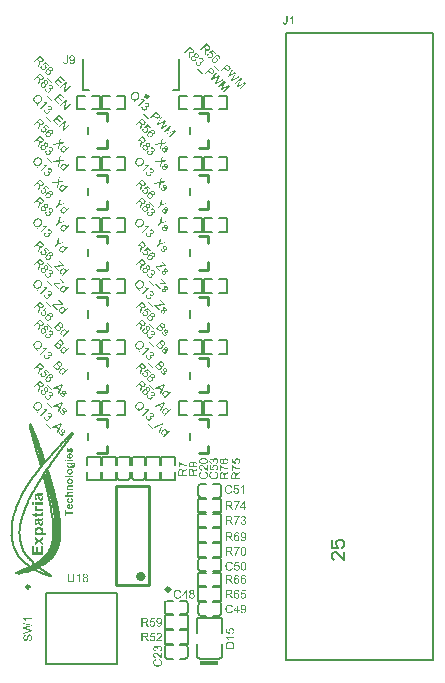
<source format=gto>
G04*
G04 #@! TF.GenerationSoftware,Altium Limited,Altium Designer,21.3.1 (25)*
G04*
G04 Layer_Color=65535*
%FSLAX25Y25*%
%MOIN*%
G70*
G04*
G04 #@! TF.SameCoordinates,0F46E8F8-C812-4C73-86AE-EEEB37A8DDC9*
G04*
G04*
G04 #@! TF.FilePolarity,Positive*
G04*
G01*
G75*
%ADD10C,0.00787*%
%ADD11C,0.00984*%
%ADD12C,0.01181*%
%ADD13C,0.01575*%
%ADD14C,0.00093*%
%ADD15C,0.01000*%
%ADD16C,0.00559*%
%ADD17C,0.00568*%
%ADD18C,0.01702*%
%ADD19C,0.00851*%
%ADD20C,0.00284*%
%ADD21C,0.00600*%
%ADD22R,0.06299X0.01181*%
G36*
X13506Y58125D02*
X13502D01*
X13491Y58121D01*
X13476Y58113D01*
X13453Y58106D01*
X13423Y58095D01*
X13386Y58083D01*
X13341Y58069D01*
X13292Y58053D01*
X13288D01*
X13281Y58050D01*
X13255Y58042D01*
X13228Y58035D01*
X13213Y58031D01*
X13206Y58027D01*
X13210Y58024D01*
X13213Y58020D01*
X13225Y58008D01*
X13236Y57994D01*
X13270Y57956D01*
X13307Y57903D01*
X13352Y57844D01*
X13397Y57776D01*
X13442Y57701D01*
X13480Y57622D01*
Y57618D01*
X13483Y57611D01*
X13487Y57600D01*
X13495Y57585D01*
X13502Y57566D01*
X13510Y57543D01*
X13525Y57484D01*
X13540Y57416D01*
X13555Y57337D01*
X13566Y57251D01*
X13570Y57161D01*
Y57120D01*
X13566Y57090D01*
X13562Y57056D01*
X13558Y57011D01*
X13551Y56966D01*
X13540Y56917D01*
X13513Y56809D01*
X13495Y56752D01*
X13472Y56696D01*
X13446Y56640D01*
X13412Y56587D01*
X13378Y56535D01*
X13337Y56486D01*
X13333Y56482D01*
X13326Y56475D01*
X13315Y56463D01*
X13296Y56449D01*
X13273Y56430D01*
X13243Y56407D01*
X13213Y56385D01*
X13176Y56362D01*
X13135Y56340D01*
X13090Y56317D01*
X13041Y56295D01*
X12992Y56276D01*
X12936Y56261D01*
X12876Y56250D01*
X12812Y56242D01*
X12748Y56239D01*
X12745D01*
X12737D01*
X12726D01*
X12707Y56242D01*
X12688D01*
X12662Y56246D01*
X12606Y56253D01*
X12542Y56265D01*
X12471Y56287D01*
X12400Y56314D01*
X12328Y56351D01*
X12325D01*
X12321Y56355D01*
X12298Y56374D01*
X12265Y56396D01*
X12223Y56433D01*
X12178Y56479D01*
X12133Y56531D01*
X12088Y56595D01*
X12047Y56666D01*
Y56670D01*
X12043Y56677D01*
X12036Y56688D01*
X12028Y56704D01*
X12021Y56726D01*
X12010Y56748D01*
X11998Y56782D01*
X11987Y56816D01*
X11976Y56853D01*
X11961Y56898D01*
X11946Y56947D01*
X11931Y57000D01*
X11916Y57056D01*
X11901Y57116D01*
X11890Y57180D01*
X11875Y57251D01*
Y57258D01*
X11871Y57274D01*
X11863Y57300D01*
X11860Y57333D01*
X11848Y57375D01*
X11841Y57424D01*
X11826Y57476D01*
X11815Y57532D01*
X11788Y57652D01*
X11755Y57768D01*
X11740Y57825D01*
X11725Y57877D01*
X11706Y57926D01*
X11691Y57967D01*
X11620D01*
X11616D01*
X11608D01*
X11601D01*
X11586D01*
X11548Y57964D01*
X11500Y57956D01*
X11451Y57941D01*
X11402Y57922D01*
X11353Y57896D01*
X11316Y57862D01*
X11312Y57859D01*
X11301Y57840D01*
X11286Y57814D01*
X11267Y57772D01*
X11252Y57720D01*
X11245Y57686D01*
X11237Y57652D01*
X11230Y57611D01*
X11226Y57566D01*
X11222Y57517D01*
Y57431D01*
X11226Y57397D01*
X11233Y57352D01*
X11241Y57304D01*
X11256Y57251D01*
X11275Y57202D01*
X11301Y57157D01*
X11305Y57153D01*
X11316Y57139D01*
X11335Y57120D01*
X11365Y57094D01*
X11402Y57067D01*
X11447Y57037D01*
X11503Y57007D01*
X11571Y56981D01*
X11451Y56314D01*
X11447D01*
X11432Y56317D01*
X11413Y56325D01*
X11383Y56336D01*
X11353Y56347D01*
X11312Y56362D01*
X11271Y56381D01*
X11226Y56403D01*
X11128Y56456D01*
X11031Y56524D01*
X10937Y56606D01*
X10892Y56651D01*
X10855Y56700D01*
X10851Y56704D01*
X10847Y56711D01*
X10836Y56730D01*
X10825Y56752D01*
X10810Y56782D01*
X10795Y56816D01*
X10776Y56857D01*
X10757Y56906D01*
X10738Y56962D01*
X10720Y57022D01*
X10705Y57090D01*
X10690Y57165D01*
X10678Y57244D01*
X10667Y57330D01*
X10663Y57424D01*
X10660Y57521D01*
Y57604D01*
X10663Y57641D01*
X10667Y57690D01*
X10671Y57742D01*
X10675Y57798D01*
X10690Y57915D01*
X10708Y58039D01*
X10738Y58151D01*
X10757Y58204D01*
X10780Y58252D01*
Y58256D01*
X10783Y58263D01*
X10791Y58275D01*
X10802Y58293D01*
X10825Y58335D01*
X10858Y58387D01*
X10903Y58443D01*
X10952Y58500D01*
X11012Y58552D01*
X11076Y58593D01*
X11080D01*
X11083Y58597D01*
X11095Y58605D01*
X11110Y58609D01*
X11132Y58616D01*
X11158Y58627D01*
X11188Y58635D01*
X11222Y58646D01*
X11267Y58653D01*
X11312Y58661D01*
X11368Y58672D01*
X11428Y58680D01*
X11492Y58687D01*
X11567Y58691D01*
X11646Y58695D01*
X11732D01*
X12595Y58684D01*
X12598D01*
X12610D01*
X12628D01*
X12655D01*
X12685D01*
X12718Y58687D01*
X12797D01*
X12887Y58691D01*
X12977Y58698D01*
X13060Y58706D01*
X13101Y58710D01*
X13135Y58717D01*
X13142D01*
X13165Y58725D01*
X13198Y58732D01*
X13247Y58747D01*
X13300Y58766D01*
X13363Y58789D01*
X13431Y58819D01*
X13506Y58852D01*
Y58125D01*
D02*
G37*
G36*
Y54941D02*
X10720D01*
Y55676D01*
X13506D01*
Y54941D01*
D02*
G37*
G36*
X10345D02*
X9662D01*
Y55676D01*
X10345D01*
Y54941D01*
D02*
G37*
G36*
X11443Y54394D02*
Y54390D01*
X11440Y54386D01*
X11432Y54375D01*
X11425Y54364D01*
X11406Y54326D01*
X11380Y54281D01*
X11357Y54225D01*
X11338Y54168D01*
X11323Y54105D01*
X11320Y54045D01*
Y54018D01*
X11323Y53992D01*
X11331Y53955D01*
X11342Y53913D01*
X11357Y53869D01*
X11376Y53824D01*
X11406Y53782D01*
X11410Y53778D01*
X11421Y53764D01*
X11443Y53745D01*
X11477Y53722D01*
X11518Y53692D01*
X11575Y53666D01*
X11638Y53640D01*
X11717Y53614D01*
X11721D01*
X11728Y53610D01*
X11743D01*
X11762Y53606D01*
X11788Y53598D01*
X11826Y53595D01*
X11867Y53591D01*
X11916Y53584D01*
X11976Y53580D01*
X12040Y53572D01*
X12118Y53569D01*
X12201Y53565D01*
X12298Y53561D01*
X12403Y53557D01*
X12520Y53553D01*
X12647D01*
X13506D01*
Y52819D01*
X10720D01*
Y53505D01*
X11117D01*
X11113Y53509D01*
X11106Y53512D01*
X11091Y53523D01*
X11072Y53535D01*
X11050Y53550D01*
X11023Y53569D01*
X10967Y53610D01*
X10903Y53658D01*
X10843Y53707D01*
X10791Y53764D01*
X10768Y53790D01*
X10750Y53816D01*
X10746Y53824D01*
X10735Y53842D01*
X10720Y53872D01*
X10705Y53910D01*
X10690Y53955D01*
X10675Y54011D01*
X10663Y54071D01*
X10660Y54135D01*
Y54161D01*
X10663Y54176D01*
Y54198D01*
X10667Y54229D01*
X10678Y54289D01*
X10693Y54364D01*
X10720Y54446D01*
X10753Y54532D01*
X10802Y54622D01*
X11443Y54394D01*
D02*
G37*
G36*
X13461Y52391D02*
X13465Y52384D01*
X13472Y52368D01*
X13476Y52350D01*
X13487Y52324D01*
X13495Y52297D01*
X13506Y52263D01*
X13513Y52226D01*
X13525Y52185D01*
X13536Y52140D01*
X13551Y52042D01*
X13566Y51930D01*
X13570Y51814D01*
Y51780D01*
X13566Y51742D01*
X13562Y51693D01*
X13555Y51637D01*
X13543Y51577D01*
X13528Y51517D01*
X13506Y51454D01*
X13502Y51446D01*
X13495Y51427D01*
X13480Y51401D01*
X13457Y51367D01*
X13435Y51326D01*
X13405Y51288D01*
X13371Y51251D01*
X13333Y51221D01*
X13330Y51217D01*
X13315Y51210D01*
X13288Y51195D01*
X13255Y51180D01*
X13213Y51165D01*
X13165Y51146D01*
X13108Y51131D01*
X13045Y51120D01*
X13037D01*
X13030Y51116D01*
X13018D01*
X13003D01*
X12985Y51112D01*
X12958D01*
X12932Y51108D01*
X12898Y51105D01*
X12861D01*
X12820Y51101D01*
X12771D01*
X12718D01*
X12658Y51097D01*
X12595D01*
X12523D01*
X11308D01*
Y50760D01*
X10720D01*
Y51097D01*
X10165D01*
X9733Y51832D01*
X10720D01*
Y52335D01*
X11308D01*
Y51832D01*
X12433D01*
X12437D01*
X12448D01*
X12463D01*
X12486D01*
X12516D01*
X12546D01*
X12610D01*
X12681Y51836D01*
X12745D01*
X12775Y51840D01*
X12797D01*
X12816Y51844D01*
X12831D01*
X12835D01*
X12838Y51847D01*
X12865Y51859D01*
X12895Y51877D01*
X12925Y51907D01*
Y51911D01*
X12928Y51919D01*
X12936Y51930D01*
X12940Y51945D01*
X12955Y51982D01*
X12958Y52035D01*
Y52053D01*
X12955Y52076D01*
X12951Y52110D01*
X12943Y52151D01*
X12928Y52204D01*
X12913Y52263D01*
X12891Y52331D01*
X13461Y52395D01*
Y52391D01*
D02*
G37*
G36*
X13506Y49770D02*
X13502D01*
X13491Y49766D01*
X13476Y49758D01*
X13453Y49751D01*
X13423Y49740D01*
X13386Y49729D01*
X13341Y49714D01*
X13292Y49698D01*
X13288D01*
X13281Y49695D01*
X13255Y49687D01*
X13228Y49680D01*
X13213Y49676D01*
X13206Y49672D01*
X13210Y49668D01*
X13213Y49665D01*
X13225Y49654D01*
X13236Y49639D01*
X13270Y49601D01*
X13307Y49549D01*
X13352Y49488D01*
X13397Y49421D01*
X13442Y49346D01*
X13480Y49267D01*
Y49264D01*
X13483Y49256D01*
X13487Y49245D01*
X13495Y49230D01*
X13502Y49211D01*
X13510Y49189D01*
X13525Y49128D01*
X13540Y49061D01*
X13555Y48982D01*
X13566Y48896D01*
X13570Y48806D01*
Y48765D01*
X13566Y48735D01*
X13562Y48701D01*
X13558Y48656D01*
X13551Y48611D01*
X13540Y48562D01*
X13513Y48454D01*
X13495Y48397D01*
X13472Y48341D01*
X13446Y48285D01*
X13412Y48232D01*
X13378Y48180D01*
X13337Y48131D01*
X13333Y48127D01*
X13326Y48120D01*
X13315Y48109D01*
X13296Y48094D01*
X13273Y48075D01*
X13243Y48052D01*
X13213Y48030D01*
X13176Y48007D01*
X13135Y47985D01*
X13090Y47962D01*
X13041Y47940D01*
X12992Y47921D01*
X12936Y47906D01*
X12876Y47895D01*
X12812Y47887D01*
X12748Y47883D01*
X12745D01*
X12737D01*
X12726D01*
X12707Y47887D01*
X12688D01*
X12662Y47891D01*
X12606Y47899D01*
X12542Y47910D01*
X12471Y47932D01*
X12400Y47958D01*
X12328Y47996D01*
X12325D01*
X12321Y48000D01*
X12298Y48019D01*
X12265Y48041D01*
X12223Y48079D01*
X12178Y48123D01*
X12133Y48176D01*
X12088Y48240D01*
X12047Y48311D01*
Y48315D01*
X12043Y48322D01*
X12036Y48333D01*
X12028Y48349D01*
X12021Y48371D01*
X12010Y48393D01*
X11998Y48427D01*
X11987Y48461D01*
X11976Y48498D01*
X11961Y48544D01*
X11946Y48592D01*
X11931Y48645D01*
X11916Y48701D01*
X11901Y48761D01*
X11890Y48825D01*
X11875Y48896D01*
Y48904D01*
X11871Y48919D01*
X11863Y48945D01*
X11860Y48978D01*
X11848Y49020D01*
X11841Y49068D01*
X11826Y49121D01*
X11815Y49177D01*
X11788Y49297D01*
X11755Y49413D01*
X11740Y49470D01*
X11725Y49522D01*
X11706Y49571D01*
X11691Y49612D01*
X11620D01*
X11616D01*
X11608D01*
X11601D01*
X11586D01*
X11548Y49608D01*
X11500Y49601D01*
X11451Y49586D01*
X11402Y49567D01*
X11353Y49541D01*
X11316Y49507D01*
X11312Y49503D01*
X11301Y49485D01*
X11286Y49459D01*
X11267Y49417D01*
X11252Y49365D01*
X11245Y49331D01*
X11237Y49297D01*
X11230Y49256D01*
X11226Y49211D01*
X11222Y49162D01*
Y49076D01*
X11226Y49042D01*
X11233Y48997D01*
X11241Y48948D01*
X11256Y48896D01*
X11275Y48847D01*
X11301Y48802D01*
X11305Y48798D01*
X11316Y48783D01*
X11335Y48765D01*
X11365Y48739D01*
X11402Y48712D01*
X11447Y48682D01*
X11503Y48652D01*
X11571Y48626D01*
X11451Y47958D01*
X11447D01*
X11432Y47962D01*
X11413Y47970D01*
X11383Y47981D01*
X11353Y47992D01*
X11312Y48007D01*
X11271Y48026D01*
X11226Y48048D01*
X11128Y48101D01*
X11031Y48169D01*
X10937Y48251D01*
X10892Y48296D01*
X10855Y48345D01*
X10851Y48349D01*
X10847Y48356D01*
X10836Y48375D01*
X10825Y48397D01*
X10810Y48427D01*
X10795Y48461D01*
X10776Y48502D01*
X10757Y48551D01*
X10738Y48607D01*
X10720Y48667D01*
X10705Y48735D01*
X10690Y48810D01*
X10678Y48888D01*
X10667Y48975D01*
X10663Y49068D01*
X10660Y49166D01*
Y49248D01*
X10663Y49286D01*
X10667Y49335D01*
X10671Y49387D01*
X10675Y49444D01*
X10690Y49560D01*
X10708Y49683D01*
X10738Y49796D01*
X10757Y49848D01*
X10780Y49897D01*
Y49901D01*
X10783Y49909D01*
X10791Y49920D01*
X10802Y49938D01*
X10825Y49980D01*
X10858Y50032D01*
X10903Y50089D01*
X10952Y50145D01*
X11012Y50197D01*
X11076Y50239D01*
X11080D01*
X11083Y50242D01*
X11095Y50250D01*
X11110Y50253D01*
X11132Y50261D01*
X11158Y50272D01*
X11188Y50280D01*
X11222Y50291D01*
X11267Y50299D01*
X11312Y50306D01*
X11368Y50317D01*
X11428Y50325D01*
X11492Y50332D01*
X11567Y50336D01*
X11646Y50340D01*
X11732D01*
X12595Y50328D01*
X12598D01*
X12610D01*
X12628D01*
X12655D01*
X12685D01*
X12718Y50332D01*
X12797D01*
X12887Y50336D01*
X12977Y50344D01*
X13060Y50351D01*
X13101Y50355D01*
X13135Y50362D01*
X13142D01*
X13165Y50370D01*
X13198Y50377D01*
X13247Y50392D01*
X13300Y50411D01*
X13363Y50433D01*
X13431Y50463D01*
X13506Y50497D01*
Y49770D01*
D02*
G37*
G36*
X12167Y47490D02*
X12216D01*
X12272Y47482D01*
X12340Y47475D01*
X12415Y47464D01*
X12497Y47452D01*
X12583Y47434D01*
X12670Y47411D01*
X12760Y47381D01*
X12850Y47347D01*
X12940Y47310D01*
X13026Y47261D01*
X13108Y47208D01*
X13183Y47148D01*
X13187Y47145D01*
X13198Y47133D01*
X13217Y47115D01*
X13243Y47089D01*
X13273Y47055D01*
X13307Y47014D01*
X13341Y46968D01*
X13375Y46916D01*
X13412Y46860D01*
X13446Y46796D01*
X13480Y46729D01*
X13510Y46657D01*
X13532Y46578D01*
X13555Y46500D01*
X13566Y46413D01*
X13570Y46323D01*
Y46286D01*
X13566Y46264D01*
Y46241D01*
X13558Y46185D01*
X13547Y46117D01*
X13532Y46050D01*
X13510Y45975D01*
X13480Y45904D01*
Y45900D01*
X13476Y45896D01*
X13468Y45885D01*
X13461Y45870D01*
X13438Y45832D01*
X13405Y45783D01*
X13363Y45724D01*
X13307Y45660D01*
X13243Y45585D01*
X13165Y45510D01*
X14563D01*
Y44775D01*
X10720D01*
Y45461D01*
X11128D01*
X11121Y45469D01*
X11113Y45476D01*
X11098Y45483D01*
X11057Y45513D01*
X11012Y45555D01*
X10956Y45607D01*
X10900Y45667D01*
X10843Y45739D01*
X10791Y45821D01*
Y45825D01*
X10783Y45832D01*
X10780Y45843D01*
X10768Y45862D01*
X10761Y45881D01*
X10750Y45907D01*
X10738Y45937D01*
X10723Y45971D01*
X10701Y46046D01*
X10678Y46132D01*
X10663Y46226D01*
X10660Y46327D01*
Y46350D01*
X10663Y46376D01*
X10667Y46410D01*
X10671Y46451D01*
X10678Y46500D01*
X10693Y46552D01*
X10708Y46612D01*
X10727Y46676D01*
X10753Y46744D01*
X10783Y46811D01*
X10821Y46882D01*
X10866Y46950D01*
X10915Y47021D01*
X10975Y47089D01*
X11042Y47152D01*
X11046Y47156D01*
X11061Y47167D01*
X11080Y47182D01*
X11113Y47205D01*
X11151Y47231D01*
X11196Y47261D01*
X11252Y47291D01*
X11316Y47325D01*
X11387Y47355D01*
X11466Y47385D01*
X11552Y47415D01*
X11650Y47441D01*
X11751Y47464D01*
X11860Y47479D01*
X11976Y47490D01*
X12100Y47493D01*
X12103D01*
X12107D01*
X12130D01*
X12167Y47490D01*
D02*
G37*
G36*
X13506Y43455D02*
X12643Y42889D01*
X13506Y42318D01*
Y41456D01*
X12073Y42461D01*
X10720Y41497D01*
Y42393D01*
X11488Y42889D01*
X10720Y43410D01*
Y44272D01*
X12040Y43327D01*
X13506Y44359D01*
Y43455D01*
D02*
G37*
G36*
Y38238D02*
X9662D01*
Y41085D01*
X10311D01*
Y39015D01*
X11162D01*
Y40942D01*
X11811D01*
Y39015D01*
X12857D01*
Y41160D01*
X13506D01*
Y38238D01*
D02*
G37*
G36*
X22809Y74001D02*
X22827D01*
X22849Y73996D01*
X22874Y73991D01*
X22904Y73986D01*
X22934Y73976D01*
X22967Y73966D01*
X23004Y73951D01*
X23039Y73934D01*
X23077Y73914D01*
X23114Y73889D01*
X23149Y73859D01*
X23187Y73826D01*
X23222Y73789D01*
X23224Y73786D01*
X23229Y73779D01*
X23239Y73766D01*
X23249Y73749D01*
X23264Y73726D01*
X23279Y73699D01*
X23297Y73666D01*
X23312Y73631D01*
X23329Y73589D01*
X23347Y73541D01*
X23362Y73489D01*
X23377Y73434D01*
X23387Y73371D01*
X23397Y73306D01*
X23402Y73234D01*
X23404Y73159D01*
Y73121D01*
X23402Y73096D01*
X23399Y73064D01*
X23397Y73026D01*
X23392Y72986D01*
X23384Y72941D01*
X23377Y72894D01*
X23367Y72846D01*
X23354Y72796D01*
X23339Y72746D01*
X23322Y72696D01*
X23302Y72649D01*
X23279Y72601D01*
X23252Y72559D01*
X23249Y72556D01*
X23244Y72549D01*
X23237Y72539D01*
X23224Y72524D01*
X23207Y72506D01*
X23189Y72486D01*
X23167Y72464D01*
X23142Y72441D01*
X23112Y72416D01*
X23082Y72391D01*
X23047Y72369D01*
X23009Y72344D01*
X22969Y72324D01*
X22927Y72304D01*
X22879Y72286D01*
X22832Y72271D01*
X22757Y72764D01*
X22759D01*
X22764Y72766D01*
X22772D01*
X22779Y72771D01*
X22807Y72779D01*
X22839Y72791D01*
X22874Y72809D01*
X22912Y72829D01*
X22947Y72856D01*
X22977Y72889D01*
X22979Y72894D01*
X22987Y72906D01*
X22999Y72929D01*
X23012Y72959D01*
X23027Y72999D01*
X23037Y73044D01*
X23047Y73099D01*
X23049Y73159D01*
Y73191D01*
X23047Y73206D01*
Y73224D01*
X23042Y73266D01*
X23032Y73314D01*
X23022Y73361D01*
X23004Y73406D01*
X22982Y73446D01*
X22979Y73449D01*
X22972Y73456D01*
X22962Y73466D01*
X22947Y73479D01*
X22927Y73491D01*
X22904Y73501D01*
X22879Y73509D01*
X22849Y73511D01*
X22847D01*
X22839D01*
X22829Y73509D01*
X22817Y73506D01*
X22787Y73496D01*
X22772Y73489D01*
X22757Y73476D01*
X22754Y73474D01*
X22752Y73469D01*
X22744Y73459D01*
X22734Y73441D01*
X22724Y73419D01*
X22714Y73391D01*
X22704Y73356D01*
X22692Y73311D01*
Y73309D01*
X22689Y73304D01*
Y73296D01*
X22687Y73286D01*
X22682Y73271D01*
X22679Y73256D01*
X22669Y73216D01*
X22659Y73169D01*
X22644Y73114D01*
X22629Y73056D01*
X22612Y72994D01*
X22577Y72866D01*
X22557Y72804D01*
X22537Y72744D01*
X22514Y72686D01*
X22494Y72636D01*
X22472Y72594D01*
X22462Y72574D01*
X22452Y72559D01*
X22449Y72556D01*
X22444Y72549D01*
X22437Y72539D01*
X22424Y72524D01*
X22409Y72509D01*
X22389Y72489D01*
X22369Y72469D01*
X22344Y72449D01*
X22314Y72429D01*
X22284Y72409D01*
X22249Y72389D01*
X22212Y72374D01*
X22172Y72359D01*
X22129Y72349D01*
X22082Y72341D01*
X22034Y72339D01*
X22032D01*
X22024D01*
X22012Y72341D01*
X21994D01*
X21974Y72344D01*
X21949Y72349D01*
X21922Y72354D01*
X21894Y72364D01*
X21862Y72374D01*
X21829Y72386D01*
X21797Y72401D01*
X21762Y72419D01*
X21727Y72441D01*
X21694Y72466D01*
X21662Y72496D01*
X21629Y72529D01*
X21627Y72531D01*
X21622Y72539D01*
X21614Y72549D01*
X21604Y72564D01*
X21592Y72586D01*
X21577Y72611D01*
X21562Y72639D01*
X21547Y72674D01*
X21532Y72714D01*
X21517Y72756D01*
X21502Y72804D01*
X21489Y72859D01*
X21479Y72916D01*
X21472Y72979D01*
X21467Y73046D01*
X21464Y73119D01*
Y73156D01*
X21467Y73181D01*
Y73214D01*
X21472Y73249D01*
X21474Y73289D01*
X21479Y73331D01*
X21494Y73424D01*
X21517Y73519D01*
X21532Y73564D01*
X21547Y73606D01*
X21567Y73646D01*
X21589Y73684D01*
X21592Y73686D01*
X21594Y73691D01*
X21602Y73701D01*
X21612Y73714D01*
X21627Y73729D01*
X21642Y73746D01*
X21659Y73766D01*
X21682Y73786D01*
X21707Y73809D01*
X21734Y73829D01*
X21764Y73851D01*
X21797Y73871D01*
X21832Y73891D01*
X21872Y73911D01*
X21912Y73926D01*
X21957Y73941D01*
X22042Y73479D01*
X22039D01*
X22037Y73476D01*
X22024Y73474D01*
X22004Y73464D01*
X21982Y73454D01*
X21954Y73439D01*
X21927Y73419D01*
X21899Y73394D01*
X21877Y73364D01*
X21874Y73359D01*
X21867Y73349D01*
X21857Y73329D01*
X21847Y73304D01*
X21837Y73271D01*
X21827Y73229D01*
X21819Y73184D01*
X21817Y73129D01*
Y73096D01*
X21819Y73081D01*
Y73064D01*
X21824Y73021D01*
X21829Y72976D01*
X21839Y72929D01*
X21854Y72886D01*
X21862Y72869D01*
X21872Y72851D01*
X21874Y72849D01*
X21879Y72844D01*
X21887Y72834D01*
X21899Y72824D01*
X21914Y72814D01*
X21932Y72804D01*
X21949Y72799D01*
X21972Y72796D01*
X21974D01*
X21979D01*
X21989Y72799D01*
X22002Y72801D01*
X22017Y72809D01*
X22032Y72816D01*
X22047Y72829D01*
X22062Y72844D01*
X22064Y72846D01*
X22067Y72854D01*
X22069Y72861D01*
X22074Y72871D01*
X22082Y72886D01*
X22089Y72904D01*
X22097Y72926D01*
X22107Y72954D01*
X22117Y72986D01*
X22127Y73021D01*
X22139Y73066D01*
X22154Y73114D01*
X22167Y73169D01*
X22182Y73231D01*
X22199Y73301D01*
Y73306D01*
X22204Y73319D01*
X22209Y73339D01*
X22214Y73366D01*
X22224Y73396D01*
X22234Y73434D01*
X22247Y73474D01*
X22259Y73516D01*
X22292Y73606D01*
X22329Y73699D01*
X22349Y73741D01*
X22372Y73781D01*
X22394Y73816D01*
X22417Y73849D01*
X22419Y73851D01*
X22422Y73856D01*
X22429Y73864D01*
X22442Y73874D01*
X22454Y73884D01*
X22472Y73899D01*
X22489Y73911D01*
X22512Y73926D01*
X22537Y73941D01*
X22564Y73954D01*
X22594Y73969D01*
X22627Y73979D01*
X22662Y73989D01*
X22702Y73996D01*
X22742Y74001D01*
X22784Y74004D01*
X22787D01*
X22794D01*
X22809Y74001D01*
D02*
G37*
G36*
X22574Y70811D02*
X22577D01*
X22584D01*
X22594Y70814D01*
X22609D01*
X22629Y70816D01*
X22649Y70819D01*
X22699Y70829D01*
X22754Y70841D01*
X22812Y70864D01*
X22867Y70891D01*
X22892Y70909D01*
X22917Y70929D01*
X22919Y70931D01*
X22922Y70934D01*
X22927Y70941D01*
X22934Y70949D01*
X22954Y70974D01*
X22977Y71009D01*
X22999Y71049D01*
X23017Y71099D01*
X23032Y71154D01*
X23034Y71184D01*
X23037Y71214D01*
Y71234D01*
X23034Y71254D01*
X23029Y71281D01*
X23022Y71311D01*
X23009Y71344D01*
X22994Y71376D01*
X22974Y71406D01*
X22972Y71409D01*
X22962Y71419D01*
X22947Y71434D01*
X22924Y71451D01*
X22897Y71471D01*
X22862Y71491D01*
X22822Y71511D01*
X22772Y71529D01*
X22854Y72019D01*
X22857D01*
X22867Y72014D01*
X22879Y72009D01*
X22899Y72001D01*
X22922Y71991D01*
X22947Y71979D01*
X22977Y71964D01*
X23007Y71946D01*
X23072Y71904D01*
X23142Y71851D01*
X23174Y71824D01*
X23207Y71791D01*
X23237Y71756D01*
X23264Y71719D01*
X23267Y71716D01*
X23269Y71709D01*
X23277Y71699D01*
X23287Y71681D01*
X23297Y71661D01*
X23309Y71639D01*
X23322Y71611D01*
X23334Y71579D01*
X23347Y71544D01*
X23359Y71506D01*
X23372Y71464D01*
X23382Y71419D01*
X23392Y71371D01*
X23399Y71319D01*
X23402Y71266D01*
X23404Y71209D01*
Y71189D01*
X23402Y71164D01*
X23399Y71129D01*
X23394Y71089D01*
X23387Y71044D01*
X23377Y70991D01*
X23364Y70936D01*
X23349Y70879D01*
X23327Y70821D01*
X23302Y70761D01*
X23272Y70701D01*
X23234Y70644D01*
X23194Y70589D01*
X23144Y70539D01*
X23089Y70491D01*
X23087Y70489D01*
X23077Y70484D01*
X23064Y70474D01*
X23044Y70464D01*
X23019Y70449D01*
X22989Y70434D01*
X22954Y70416D01*
X22914Y70401D01*
X22869Y70384D01*
X22822Y70366D01*
X22769Y70351D01*
X22712Y70336D01*
X22652Y70326D01*
X22587Y70316D01*
X22519Y70311D01*
X22449Y70309D01*
X22447D01*
X22444D01*
X22429D01*
X22404Y70311D01*
X22374Y70314D01*
X22334Y70316D01*
X22289Y70321D01*
X22239Y70329D01*
X22187Y70339D01*
X22129Y70351D01*
X22072Y70366D01*
X22012Y70386D01*
X21949Y70411D01*
X21892Y70439D01*
X21834Y70469D01*
X21779Y70506D01*
X21727Y70549D01*
X21724Y70551D01*
X21714Y70559D01*
X21702Y70574D01*
X21687Y70591D01*
X21667Y70616D01*
X21644Y70644D01*
X21619Y70679D01*
X21594Y70716D01*
X21572Y70759D01*
X21547Y70804D01*
X21524Y70854D01*
X21504Y70909D01*
X21489Y70966D01*
X21474Y71026D01*
X21467Y71091D01*
X21464Y71159D01*
Y71176D01*
X21467Y71199D01*
X21469Y71226D01*
X21472Y71261D01*
X21479Y71304D01*
X21487Y71349D01*
X21499Y71396D01*
X21514Y71449D01*
X21532Y71501D01*
X21554Y71556D01*
X21579Y71611D01*
X21612Y71664D01*
X21649Y71716D01*
X21692Y71766D01*
X21739Y71814D01*
X21742Y71816D01*
X21752Y71824D01*
X21769Y71836D01*
X21792Y71851D01*
X21819Y71869D01*
X21854Y71889D01*
X21897Y71911D01*
X21947Y71934D01*
X22002Y71954D01*
X22062Y71976D01*
X22132Y71994D01*
X22207Y72011D01*
X22289Y72026D01*
X22377Y72036D01*
X22472Y72044D01*
X22574D01*
Y70811D01*
D02*
G37*
G36*
X23362Y69459D02*
X21504D01*
Y69949D01*
X23362D01*
Y69459D01*
D02*
G37*
G36*
X21254D02*
X20799D01*
Y69949D01*
X21254D01*
Y69459D01*
D02*
G37*
G36*
X23252Y68969D02*
X23284D01*
X23317Y68966D01*
X23354Y68964D01*
X23434Y68959D01*
X23514Y68949D01*
X23592Y68934D01*
X23627Y68926D01*
X23659Y68916D01*
X23662D01*
X23667Y68914D01*
X23674Y68911D01*
X23687Y68906D01*
X23714Y68894D01*
X23752Y68876D01*
X23792Y68854D01*
X23834Y68829D01*
X23877Y68799D01*
X23914Y68764D01*
X23919Y68759D01*
X23929Y68746D01*
X23947Y68724D01*
X23969Y68694D01*
X23992Y68656D01*
X24017Y68611D01*
X24039Y68559D01*
X24062Y68501D01*
Y68499D01*
X24064Y68494D01*
X24067Y68484D01*
X24069Y68471D01*
X24074Y68456D01*
X24079Y68436D01*
X24084Y68414D01*
X24087Y68389D01*
X24092Y68361D01*
X24097Y68329D01*
X24102Y68296D01*
X24107Y68259D01*
X24112Y68179D01*
X24114Y68089D01*
Y68044D01*
X24112Y68011D01*
X24109Y67974D01*
X24107Y67929D01*
X24102Y67881D01*
X24094Y67829D01*
X24074Y67719D01*
X24062Y67661D01*
X24047Y67606D01*
X24027Y67554D01*
X24004Y67504D01*
X23979Y67459D01*
X23952Y67419D01*
X23949Y67416D01*
X23944Y67411D01*
X23934Y67401D01*
X23922Y67389D01*
X23907Y67374D01*
X23887Y67356D01*
X23864Y67339D01*
X23839Y67321D01*
X23812Y67301D01*
X23779Y67284D01*
X23747Y67266D01*
X23709Y67251D01*
X23669Y67239D01*
X23629Y67229D01*
X23584Y67224D01*
X23539Y67221D01*
X23534D01*
X23524D01*
X23504D01*
X23482Y67224D01*
X23549Y67784D01*
X23554D01*
X23564Y67786D01*
X23582Y67791D01*
X23602Y67796D01*
X23624Y67806D01*
X23647Y67816D01*
X23667Y67831D01*
X23684Y67849D01*
X23687Y67851D01*
X23692Y67861D01*
X23702Y67879D01*
X23712Y67904D01*
X23722Y67934D01*
X23732Y67971D01*
X23737Y68016D01*
X23739Y68069D01*
Y68101D01*
X23737Y68116D01*
Y68134D01*
X23732Y68176D01*
X23724Y68224D01*
X23714Y68271D01*
X23699Y68319D01*
X23679Y68359D01*
X23677Y68361D01*
X23672Y68369D01*
X23662Y68381D01*
X23649Y68396D01*
X23632Y68411D01*
X23612Y68426D01*
X23584Y68444D01*
X23554Y68456D01*
X23552D01*
X23542Y68461D01*
X23527Y68464D01*
X23504Y68469D01*
X23472Y68474D01*
X23434Y68476D01*
X23387Y68481D01*
X23329D01*
X23057D01*
X23059Y68479D01*
X23069Y68471D01*
X23084Y68459D01*
X23104Y68441D01*
X23127Y68419D01*
X23154Y68394D01*
X23182Y68364D01*
X23209Y68329D01*
X23237Y68289D01*
X23264Y68246D01*
X23292Y68201D01*
X23314Y68151D01*
X23334Y68099D01*
X23349Y68044D01*
X23359Y67986D01*
X23362Y67924D01*
Y67906D01*
X23359Y67889D01*
X23357Y67861D01*
X23352Y67831D01*
X23344Y67794D01*
X23334Y67754D01*
X23322Y67709D01*
X23307Y67664D01*
X23284Y67614D01*
X23259Y67566D01*
X23229Y67516D01*
X23192Y67466D01*
X23152Y67419D01*
X23102Y67374D01*
X23047Y67331D01*
X23044Y67329D01*
X23034Y67324D01*
X23022Y67316D01*
X23002Y67304D01*
X22977Y67291D01*
X22947Y67279D01*
X22914Y67261D01*
X22874Y67246D01*
X22832Y67231D01*
X22784Y67216D01*
X22734Y67201D01*
X22679Y67189D01*
X22619Y67176D01*
X22557Y67169D01*
X22492Y67164D01*
X22424Y67161D01*
X22422D01*
X22419D01*
X22404D01*
X22379Y67164D01*
X22347D01*
X22309Y67169D01*
X22264Y67174D01*
X22214Y67179D01*
X22162Y67189D01*
X22104Y67201D01*
X22047Y67216D01*
X21987Y67234D01*
X21927Y67256D01*
X21869Y67281D01*
X21814Y67311D01*
X21759Y67344D01*
X21712Y67384D01*
X21709Y67386D01*
X21702Y67394D01*
X21689Y67406D01*
X21672Y67424D01*
X21654Y67446D01*
X21634Y67474D01*
X21612Y67504D01*
X21587Y67539D01*
X21564Y67576D01*
X21542Y67619D01*
X21522Y67664D01*
X21502Y67714D01*
X21487Y67766D01*
X21474Y67821D01*
X21467Y67881D01*
X21464Y67941D01*
Y67956D01*
X21467Y67974D01*
X21469Y67999D01*
X21474Y68029D01*
X21479Y68061D01*
X21489Y68101D01*
X21502Y68141D01*
X21519Y68186D01*
X21539Y68231D01*
X21562Y68279D01*
X21592Y68326D01*
X21627Y68376D01*
X21667Y68421D01*
X21714Y68469D01*
X21767Y68511D01*
X21504D01*
Y68971D01*
X23172D01*
X23174D01*
X23187D01*
X23202D01*
X23224D01*
X23252Y68969D01*
D02*
G37*
G36*
X22469Y66884D02*
X22499Y66881D01*
X22537Y66879D01*
X22577Y66871D01*
X22624Y66864D01*
X22674Y66851D01*
X22729Y66839D01*
X22787Y66819D01*
X22844Y66799D01*
X22902Y66771D01*
X22962Y66741D01*
X23019Y66704D01*
X23077Y66661D01*
X23129Y66614D01*
X23132Y66611D01*
X23142Y66601D01*
X23154Y66586D01*
X23172Y66564D01*
X23192Y66539D01*
X23217Y66506D01*
X23242Y66469D01*
X23267Y66426D01*
X23292Y66379D01*
X23317Y66326D01*
X23339Y66271D01*
X23362Y66209D01*
X23379Y66146D01*
X23392Y66076D01*
X23402Y66004D01*
X23404Y65929D01*
Y65904D01*
X23402Y65886D01*
Y65864D01*
X23399Y65836D01*
X23394Y65806D01*
X23389Y65771D01*
X23384Y65736D01*
X23377Y65699D01*
X23357Y65616D01*
X23327Y65529D01*
X23309Y65486D01*
X23289Y65441D01*
X23287Y65439D01*
X23284Y65431D01*
X23277Y65419D01*
X23267Y65404D01*
X23257Y65384D01*
X23242Y65361D01*
X23224Y65336D01*
X23204Y65311D01*
X23182Y65281D01*
X23157Y65254D01*
X23129Y65224D01*
X23099Y65194D01*
X23064Y65166D01*
X23029Y65139D01*
X22992Y65114D01*
X22952Y65089D01*
X22949Y65086D01*
X22942Y65084D01*
X22929Y65079D01*
X22912Y65071D01*
X22889Y65061D01*
X22864Y65051D01*
X22834Y65041D01*
X22799Y65029D01*
X22762Y65019D01*
X22722Y65006D01*
X22677Y64996D01*
X22629Y64989D01*
X22579Y64979D01*
X22524Y64974D01*
X22467Y64971D01*
X22409Y64969D01*
X22407D01*
X22399D01*
X22384D01*
X22367Y64971D01*
X22344D01*
X22319Y64976D01*
X22289Y64979D01*
X22259Y64984D01*
X22224Y64991D01*
X22187Y64999D01*
X22107Y65019D01*
X22022Y65049D01*
X21979Y65069D01*
X21937Y65089D01*
X21934Y65091D01*
X21927Y65094D01*
X21914Y65101D01*
X21899Y65111D01*
X21879Y65124D01*
X21857Y65139D01*
X21834Y65156D01*
X21807Y65176D01*
X21779Y65199D01*
X21749Y65224D01*
X21722Y65251D01*
X21692Y65284D01*
X21637Y65351D01*
X21609Y65389D01*
X21587Y65429D01*
X21584Y65431D01*
X21582Y65439D01*
X21574Y65451D01*
X21567Y65469D01*
X21559Y65489D01*
X21547Y65514D01*
X21537Y65541D01*
X21524Y65574D01*
X21514Y65609D01*
X21502Y65646D01*
X21492Y65689D01*
X21484Y65731D01*
X21469Y65824D01*
X21467Y65874D01*
X21464Y65924D01*
Y65944D01*
X21467Y65964D01*
X21469Y65994D01*
X21472Y66031D01*
X21479Y66071D01*
X21487Y66119D01*
X21499Y66169D01*
X21514Y66224D01*
X21532Y66279D01*
X21554Y66336D01*
X21579Y66394D01*
X21612Y66451D01*
X21649Y66509D01*
X21692Y66564D01*
X21739Y66616D01*
X21742Y66619D01*
X21752Y66629D01*
X21767Y66641D01*
X21789Y66659D01*
X21814Y66679D01*
X21847Y66701D01*
X21884Y66726D01*
X21927Y66751D01*
X21974Y66776D01*
X22027Y66801D01*
X22084Y66824D01*
X22144Y66844D01*
X22209Y66861D01*
X22279Y66874D01*
X22352Y66884D01*
X22429Y66886D01*
X22434D01*
X22447D01*
X22469Y66884D01*
D02*
G37*
G36*
X23362Y64089D02*
X20799D01*
Y64579D01*
X23362D01*
Y64089D01*
D02*
G37*
G36*
X22469Y63701D02*
X22499Y63699D01*
X22537Y63696D01*
X22577Y63689D01*
X22624Y63681D01*
X22674Y63669D01*
X22729Y63656D01*
X22787Y63636D01*
X22844Y63616D01*
X22902Y63589D01*
X22962Y63559D01*
X23019Y63521D01*
X23077Y63479D01*
X23129Y63431D01*
X23132Y63429D01*
X23142Y63419D01*
X23154Y63404D01*
X23172Y63381D01*
X23192Y63356D01*
X23217Y63324D01*
X23242Y63286D01*
X23267Y63244D01*
X23292Y63196D01*
X23317Y63144D01*
X23339Y63089D01*
X23362Y63026D01*
X23379Y62964D01*
X23392Y62894D01*
X23402Y62821D01*
X23404Y62746D01*
Y62721D01*
X23402Y62704D01*
Y62681D01*
X23399Y62654D01*
X23394Y62624D01*
X23389Y62589D01*
X23384Y62554D01*
X23377Y62516D01*
X23357Y62434D01*
X23327Y62346D01*
X23309Y62304D01*
X23289Y62259D01*
X23287Y62256D01*
X23284Y62249D01*
X23277Y62236D01*
X23267Y62221D01*
X23257Y62201D01*
X23242Y62179D01*
X23224Y62154D01*
X23204Y62129D01*
X23182Y62099D01*
X23157Y62071D01*
X23129Y62041D01*
X23099Y62011D01*
X23064Y61984D01*
X23029Y61956D01*
X22992Y61931D01*
X22952Y61906D01*
X22949Y61904D01*
X22942Y61901D01*
X22929Y61896D01*
X22912Y61889D01*
X22889Y61879D01*
X22864Y61869D01*
X22834Y61859D01*
X22799Y61846D01*
X22762Y61836D01*
X22722Y61824D01*
X22677Y61814D01*
X22629Y61806D01*
X22579Y61796D01*
X22524Y61791D01*
X22467Y61789D01*
X22409Y61786D01*
X22407D01*
X22399D01*
X22384D01*
X22367Y61789D01*
X22344D01*
X22319Y61794D01*
X22289Y61796D01*
X22259Y61801D01*
X22224Y61809D01*
X22187Y61816D01*
X22107Y61836D01*
X22022Y61866D01*
X21979Y61886D01*
X21937Y61906D01*
X21934Y61909D01*
X21927Y61911D01*
X21914Y61919D01*
X21899Y61929D01*
X21879Y61941D01*
X21857Y61956D01*
X21834Y61974D01*
X21807Y61994D01*
X21779Y62016D01*
X21749Y62041D01*
X21722Y62069D01*
X21692Y62101D01*
X21637Y62169D01*
X21609Y62206D01*
X21587Y62246D01*
X21584Y62249D01*
X21582Y62256D01*
X21574Y62269D01*
X21567Y62286D01*
X21559Y62306D01*
X21547Y62331D01*
X21537Y62359D01*
X21524Y62391D01*
X21514Y62426D01*
X21502Y62464D01*
X21492Y62506D01*
X21484Y62549D01*
X21469Y62641D01*
X21467Y62691D01*
X21464Y62741D01*
Y62761D01*
X21467Y62781D01*
X21469Y62811D01*
X21472Y62849D01*
X21479Y62889D01*
X21487Y62936D01*
X21499Y62986D01*
X21514Y63041D01*
X21532Y63096D01*
X21554Y63154D01*
X21579Y63211D01*
X21612Y63269D01*
X21649Y63326D01*
X21692Y63381D01*
X21739Y63434D01*
X21742Y63436D01*
X21752Y63446D01*
X21767Y63459D01*
X21789Y63476D01*
X21814Y63496D01*
X21847Y63519D01*
X21884Y63544D01*
X21927Y63569D01*
X21974Y63594D01*
X22027Y63619D01*
X22084Y63641D01*
X22144Y63661D01*
X22209Y63679D01*
X22279Y63691D01*
X22352Y63701D01*
X22429Y63704D01*
X22434D01*
X22447D01*
X22469Y63701D01*
D02*
G37*
G36*
X23362Y60914D02*
X22417D01*
X22414D01*
X22404D01*
X22389D01*
X22369D01*
X22344D01*
X22317Y60911D01*
X22287D01*
X22254Y60909D01*
X22189Y60906D01*
X22124Y60901D01*
X22094Y60896D01*
X22069Y60891D01*
X22044Y60886D01*
X22027Y60881D01*
X22022Y60879D01*
X22012Y60876D01*
X21997Y60866D01*
X21977Y60856D01*
X21954Y60841D01*
X21932Y60824D01*
X21909Y60801D01*
X21889Y60776D01*
X21887Y60774D01*
X21882Y60764D01*
X21874Y60749D01*
X21864Y60729D01*
X21854Y60704D01*
X21847Y60676D01*
X21842Y60641D01*
X21839Y60606D01*
Y60584D01*
X21842Y60561D01*
X21847Y60529D01*
X21857Y60494D01*
X21869Y60456D01*
X21887Y60416D01*
X21909Y60376D01*
X21912Y60371D01*
X21922Y60359D01*
X21937Y60341D01*
X21959Y60321D01*
X21987Y60296D01*
X22017Y60274D01*
X22054Y60254D01*
X22097Y60236D01*
X22099D01*
X22102Y60234D01*
X22109D01*
X22119Y60231D01*
X22132Y60229D01*
X22149Y60224D01*
X22169Y60221D01*
X22192Y60219D01*
X22219Y60214D01*
X22252Y60211D01*
X22287Y60209D01*
X22324Y60204D01*
X22367Y60201D01*
X22414D01*
X22467Y60199D01*
X22522D01*
X23362D01*
Y59709D01*
X21504D01*
Y60166D01*
X21779D01*
X21777Y60169D01*
X21767Y60176D01*
X21749Y60191D01*
X21729Y60211D01*
X21707Y60234D01*
X21679Y60264D01*
X21652Y60296D01*
X21622Y60334D01*
X21592Y60376D01*
X21564Y60421D01*
X21537Y60474D01*
X21514Y60526D01*
X21494Y60584D01*
X21477Y60646D01*
X21467Y60711D01*
X21464Y60779D01*
Y60806D01*
X21467Y60821D01*
Y60836D01*
X21472Y60876D01*
X21479Y60921D01*
X21489Y60971D01*
X21504Y61024D01*
X21524Y61074D01*
Y61076D01*
X21527Y61079D01*
X21529Y61086D01*
X21534Y61096D01*
X21547Y61121D01*
X21564Y61151D01*
X21587Y61184D01*
X21612Y61216D01*
X21642Y61249D01*
X21674Y61279D01*
X21679Y61281D01*
X21689Y61291D01*
X21709Y61301D01*
X21734Y61316D01*
X21764Y61334D01*
X21799Y61349D01*
X21837Y61364D01*
X21879Y61376D01*
X21882D01*
X21884Y61379D01*
X21892D01*
X21899Y61381D01*
X21912Y61384D01*
X21927Y61386D01*
X21944Y61389D01*
X21964Y61391D01*
X21987Y61394D01*
X22009Y61396D01*
X22067Y61399D01*
X22134Y61404D01*
X22209D01*
X23362D01*
Y60914D01*
D02*
G37*
G36*
Y58726D02*
X22382D01*
X22379D01*
X22369D01*
X22354D01*
X22334D01*
X22312D01*
X22284Y58724D01*
X22227D01*
X22162Y58719D01*
X22102Y58714D01*
X22074Y58711D01*
X22049Y58706D01*
X22029Y58701D01*
X22012Y58696D01*
X22009D01*
X21999Y58691D01*
X21984Y58684D01*
X21967Y58674D01*
X21947Y58659D01*
X21927Y58644D01*
X21907Y58621D01*
X21887Y58596D01*
X21884Y58594D01*
X21879Y58584D01*
X21872Y58569D01*
X21862Y58549D01*
X21854Y58521D01*
X21847Y58491D01*
X21842Y58456D01*
X21839Y58419D01*
Y58399D01*
X21842Y58374D01*
X21847Y58344D01*
X21854Y58309D01*
X21864Y58271D01*
X21879Y58234D01*
X21899Y58196D01*
X21902Y58191D01*
X21909Y58181D01*
X21924Y58164D01*
X21944Y58144D01*
X21969Y58121D01*
X21999Y58096D01*
X22037Y58076D01*
X22079Y58056D01*
X22082D01*
X22084Y58054D01*
X22092Y58051D01*
X22102Y58049D01*
X22114Y58046D01*
X22129Y58041D01*
X22147Y58039D01*
X22169Y58034D01*
X22192Y58029D01*
X22219Y58026D01*
X22247Y58021D01*
X22279Y58019D01*
X22314Y58016D01*
X22352Y58014D01*
X22392Y58011D01*
X22434D01*
X23362D01*
Y57521D01*
X20799D01*
Y58011D01*
X21747D01*
X21744Y58014D01*
X21734Y58021D01*
X21722Y58036D01*
X21702Y58054D01*
X21682Y58076D01*
X21657Y58104D01*
X21632Y58136D01*
X21604Y58171D01*
X21579Y58211D01*
X21554Y58254D01*
X21529Y58301D01*
X21509Y58351D01*
X21489Y58406D01*
X21477Y58461D01*
X21467Y58521D01*
X21464Y58581D01*
Y58611D01*
X21467Y58624D01*
Y58641D01*
X21472Y58684D01*
X21479Y58731D01*
X21492Y58784D01*
X21507Y58836D01*
X21529Y58889D01*
Y58891D01*
X21532Y58894D01*
X21537Y58901D01*
X21539Y58911D01*
X21554Y58936D01*
X21572Y58966D01*
X21597Y58999D01*
X21624Y59034D01*
X21654Y59066D01*
X21689Y59094D01*
X21694Y59096D01*
X21707Y59106D01*
X21727Y59116D01*
X21752Y59131D01*
X21784Y59149D01*
X21822Y59164D01*
X21862Y59179D01*
X21907Y59189D01*
X21909D01*
X21912Y59191D01*
X21919D01*
X21929Y59194D01*
X21942Y59196D01*
X21957Y59199D01*
X21974Y59201D01*
X21997Y59204D01*
X22022Y59206D01*
X22049Y59209D01*
X22079D01*
X22112Y59211D01*
X22147Y59214D01*
X22187Y59216D01*
X22229D01*
X22274D01*
X23362D01*
Y58726D01*
D02*
G37*
G36*
X22749Y57176D02*
X22767Y57171D01*
X22789Y57164D01*
X22817Y57154D01*
X22849Y57144D01*
X22884Y57129D01*
X22922Y57114D01*
X22962Y57096D01*
X23002Y57074D01*
X23044Y57051D01*
X23087Y57024D01*
X23127Y56994D01*
X23167Y56961D01*
X23204Y56926D01*
X23237Y56889D01*
X23239Y56886D01*
X23244Y56879D01*
X23252Y56866D01*
X23262Y56851D01*
X23277Y56829D01*
X23289Y56804D01*
X23304Y56771D01*
X23319Y56739D01*
X23337Y56699D01*
X23352Y56656D01*
X23364Y56609D01*
X23377Y56559D01*
X23389Y56504D01*
X23397Y56444D01*
X23402Y56381D01*
X23404Y56316D01*
Y56299D01*
X23402Y56276D01*
X23399Y56249D01*
X23397Y56214D01*
X23392Y56174D01*
X23382Y56131D01*
X23372Y56081D01*
X23359Y56031D01*
X23342Y55979D01*
X23322Y55924D01*
X23297Y55871D01*
X23267Y55816D01*
X23234Y55764D01*
X23194Y55714D01*
X23149Y55666D01*
X23147Y55664D01*
X23137Y55656D01*
X23122Y55644D01*
X23102Y55629D01*
X23077Y55611D01*
X23044Y55591D01*
X23007Y55569D01*
X22964Y55546D01*
X22914Y55524D01*
X22862Y55501D01*
X22804Y55481D01*
X22739Y55464D01*
X22672Y55449D01*
X22597Y55436D01*
X22519Y55429D01*
X22437Y55426D01*
X22434D01*
X22432D01*
X22417D01*
X22392Y55429D01*
X22362Y55431D01*
X22322Y55434D01*
X22277Y55439D01*
X22229Y55446D01*
X22174Y55456D01*
X22119Y55469D01*
X22059Y55486D01*
X21999Y55506D01*
X21942Y55529D01*
X21882Y55556D01*
X21827Y55589D01*
X21772Y55626D01*
X21722Y55669D01*
X21719Y55671D01*
X21712Y55681D01*
X21697Y55694D01*
X21682Y55714D01*
X21662Y55739D01*
X21639Y55766D01*
X21617Y55801D01*
X21592Y55841D01*
X21569Y55886D01*
X21547Y55936D01*
X21524Y55989D01*
X21504Y56049D01*
X21487Y56111D01*
X21474Y56179D01*
X21467Y56251D01*
X21464Y56326D01*
Y56359D01*
X21467Y56381D01*
X21469Y56411D01*
X21472Y56444D01*
X21477Y56481D01*
X21482Y56521D01*
X21499Y56606D01*
X21512Y56651D01*
X21527Y56696D01*
X21544Y56739D01*
X21562Y56784D01*
X21587Y56824D01*
X21612Y56864D01*
X21614Y56866D01*
X21619Y56874D01*
X21627Y56884D01*
X21639Y56896D01*
X21654Y56914D01*
X21674Y56934D01*
X21697Y56954D01*
X21722Y56976D01*
X21752Y56999D01*
X21784Y57024D01*
X21822Y57049D01*
X21862Y57071D01*
X21904Y57094D01*
X21952Y57116D01*
X22002Y57136D01*
X22057Y57154D01*
X22144Y56669D01*
X22142D01*
X22137D01*
X22129Y56666D01*
X22119Y56664D01*
X22094Y56656D01*
X22062Y56646D01*
X22027Y56631D01*
X21992Y56611D01*
X21957Y56586D01*
X21927Y56556D01*
X21924Y56551D01*
X21914Y56541D01*
X21902Y56521D01*
X21889Y56496D01*
X21874Y56464D01*
X21864Y56424D01*
X21854Y56381D01*
X21852Y56331D01*
Y56314D01*
X21854Y56301D01*
X21857Y56286D01*
X21859Y56266D01*
X21867Y56226D01*
X21882Y56179D01*
X21904Y56129D01*
X21919Y56104D01*
X21937Y56081D01*
X21957Y56059D01*
X21979Y56036D01*
X21982D01*
X21984Y56031D01*
X21992Y56026D01*
X22004Y56019D01*
X22017Y56011D01*
X22034Y56001D01*
X22057Y55994D01*
X22079Y55984D01*
X22107Y55974D01*
X22139Y55964D01*
X22174Y55954D01*
X22212Y55946D01*
X22254Y55939D01*
X22299Y55934D01*
X22349Y55931D01*
X22404Y55929D01*
X22407D01*
X22419D01*
X22437D01*
X22457Y55931D01*
X22484D01*
X22517Y55934D01*
X22549Y55939D01*
X22587Y55944D01*
X22662Y55956D01*
X22739Y55976D01*
X22777Y55989D01*
X22809Y56004D01*
X22842Y56019D01*
X22869Y56039D01*
X22872Y56041D01*
X22874Y56044D01*
X22882Y56051D01*
X22889Y56059D01*
X22912Y56084D01*
X22937Y56119D01*
X22962Y56161D01*
X22984Y56214D01*
X22999Y56271D01*
X23002Y56304D01*
X23004Y56339D01*
Y56351D01*
X23002Y56361D01*
X22999Y56389D01*
X22994Y56421D01*
X22984Y56456D01*
X22972Y56494D01*
X22952Y56534D01*
X22927Y56569D01*
X22922Y56574D01*
X22912Y56584D01*
X22892Y56599D01*
X22862Y56619D01*
X22824Y56639D01*
X22777Y56661D01*
X22749Y56671D01*
X22719Y56681D01*
X22687Y56689D01*
X22652Y56696D01*
X22734Y57179D01*
X22737D01*
X22749Y57176D01*
D02*
G37*
G36*
X22574Y53904D02*
X22577D01*
X22584D01*
X22594Y53906D01*
X22609D01*
X22629Y53909D01*
X22649Y53911D01*
X22699Y53921D01*
X22754Y53934D01*
X22812Y53956D01*
X22867Y53984D01*
X22892Y54001D01*
X22917Y54021D01*
X22919Y54024D01*
X22922Y54026D01*
X22927Y54034D01*
X22934Y54041D01*
X22954Y54066D01*
X22977Y54101D01*
X22999Y54141D01*
X23017Y54191D01*
X23032Y54246D01*
X23034Y54276D01*
X23037Y54306D01*
Y54326D01*
X23034Y54346D01*
X23029Y54374D01*
X23022Y54404D01*
X23009Y54436D01*
X22994Y54469D01*
X22974Y54499D01*
X22972Y54501D01*
X22962Y54511D01*
X22947Y54526D01*
X22924Y54544D01*
X22897Y54564D01*
X22862Y54584D01*
X22822Y54604D01*
X22772Y54621D01*
X22854Y55111D01*
X22857D01*
X22867Y55106D01*
X22879Y55101D01*
X22899Y55094D01*
X22922Y55084D01*
X22947Y55071D01*
X22977Y55056D01*
X23007Y55039D01*
X23072Y54996D01*
X23142Y54944D01*
X23174Y54916D01*
X23207Y54884D01*
X23237Y54849D01*
X23264Y54811D01*
X23267Y54809D01*
X23269Y54801D01*
X23277Y54791D01*
X23287Y54774D01*
X23297Y54754D01*
X23309Y54731D01*
X23322Y54704D01*
X23334Y54671D01*
X23347Y54636D01*
X23359Y54599D01*
X23372Y54556D01*
X23382Y54511D01*
X23392Y54464D01*
X23399Y54411D01*
X23402Y54359D01*
X23404Y54301D01*
Y54281D01*
X23402Y54256D01*
X23399Y54221D01*
X23394Y54181D01*
X23387Y54136D01*
X23377Y54084D01*
X23364Y54029D01*
X23349Y53971D01*
X23327Y53914D01*
X23302Y53854D01*
X23272Y53794D01*
X23234Y53736D01*
X23194Y53681D01*
X23144Y53631D01*
X23089Y53584D01*
X23087Y53581D01*
X23077Y53576D01*
X23064Y53566D01*
X23044Y53556D01*
X23019Y53541D01*
X22989Y53526D01*
X22954Y53509D01*
X22914Y53494D01*
X22869Y53476D01*
X22822Y53459D01*
X22769Y53444D01*
X22712Y53429D01*
X22652Y53419D01*
X22587Y53409D01*
X22519Y53404D01*
X22449Y53401D01*
X22447D01*
X22444D01*
X22429D01*
X22404Y53404D01*
X22374Y53406D01*
X22334Y53409D01*
X22289Y53414D01*
X22239Y53421D01*
X22187Y53431D01*
X22129Y53444D01*
X22072Y53459D01*
X22012Y53479D01*
X21949Y53504D01*
X21892Y53531D01*
X21834Y53561D01*
X21779Y53599D01*
X21727Y53641D01*
X21724Y53644D01*
X21714Y53651D01*
X21702Y53666D01*
X21687Y53684D01*
X21667Y53709D01*
X21644Y53736D01*
X21619Y53771D01*
X21594Y53809D01*
X21572Y53851D01*
X21547Y53896D01*
X21524Y53946D01*
X21504Y54001D01*
X21489Y54059D01*
X21474Y54119D01*
X21467Y54184D01*
X21464Y54251D01*
Y54269D01*
X21467Y54291D01*
X21469Y54319D01*
X21472Y54354D01*
X21479Y54396D01*
X21487Y54441D01*
X21499Y54489D01*
X21514Y54541D01*
X21532Y54594D01*
X21554Y54649D01*
X21579Y54704D01*
X21612Y54756D01*
X21649Y54809D01*
X21692Y54859D01*
X21739Y54906D01*
X21742Y54909D01*
X21752Y54916D01*
X21769Y54929D01*
X21792Y54944D01*
X21819Y54961D01*
X21854Y54981D01*
X21897Y55004D01*
X21947Y55026D01*
X22002Y55046D01*
X22062Y55069D01*
X22132Y55086D01*
X22207Y55104D01*
X22289Y55119D01*
X22377Y55129D01*
X22472Y55136D01*
X22574D01*
Y53904D01*
D02*
G37*
G36*
X21232Y52459D02*
X23362D01*
Y51941D01*
X21232D01*
Y51181D01*
X20799D01*
Y53216D01*
X21232D01*
Y52459D01*
D02*
G37*
G36*
X9808Y16832D02*
X7557D01*
Y16829D01*
X7563Y16827D01*
X7568Y16818D01*
X7576Y16810D01*
X7602Y16782D01*
X7633Y16742D01*
X7669Y16694D01*
X7711Y16635D01*
X7756Y16568D01*
X7801Y16495D01*
Y16492D01*
X7807Y16487D01*
X7813Y16475D01*
X7821Y16461D01*
X7832Y16442D01*
X7843Y16422D01*
X7869Y16371D01*
X7897Y16315D01*
X7928Y16253D01*
X7956Y16189D01*
X7981Y16127D01*
X7641D01*
X7638Y16130D01*
X7636Y16141D01*
X7627Y16155D01*
X7616Y16177D01*
X7602Y16203D01*
X7585Y16231D01*
X7568Y16265D01*
X7546Y16301D01*
X7498Y16383D01*
X7439Y16470D01*
X7374Y16557D01*
X7304Y16644D01*
X7301Y16647D01*
X7295Y16652D01*
X7284Y16666D01*
X7270Y16680D01*
X7251Y16697D01*
X7231Y16720D01*
X7206Y16742D01*
X7180Y16768D01*
X7121Y16818D01*
X7057Y16869D01*
X6986Y16917D01*
X6953Y16939D01*
X6916Y16956D01*
Y17186D01*
X9808D01*
Y16832D01*
D02*
G37*
G36*
Y14854D02*
Y14483D01*
X7613Y13879D01*
X7610D01*
X7602Y13876D01*
X7588Y13871D01*
X7568Y13868D01*
X7548Y13859D01*
X7523Y13854D01*
X7467Y13837D01*
X7411Y13823D01*
X7355Y13806D01*
X7329Y13800D01*
X7307Y13795D01*
X7290Y13789D01*
X7276Y13786D01*
X7279D01*
X7284Y13783D01*
X7295Y13781D01*
X7310Y13778D01*
X7326Y13775D01*
X7346Y13769D01*
X7394Y13758D01*
X7445Y13744D01*
X7503Y13730D01*
X7560Y13713D01*
X7613Y13699D01*
X9808Y13092D01*
Y12699D01*
X6927Y11937D01*
Y12328D01*
X8816Y12766D01*
X8819D01*
X8830Y12769D01*
X8844Y12772D01*
X8866Y12777D01*
X8894Y12783D01*
X8925Y12791D01*
X8962Y12800D01*
X9001Y12808D01*
X9043Y12817D01*
X9091Y12828D01*
X9189Y12848D01*
X9296Y12867D01*
X9406Y12887D01*
X9400D01*
X9386Y12893D01*
X9364Y12898D01*
X9333Y12904D01*
X9296Y12915D01*
X9257Y12923D01*
X9212Y12935D01*
X9167Y12946D01*
X9074Y12968D01*
X9029Y12980D01*
X8987Y12991D01*
X8951Y12999D01*
X8917Y13008D01*
X8892Y13013D01*
X8875Y13019D01*
X6927Y13567D01*
Y14025D01*
X8386Y14438D01*
X8389D01*
X8391Y14441D01*
X8400D01*
X8411Y14444D01*
X8439Y14452D01*
X8478Y14463D01*
X8526Y14477D01*
X8583Y14491D01*
X8647Y14505D01*
X8717Y14525D01*
X8793Y14542D01*
X8872Y14562D01*
X8956Y14579D01*
X9046Y14598D01*
X9226Y14632D01*
X9406Y14663D01*
X9403D01*
X9395Y14666D01*
X9378Y14669D01*
X9358Y14674D01*
X9333Y14680D01*
X9302Y14685D01*
X9265Y14694D01*
X9226Y14702D01*
X9181Y14714D01*
X9133Y14725D01*
X9083Y14736D01*
X9026Y14747D01*
X8968Y14761D01*
X8908Y14778D01*
X8779Y14809D01*
X6927Y15259D01*
Y15644D01*
X9808Y14854D01*
D02*
G37*
G36*
X9035Y11676D02*
X9055D01*
X9080Y11673D01*
X9105Y11667D01*
X9136Y11662D01*
X9204Y11648D01*
X9277Y11622D01*
X9352Y11592D01*
X9389Y11569D01*
X9428Y11547D01*
X9431Y11544D01*
X9437Y11541D01*
X9448Y11533D01*
X9462Y11521D01*
X9479Y11507D01*
X9499Y11493D01*
X9521Y11474D01*
X9544Y11451D01*
X9569Y11423D01*
X9594Y11395D01*
X9619Y11364D01*
X9647Y11330D01*
X9698Y11254D01*
X9743Y11167D01*
Y11164D01*
X9749Y11156D01*
X9754Y11142D01*
X9760Y11125D01*
X9768Y11100D01*
X9780Y11074D01*
X9788Y11041D01*
X9799Y11007D01*
X9810Y10968D01*
X9819Y10926D01*
X9830Y10878D01*
X9839Y10830D01*
X9850Y10726D01*
X9855Y10614D01*
Y10577D01*
X9853Y10549D01*
Y10515D01*
X9850Y10476D01*
X9847Y10434D01*
X9841Y10386D01*
X9836Y10335D01*
X9827Y10282D01*
X9808Y10172D01*
X9780Y10063D01*
X9763Y10009D01*
X9743Y9959D01*
X9740Y9956D01*
X9737Y9948D01*
X9732Y9934D01*
X9721Y9917D01*
X9709Y9894D01*
X9695Y9866D01*
X9678Y9838D01*
X9656Y9807D01*
X9608Y9743D01*
X9549Y9672D01*
X9479Y9605D01*
X9400Y9543D01*
X9397Y9540D01*
X9389Y9538D01*
X9378Y9529D01*
X9361Y9521D01*
X9338Y9509D01*
X9313Y9495D01*
X9282Y9481D01*
X9249Y9467D01*
X9212Y9453D01*
X9173Y9439D01*
X9131Y9428D01*
X9083Y9414D01*
X8984Y9397D01*
X8934Y9391D01*
X8880Y9388D01*
X8850Y9748D01*
X8852D01*
X8858D01*
X8869Y9751D01*
X8886Y9754D01*
X8906Y9757D01*
X8925Y9762D01*
X8976Y9774D01*
X9032Y9788D01*
X9091Y9810D01*
X9150Y9835D01*
X9206Y9866D01*
X9209D01*
X9212Y9872D01*
X9229Y9883D01*
X9254Y9906D01*
X9285Y9937D01*
X9322Y9976D01*
X9358Y10026D01*
X9397Y10085D01*
X9431Y10153D01*
Y10156D01*
X9434Y10161D01*
X9440Y10172D01*
X9445Y10187D01*
X9451Y10206D01*
X9456Y10229D01*
X9465Y10254D01*
X9473Y10282D01*
X9482Y10313D01*
X9487Y10347D01*
X9501Y10423D01*
X9513Y10507D01*
X9515Y10597D01*
Y10633D01*
X9513Y10653D01*
Y10676D01*
X9507Y10726D01*
X9499Y10785D01*
X9487Y10850D01*
X9473Y10914D01*
X9451Y10979D01*
Y10982D01*
X9448Y10987D01*
X9445Y10996D01*
X9440Y11007D01*
X9426Y11038D01*
X9403Y11074D01*
X9378Y11114D01*
X9350Y11156D01*
X9313Y11195D01*
X9274Y11229D01*
X9268Y11232D01*
X9254Y11243D01*
X9232Y11254D01*
X9201Y11271D01*
X9164Y11285D01*
X9122Y11299D01*
X9077Y11308D01*
X9026Y11311D01*
X9024D01*
X9021D01*
X9004D01*
X8979Y11308D01*
X8945Y11302D01*
X8908Y11291D01*
X8869Y11277D01*
X8830Y11257D01*
X8790Y11232D01*
X8785Y11229D01*
X8774Y11218D01*
X8754Y11198D01*
X8731Y11170D01*
X8703Y11134D01*
X8675Y11089D01*
X8647Y11035D01*
X8622Y10971D01*
X8619Y10965D01*
X8616Y10956D01*
X8613Y10945D01*
X8608Y10931D01*
X8602Y10914D01*
X8594Y10892D01*
X8585Y10864D01*
X8577Y10833D01*
X8566Y10796D01*
X8554Y10754D01*
X8543Y10706D01*
X8529Y10653D01*
X8515Y10594D01*
X8498Y10529D01*
X8481Y10459D01*
Y10453D01*
X8476Y10442D01*
X8473Y10423D01*
X8465Y10395D01*
X8456Y10364D01*
X8448Y10324D01*
X8436Y10285D01*
X8422Y10240D01*
X8394Y10150D01*
X8366Y10057D01*
X8349Y10012D01*
X8332Y9973D01*
X8318Y9937D01*
X8302Y9903D01*
Y9900D01*
X8296Y9894D01*
X8290Y9883D01*
X8282Y9869D01*
X8271Y9852D01*
X8259Y9832D01*
X8226Y9788D01*
X8186Y9737D01*
X8141Y9686D01*
X8088Y9639D01*
X8032Y9596D01*
X8029D01*
X8023Y9591D01*
X8015Y9588D01*
X8004Y9580D01*
X7990Y9574D01*
X7970Y9566D01*
X7928Y9546D01*
X7874Y9526D01*
X7813Y9512D01*
X7745Y9501D01*
X7672Y9495D01*
X7669D01*
X7664D01*
X7650D01*
X7636Y9498D01*
X7616D01*
X7593Y9501D01*
X7568Y9507D01*
X7540Y9512D01*
X7478Y9526D01*
X7408Y9549D01*
X7338Y9580D01*
X7301Y9596D01*
X7265Y9619D01*
X7262Y9622D01*
X7256Y9625D01*
X7245Y9633D01*
X7234Y9641D01*
X7217Y9656D01*
X7200Y9669D01*
X7158Y9712D01*
X7110Y9762D01*
X7062Y9824D01*
X7015Y9894D01*
X6975Y9979D01*
Y9981D01*
X6970Y9990D01*
X6967Y10004D01*
X6958Y10021D01*
X6953Y10043D01*
X6944Y10069D01*
X6936Y10099D01*
X6925Y10133D01*
X6916Y10172D01*
X6908Y10212D01*
X6899Y10257D01*
X6891Y10302D01*
X6880Y10400D01*
X6877Y10507D01*
Y10538D01*
X6880Y10560D01*
Y10588D01*
X6882Y10622D01*
X6885Y10659D01*
X6891Y10698D01*
X6897Y10740D01*
X6902Y10785D01*
X6922Y10881D01*
X6947Y10976D01*
X6981Y11072D01*
Y11074D01*
X6986Y11083D01*
X6992Y11094D01*
X7000Y11111D01*
X7012Y11134D01*
X7023Y11156D01*
X7057Y11209D01*
X7102Y11271D01*
X7152Y11333D01*
X7214Y11395D01*
X7284Y11448D01*
X7287Y11451D01*
X7293Y11454D01*
X7304Y11460D01*
X7318Y11468D01*
X7338Y11479D01*
X7360Y11490D01*
X7385Y11502D01*
X7416Y11516D01*
X7447Y11530D01*
X7481Y11541D01*
X7560Y11564D01*
X7644Y11583D01*
X7689Y11589D01*
X7737Y11592D01*
X7765Y11226D01*
X7762D01*
X7754Y11224D01*
X7739D01*
X7720Y11218D01*
X7697Y11215D01*
X7672Y11207D01*
X7644Y11198D01*
X7613Y11190D01*
X7546Y11164D01*
X7478Y11128D01*
X7445Y11105D01*
X7413Y11083D01*
X7383Y11055D01*
X7355Y11024D01*
X7352Y11021D01*
X7349Y11016D01*
X7340Y11007D01*
X7332Y10993D01*
X7321Y10976D01*
X7310Y10954D01*
X7298Y10928D01*
X7284Y10898D01*
X7270Y10864D01*
X7259Y10827D01*
X7248Y10788D01*
X7237Y10743D01*
X7228Y10692D01*
X7220Y10642D01*
X7217Y10583D01*
X7214Y10524D01*
Y10490D01*
X7217Y10468D01*
Y10440D01*
X7220Y10406D01*
X7225Y10369D01*
X7231Y10333D01*
X7245Y10248D01*
X7267Y10167D01*
X7284Y10125D01*
X7301Y10088D01*
X7321Y10052D01*
X7343Y10021D01*
Y10018D01*
X7349Y10015D01*
X7366Y9995D01*
X7394Y9970D01*
X7428Y9942D01*
X7473Y9914D01*
X7526Y9889D01*
X7582Y9869D01*
X7613Y9866D01*
X7647Y9863D01*
X7650D01*
X7652D01*
X7661D01*
X7672Y9866D01*
X7703Y9869D01*
X7737Y9877D01*
X7779Y9892D01*
X7821Y9908D01*
X7863Y9937D01*
X7903Y9973D01*
Y9976D01*
X7908Y9979D01*
X7914Y9987D01*
X7919Y9998D01*
X7928Y10012D01*
X7939Y10032D01*
X7953Y10057D01*
X7967Y10085D01*
X7981Y10122D01*
X7998Y10161D01*
X8015Y10209D01*
X8032Y10262D01*
X8051Y10322D01*
X8071Y10389D01*
X8091Y10465D01*
X8110Y10546D01*
Y10552D01*
X8116Y10566D01*
X8122Y10591D01*
X8127Y10622D01*
X8136Y10659D01*
X8147Y10704D01*
X8158Y10751D01*
X8172Y10802D01*
X8200Y10909D01*
X8231Y11013D01*
X8248Y11063D01*
X8262Y11108D01*
X8279Y11150D01*
X8293Y11187D01*
Y11190D01*
X8299Y11198D01*
X8304Y11212D01*
X8313Y11229D01*
X8324Y11249D01*
X8338Y11271D01*
X8372Y11327D01*
X8414Y11386D01*
X8465Y11448D01*
X8521Y11507D01*
X8552Y11533D01*
X8585Y11558D01*
X8588Y11561D01*
X8594Y11564D01*
X8602Y11569D01*
X8616Y11577D01*
X8633Y11586D01*
X8653Y11597D01*
X8678Y11608D01*
X8703Y11620D01*
X8762Y11639D01*
X8833Y11659D01*
X8911Y11673D01*
X8953Y11679D01*
X8996D01*
X8998D01*
X9007D01*
X9018D01*
X9035Y11676D01*
D02*
G37*
G36*
X23921Y30307D02*
Y30301D01*
Y30287D01*
Y30264D01*
X23918Y30234D01*
Y30197D01*
X23915Y30155D01*
X23913Y30107D01*
X23910Y30057D01*
X23904Y30003D01*
X23896Y29947D01*
X23879Y29832D01*
X23856Y29719D01*
X23840Y29666D01*
X23823Y29615D01*
Y29613D01*
X23817Y29604D01*
X23811Y29590D01*
X23803Y29573D01*
X23792Y29551D01*
X23778Y29526D01*
X23761Y29497D01*
X23741Y29467D01*
X23719Y29436D01*
X23693Y29402D01*
X23663Y29368D01*
X23632Y29332D01*
X23595Y29298D01*
X23556Y29264D01*
X23514Y29230D01*
X23466Y29199D01*
X23463Y29197D01*
X23455Y29194D01*
X23440Y29186D01*
X23421Y29174D01*
X23393Y29163D01*
X23362Y29149D01*
X23328Y29135D01*
X23286Y29121D01*
X23241Y29107D01*
X23190Y29093D01*
X23134Y29079D01*
X23075Y29068D01*
X23011Y29056D01*
X22943Y29048D01*
X22870Y29045D01*
X22794Y29042D01*
X22755D01*
X22727Y29045D01*
X22693Y29048D01*
X22654Y29051D01*
X22609Y29053D01*
X22561Y29059D01*
X22508Y29068D01*
X22454Y29076D01*
X22345Y29101D01*
X22288Y29115D01*
X22235Y29135D01*
X22182Y29155D01*
X22131Y29180D01*
X22128Y29183D01*
X22120Y29186D01*
X22106Y29194D01*
X22089Y29205D01*
X22069Y29219D01*
X22044Y29239D01*
X22019Y29259D01*
X21991Y29284D01*
X21960Y29309D01*
X21929Y29340D01*
X21898Y29374D01*
X21870Y29410D01*
X21842Y29450D01*
X21813Y29492D01*
X21788Y29537D01*
X21766Y29585D01*
Y29587D01*
X21760Y29596D01*
X21755Y29613D01*
X21749Y29632D01*
X21741Y29660D01*
X21732Y29691D01*
X21721Y29731D01*
X21712Y29773D01*
X21701Y29823D01*
X21690Y29877D01*
X21681Y29936D01*
X21673Y30000D01*
X21667Y30071D01*
X21662Y30144D01*
X21656Y30222D01*
Y30307D01*
Y31970D01*
X22038D01*
Y30307D01*
Y30304D01*
Y30290D01*
Y30270D01*
Y30245D01*
X22041Y30214D01*
Y30180D01*
X22044Y30141D01*
X22047Y30099D01*
X22055Y30006D01*
X22066Y29916D01*
X22075Y29871D01*
X22083Y29829D01*
X22095Y29790D01*
X22106Y29753D01*
Y29750D01*
X22109Y29745D01*
X22114Y29736D01*
X22120Y29725D01*
X22137Y29691D01*
X22162Y29652D01*
X22196Y29610D01*
X22235Y29565D01*
X22286Y29520D01*
X22345Y29480D01*
X22347D01*
X22353Y29478D01*
X22362Y29472D01*
X22376Y29467D01*
X22392Y29458D01*
X22412Y29450D01*
X22434Y29441D01*
X22460Y29433D01*
X22491Y29424D01*
X22522Y29416D01*
X22592Y29399D01*
X22673Y29388D01*
X22761Y29385D01*
X22800D01*
X22828Y29388D01*
X22864Y29391D01*
X22904Y29396D01*
X22946Y29402D01*
X22994Y29408D01*
X23092Y29430D01*
X23140Y29447D01*
X23190Y29464D01*
X23238Y29486D01*
X23283Y29511D01*
X23323Y29540D01*
X23359Y29573D01*
X23362Y29576D01*
X23368Y29582D01*
X23376Y29596D01*
X23387Y29613D01*
X23401Y29635D01*
X23415Y29663D01*
X23432Y29697D01*
X23449Y29736D01*
X23466Y29784D01*
X23483Y29837D01*
X23497Y29896D01*
X23511Y29964D01*
X23522Y30037D01*
X23530Y30118D01*
X23536Y30208D01*
X23539Y30307D01*
Y31970D01*
X23921D01*
Y30307D01*
D02*
G37*
G36*
X25742Y29090D02*
X25388D01*
Y31341D01*
X25385D01*
X25382Y31335D01*
X25374Y31330D01*
X25365Y31321D01*
X25337Y31296D01*
X25298Y31265D01*
X25250Y31228D01*
X25191Y31186D01*
X25124Y31141D01*
X25051Y31096D01*
X25048D01*
X25042Y31091D01*
X25031Y31085D01*
X25017Y31077D01*
X24997Y31065D01*
X24978Y31054D01*
X24927Y31029D01*
X24871Y31001D01*
X24809Y30970D01*
X24744Y30942D01*
X24683Y30916D01*
Y31256D01*
X24685Y31259D01*
X24697Y31262D01*
X24711Y31271D01*
X24733Y31282D01*
X24758Y31296D01*
X24787Y31313D01*
X24820Y31330D01*
X24857Y31352D01*
X24938Y31400D01*
X25025Y31459D01*
X25113Y31523D01*
X25200Y31594D01*
X25202Y31596D01*
X25208Y31602D01*
X25222Y31613D01*
X25236Y31627D01*
X25253Y31647D01*
X25275Y31667D01*
X25298Y31692D01*
X25323Y31717D01*
X25374Y31776D01*
X25424Y31841D01*
X25472Y31911D01*
X25495Y31945D01*
X25512Y31981D01*
X25742D01*
Y29090D01*
D02*
G37*
G36*
X27647Y31979D02*
X27681Y31976D01*
X27717Y31970D01*
X27757Y31962D01*
X27802Y31953D01*
X27849Y31942D01*
X27900Y31928D01*
X27951Y31911D01*
X28001Y31889D01*
X28052Y31863D01*
X28100Y31835D01*
X28147Y31802D01*
X28192Y31762D01*
X28195Y31759D01*
X28203Y31751D01*
X28215Y31740D01*
X28229Y31723D01*
X28246Y31703D01*
X28265Y31675D01*
X28285Y31647D01*
X28308Y31613D01*
X28330Y31577D01*
X28350Y31535D01*
X28369Y31492D01*
X28386Y31445D01*
X28400Y31394D01*
X28414Y31341D01*
X28420Y31287D01*
X28423Y31228D01*
Y31225D01*
Y31220D01*
Y31209D01*
X28420Y31195D01*
Y31178D01*
X28417Y31155D01*
X28409Y31108D01*
X28397Y31054D01*
X28378Y30995D01*
X28352Y30936D01*
X28316Y30877D01*
Y30874D01*
X28310Y30871D01*
X28296Y30852D01*
X28271Y30827D01*
X28237Y30793D01*
X28192Y30756D01*
X28139Y30720D01*
X28074Y30683D01*
X27998Y30650D01*
X28001D01*
X28010Y30647D01*
X28024Y30641D01*
X28041Y30633D01*
X28063Y30624D01*
X28088Y30613D01*
X28147Y30582D01*
X28212Y30543D01*
X28279Y30495D01*
X28344Y30439D01*
X28372Y30405D01*
X28400Y30371D01*
X28403Y30369D01*
X28406Y30363D01*
X28414Y30352D01*
X28423Y30338D01*
X28434Y30318D01*
X28445Y30298D01*
X28456Y30270D01*
X28470Y30242D01*
X28484Y30211D01*
X28496Y30175D01*
X28518Y30099D01*
X28535Y30009D01*
X28538Y29964D01*
X28541Y29913D01*
Y29910D01*
Y29896D01*
X28538Y29877D01*
Y29851D01*
X28532Y29820D01*
X28527Y29784D01*
X28518Y29742D01*
X28507Y29697D01*
X28493Y29649D01*
X28476Y29599D01*
X28456Y29548D01*
X28431Y29495D01*
X28400Y29441D01*
X28367Y29391D01*
X28324Y29340D01*
X28279Y29292D01*
X28277Y29289D01*
X28268Y29281D01*
X28251Y29270D01*
X28232Y29253D01*
X28206Y29233D01*
X28175Y29214D01*
X28136Y29191D01*
X28097Y29169D01*
X28049Y29143D01*
X27995Y29121D01*
X27939Y29101D01*
X27878Y29081D01*
X27813Y29065D01*
X27743Y29053D01*
X27670Y29045D01*
X27591Y29042D01*
X27571D01*
X27549Y29045D01*
X27521D01*
X27484Y29051D01*
X27442Y29056D01*
X27394Y29062D01*
X27344Y29073D01*
X27290Y29087D01*
X27234Y29104D01*
X27178Y29124D01*
X27122Y29149D01*
X27063Y29177D01*
X27006Y29211D01*
X26953Y29247D01*
X26902Y29292D01*
X26900Y29295D01*
X26891Y29304D01*
X26880Y29318D01*
X26863Y29337D01*
X26843Y29362D01*
X26821Y29393D01*
X26798Y29427D01*
X26773Y29467D01*
X26748Y29509D01*
X26725Y29556D01*
X26703Y29610D01*
X26683Y29666D01*
X26669Y29725D01*
X26655Y29787D01*
X26647Y29851D01*
X26644Y29922D01*
Y29924D01*
Y29933D01*
Y29950D01*
X26647Y29969D01*
X26649Y29992D01*
X26652Y30020D01*
X26655Y30051D01*
X26661Y30085D01*
X26678Y30161D01*
X26703Y30239D01*
X26720Y30279D01*
X26739Y30318D01*
X26759Y30354D01*
X26784Y30391D01*
X26787Y30394D01*
X26790Y30399D01*
X26798Y30408D01*
X26810Y30422D01*
X26827Y30439D01*
X26843Y30456D01*
X26866Y30475D01*
X26888Y30495D01*
X26917Y30517D01*
X26947Y30537D01*
X26981Y30560D01*
X27018Y30582D01*
X27057Y30602D01*
X27099Y30619D01*
X27144Y30635D01*
X27192Y30650D01*
X27189D01*
X27183Y30652D01*
X27169Y30658D01*
X27155Y30663D01*
X27139Y30672D01*
X27116Y30683D01*
X27068Y30709D01*
X27015Y30742D01*
X26959Y30782D01*
X26908Y30827D01*
X26863Y30880D01*
Y30883D01*
X26858Y30885D01*
X26855Y30894D01*
X26846Y30905D01*
X26838Y30922D01*
X26829Y30939D01*
X26812Y30981D01*
X26793Y31032D01*
X26776Y31093D01*
X26765Y31161D01*
X26759Y31237D01*
Y31240D01*
Y31251D01*
X26762Y31268D01*
Y31290D01*
X26765Y31315D01*
X26770Y31346D01*
X26779Y31383D01*
X26787Y31422D01*
X26798Y31462D01*
X26815Y31504D01*
X26832Y31549D01*
X26855Y31594D01*
X26880Y31636D01*
X26911Y31681D01*
X26945Y31723D01*
X26984Y31765D01*
X26987Y31768D01*
X26995Y31773D01*
X27006Y31785D01*
X27026Y31799D01*
X27049Y31816D01*
X27074Y31833D01*
X27108Y31852D01*
X27144Y31875D01*
X27183Y31894D01*
X27228Y31914D01*
X27279Y31931D01*
X27332Y31948D01*
X27391Y31962D01*
X27450Y31973D01*
X27518Y31979D01*
X27585Y31981D01*
X27622D01*
X27647Y31979D01*
D02*
G37*
G36*
X47295Y136128D02*
X47315Y136105D01*
X47341Y136079D01*
X47368Y136047D01*
X47396Y136015D01*
X47456Y135940D01*
X47515Y135860D01*
X47567Y135781D01*
X47589Y135743D01*
X47607Y135705D01*
X47609Y135703D01*
X47611Y135697D01*
X47615Y135685D01*
X47621Y135671D01*
X47625Y135652D01*
X47631Y135630D01*
X47643Y135578D01*
X47653Y135517D01*
X47657Y135445D01*
X47653Y135365D01*
X47639Y135284D01*
Y135280D01*
X47637Y135274D01*
X47633Y135262D01*
X47629Y135246D01*
X47621Y135226D01*
X47613Y135203D01*
X47605Y135179D01*
X47593Y135151D01*
X47561Y135091D01*
X47523Y135026D01*
X47476Y134958D01*
X47450Y134924D01*
X47418Y134893D01*
X47416Y134891D01*
X47408Y134883D01*
X47396Y134871D01*
X47380Y134859D01*
X47359Y134841D01*
X47335Y134825D01*
X47305Y134803D01*
X47273Y134783D01*
X47237Y134764D01*
X47199Y134742D01*
X47158Y134724D01*
X47112Y134706D01*
X47066Y134692D01*
X47015Y134680D01*
X46965Y134670D01*
X46911Y134668D01*
X46907D01*
X46900D01*
X46884D01*
X46862Y134670D01*
X46834Y134674D01*
X46802Y134678D01*
X46766Y134686D01*
X46725Y134696D01*
X46681Y134708D01*
X46633Y134724D01*
X46582Y134744D01*
X46526Y134767D01*
X46470Y134795D01*
X46413Y134829D01*
X46351Y134867D01*
X46290Y134913D01*
X46292Y134911D01*
Y134906D01*
X46294Y134897D01*
X46299Y134887D01*
X46307Y134855D01*
X46319Y134819D01*
X46329Y134777D01*
X46339Y134736D01*
X46345Y134690D01*
X46351Y134648D01*
Y134644D01*
X46353Y134638D01*
X46351Y134624D01*
Y134608D01*
Y134589D01*
X46349Y134563D01*
Y134535D01*
X46347Y134501D01*
X46341Y134428D01*
X46333Y134344D01*
X46319Y134251D01*
X46301Y134153D01*
X46101Y133249D01*
X45765Y133585D01*
X45918Y134279D01*
Y134283D01*
X45920Y134293D01*
X45924Y134309D01*
X45928Y134328D01*
X45934Y134354D01*
X45940Y134384D01*
X45954Y134450D01*
X45968Y134527D01*
X45981Y134605D01*
X45993Y134684D01*
X45999Y134718D01*
X46003Y134754D01*
X46005Y134756D01*
X46003Y134762D01*
X46007Y134781D01*
X46009Y134815D01*
X46011Y134853D01*
Y134897D01*
Y134940D01*
X46009Y134986D01*
X46001Y135026D01*
Y135030D01*
X45997Y135042D01*
X45993Y135062D01*
X45985Y135085D01*
X45978Y135113D01*
X45966Y135141D01*
X45954Y135173D01*
X45936Y135203D01*
X45934Y135205D01*
X45930Y135213D01*
X45920Y135226D01*
X45906Y135244D01*
X45886Y135264D01*
X45862Y135292D01*
X45832Y135326D01*
X45485Y135673D01*
X44581Y134769D01*
X44310Y135040D01*
X46347Y137076D01*
X47295Y136128D01*
D02*
G37*
G36*
X48392Y134746D02*
X48402Y134744D01*
X48417D01*
X48441Y134740D01*
X48469Y134736D01*
X48499Y134730D01*
X48537Y134720D01*
X48579Y134710D01*
X48620Y134696D01*
X48666Y134678D01*
X48714Y134654D01*
X48763Y134628D01*
X48815Y134597D01*
X48865Y134563D01*
X48916Y134519D01*
X48966Y134473D01*
X48992Y134448D01*
X49008Y134428D01*
X49029Y134402D01*
X49051Y134372D01*
X49073Y134338D01*
X49099Y134300D01*
X49125Y134259D01*
X49151Y134213D01*
X49174Y134165D01*
X49194Y134114D01*
X49212Y134060D01*
X49226Y134006D01*
X49236Y133949D01*
X49240Y133889D01*
Y133885D01*
Y133873D01*
Y133857D01*
X49238Y133836D01*
X49236Y133810D01*
X49230Y133776D01*
X49224Y133742D01*
X49216Y133702D01*
X49206Y133661D01*
X49190Y133617D01*
X49174Y133573D01*
X49153Y133528D01*
X49127Y133482D01*
X49099Y133434D01*
X49065Y133393D01*
X49025Y133349D01*
X49024Y133347D01*
X49020Y133343D01*
X49012Y133335D01*
X49000Y133327D01*
X48988Y133315D01*
X48970Y133301D01*
X48930Y133273D01*
X48884Y133244D01*
X48829Y133216D01*
X48769Y133192D01*
X48702Y133176D01*
X48700Y133174D01*
X48694Y133176D01*
X48670Y133172D01*
X48634D01*
X48586D01*
X48529Y133178D01*
X48465Y133190D01*
X48394Y133210D01*
X48316Y133239D01*
X48318Y133238D01*
X48322Y133229D01*
X48328Y133216D01*
X48334Y133198D01*
X48344Y133176D01*
X48354Y133150D01*
X48374Y133087D01*
X48392Y133013D01*
X48406Y132931D01*
X48412Y132846D01*
X48408Y132802D01*
X48404Y132759D01*
Y132755D01*
X48402Y132749D01*
X48400Y132735D01*
X48396Y132719D01*
X48390Y132697D01*
X48384Y132675D01*
X48372Y132647D01*
X48362Y132618D01*
X48350Y132586D01*
X48332Y132552D01*
X48294Y132482D01*
X48243Y132407D01*
X48213Y132373D01*
X48179Y132335D01*
X48177Y132333D01*
X48167Y132324D01*
X48151Y132312D01*
X48133Y132294D01*
X48107Y132276D01*
X48078Y132254D01*
X48042Y132230D01*
X48002Y132206D01*
X47958Y132182D01*
X47911Y132159D01*
X47861Y132137D01*
X47806Y132117D01*
X47746Y132101D01*
X47686Y132089D01*
X47621Y132083D01*
X47555Y132081D01*
X47551D01*
X47539D01*
X47519Y132085D01*
X47494Y132087D01*
X47462Y132091D01*
X47426Y132099D01*
X47382Y132111D01*
X47339Y132123D01*
X47287Y132139D01*
X47233Y132160D01*
X47180Y132186D01*
X47122Y132216D01*
X47064Y132250D01*
X47007Y132292D01*
X46949Y132337D01*
X46891Y132391D01*
X46878Y132405D01*
X46864Y132423D01*
X46844Y132443D01*
X46822Y132473D01*
X46796Y132506D01*
X46766Y132544D01*
X46738Y132588D01*
X46711Y132635D01*
X46683Y132687D01*
X46657Y132741D01*
X46635Y132798D01*
X46613Y132860D01*
X46597Y132924D01*
X46586Y132987D01*
X46582Y133055D01*
Y133059D01*
Y133071D01*
X46584Y133089D01*
X46586Y133114D01*
X46589Y133146D01*
X46595Y133184D01*
X46603Y133224D01*
X46613Y133269D01*
X46625Y133317D01*
X46643Y133367D01*
X46665Y133420D01*
X46691Y133474D01*
X46723Y133526D01*
X46756Y133579D01*
X46796Y133631D01*
X46844Y133683D01*
X46846Y133685D01*
X46852Y133691D01*
X46864Y133702D01*
X46880Y133714D01*
X46898Y133728D01*
X46919Y133746D01*
X46943Y133766D01*
X46971Y133786D01*
X47037Y133828D01*
X47110Y133865D01*
X47150Y133881D01*
X47192Y133895D01*
X47231Y133907D01*
X47275Y133915D01*
X47279D01*
X47285Y133917D01*
X47297D01*
X47315Y133919D01*
X47339D01*
X47362D01*
X47392Y133917D01*
X47422Y133915D01*
X47458Y133911D01*
X47494Y133903D01*
X47533Y133895D01*
X47575Y133885D01*
X47617Y133871D01*
X47659Y133853D01*
X47702Y133834D01*
X47746Y133810D01*
X47744Y133812D01*
X47742Y133818D01*
X47736Y133832D01*
X47730Y133845D01*
X47724Y133863D01*
X47716Y133887D01*
X47700Y133939D01*
X47686Y134001D01*
X47674Y134068D01*
X47670Y134136D01*
X47676Y134205D01*
X47678Y134207D01*
X47676Y134213D01*
X47680Y134221D01*
X47682Y134235D01*
X47688Y134253D01*
X47694Y134271D01*
X47712Y134312D01*
X47734Y134362D01*
X47766Y134418D01*
X47806Y134473D01*
X47855Y134531D01*
X47857Y134533D01*
X47865Y134541D01*
X47879Y134551D01*
X47895Y134567D01*
X47915Y134583D01*
X47941Y134600D01*
X47972Y134620D01*
X48006Y134642D01*
X48042Y134662D01*
X48084Y134680D01*
X48127Y134700D01*
X48175Y134716D01*
X48223Y134728D01*
X48276Y134738D01*
X48330Y134744D01*
X48388Y134746D01*
X48392D01*
D02*
G37*
G36*
X49924Y133182D02*
X49979D01*
X49983D01*
X49993Y133180D01*
X50007Y133178D01*
X50031Y133174D01*
X50057Y133168D01*
X50087Y133162D01*
X50124Y133152D01*
X50160Y133140D01*
X50202Y133126D01*
X50245Y133106D01*
X50291Y133084D01*
X50337Y133059D01*
X50385Y133031D01*
X50430Y132997D01*
X50478Y132957D01*
X50524Y132916D01*
X50540Y132900D01*
X50550Y132886D01*
X50565Y132870D01*
X50579Y132852D01*
X50597Y132830D01*
X50617Y132806D01*
X50655Y132749D01*
X50693Y132687D01*
X50728Y132616D01*
X50758Y132538D01*
X50760Y132536D01*
Y132528D01*
X50764Y132516D01*
X50768Y132500D01*
X50774Y132482D01*
X50776Y132461D01*
X50786Y132407D01*
X50794Y132343D01*
X50796Y132274D01*
X50790Y132200D01*
X50776Y132127D01*
X50774Y132125D01*
Y132117D01*
X50772Y132107D01*
X50766Y132093D01*
X50762Y132077D01*
X50754Y132057D01*
X50734Y132009D01*
X50710Y131958D01*
X50677Y131900D01*
X50637Y131845D01*
X50589Y131789D01*
X50587Y131787D01*
X50583Y131783D01*
X50577Y131777D01*
X50565Y131769D01*
X50554Y131757D01*
X50538Y131745D01*
X50502Y131718D01*
X50454Y131690D01*
X50402Y131662D01*
X50343Y131638D01*
X50277Y131620D01*
X50275Y131618D01*
X50269Y131620D01*
X50259Y131618D01*
X50245Y131616D01*
X50210Y131612D01*
X50162D01*
X50104Y131614D01*
X50041Y131622D01*
X49971Y131636D01*
X49896Y131660D01*
X49898Y131658D01*
X49902Y131650D01*
X49910Y131638D01*
X49918Y131622D01*
X49928Y131600D01*
X49937Y131578D01*
X49961Y131519D01*
X49983Y131453D01*
X49999Y131374D01*
X50009Y131292D01*
X50007Y131251D01*
X50003Y131207D01*
Y131203D01*
X50001Y131197D01*
X49999Y131183D01*
X49995Y131167D01*
X49991Y131147D01*
X49983Y131123D01*
X49975Y131096D01*
X49965Y131066D01*
X49949Y131034D01*
X49936Y131000D01*
X49916Y130964D01*
X49896Y130929D01*
X49844Y130853D01*
X49810Y130815D01*
X49777Y130778D01*
X49775Y130776D01*
X49765Y130766D01*
X49749Y130754D01*
X49731Y130736D01*
X49703Y130716D01*
X49673Y130694D01*
X49637Y130670D01*
X49596Y130645D01*
X49552Y130621D01*
X49502Y130599D01*
X49449Y130577D01*
X49393Y130557D01*
X49332Y130543D01*
X49266Y130529D01*
X49200Y130523D01*
X49131Y130521D01*
X49127D01*
X49115D01*
X49093Y130523D01*
X49067Y130529D01*
X49033Y130531D01*
X48996Y130541D01*
X48952Y130549D01*
X48904Y130565D01*
X48853Y130581D01*
X48797Y130601D01*
X48743Y130627D01*
X48686Y130656D01*
X48628Y130690D01*
X48568Y130730D01*
X48511Y130776D01*
X48453Y130829D01*
X48441Y130841D01*
X48429Y130857D01*
X48412Y130875D01*
X48390Y130901D01*
X48368Y130931D01*
X48344Y130966D01*
X48316Y131006D01*
X48290Y131048D01*
X48267Y131096D01*
X48241Y131145D01*
X48221Y131197D01*
X48201Y131253D01*
X48185Y131312D01*
X48173Y131372D01*
X48167Y131433D01*
Y131437D01*
Y131449D01*
Y131465D01*
X48169Y131491D01*
X48171Y131521D01*
X48173Y131554D01*
X48179Y131592D01*
X48187Y131636D01*
X48197Y131682D01*
X48211Y131731D01*
X48229Y131781D01*
X48251Y131835D01*
X48276Y131888D01*
X48306Y131942D01*
X48340Y131996D01*
X48382Y132049D01*
X48666Y131833D01*
X48664Y131831D01*
X48658Y131821D01*
X48650Y131809D01*
X48638Y131789D01*
X48626Y131769D01*
X48610Y131741D01*
X48596Y131711D01*
X48581Y131680D01*
X48551Y131610D01*
X48525Y131533D01*
X48507Y131455D01*
X48505Y131417D01*
X48503Y131380D01*
X48505Y131378D01*
X48503Y131372D01*
X48505Y131362D01*
X48507Y131348D01*
X48509Y131330D01*
X48513Y131310D01*
X48527Y131264D01*
X48547Y131209D01*
X48575Y131149D01*
X48612Y131092D01*
X48636Y131064D01*
X48662Y131034D01*
X48680Y131016D01*
X48694Y131006D01*
X48712Y130992D01*
X48730Y130978D01*
X48753Y130962D01*
X48781Y130947D01*
X48843Y130913D01*
X48877Y130899D01*
X48914Y130885D01*
X48954Y130873D01*
X48994Y130865D01*
X49036Y130859D01*
X49081Y130857D01*
X49085D01*
X49093D01*
X49105D01*
X49123Y130859D01*
X49143Y130863D01*
X49167Y130867D01*
X49194Y130871D01*
X49226Y130879D01*
X49256Y130889D01*
X49292Y130901D01*
X49363Y130933D01*
X49397Y130955D01*
X49433Y130978D01*
X49469Y131006D01*
X49504Y131038D01*
X49506Y131040D01*
X49512Y131046D01*
X49520Y131054D01*
X49532Y131070D01*
X49544Y131086D01*
X49560Y131105D01*
X49574Y131127D01*
X49592Y131153D01*
X49622Y131211D01*
X49637Y131243D01*
X49649Y131278D01*
X49659Y131316D01*
X49669Y131354D01*
X49673Y131394D01*
X49675Y131435D01*
Y131439D01*
X49673Y131445D01*
Y131457D01*
Y131473D01*
X49669Y131493D01*
X49665Y131517D01*
X49661Y131541D01*
X49653Y131568D01*
X49643Y131598D01*
X49632Y131630D01*
X49600Y131698D01*
X49558Y131767D01*
X49530Y131799D01*
X49500Y131833D01*
X49488Y131845D01*
X49471Y131859D01*
X49449Y131876D01*
X49421Y131900D01*
X49387Y131926D01*
X49345Y131952D01*
X49300Y131982D01*
X49546Y132173D01*
X49550Y132168D01*
X49558Y132157D01*
X49570Y132141D01*
X49598Y132113D01*
X49612Y132103D01*
X49626Y132089D01*
X49643Y132075D01*
X49665Y132061D01*
X49687Y132043D01*
X49743Y132008D01*
X49806Y131976D01*
X49876Y131946D01*
X49953Y131924D01*
X49957D01*
X49963Y131922D01*
X49973Y131920D01*
X49989D01*
X50007Y131918D01*
X50031D01*
X50053Y131920D01*
X50083Y131922D01*
X50110Y131926D01*
X50140Y131936D01*
X50174Y131946D01*
X50206Y131958D01*
X50240Y131976D01*
X50273Y131998D01*
X50305Y132021D01*
X50339Y132051D01*
X50341Y132053D01*
X50345Y132057D01*
X50353Y132065D01*
X50361Y132077D01*
X50373Y132089D01*
X50385Y132105D01*
X50409Y132145D01*
X50434Y132190D01*
X50454Y132246D01*
X50470Y132306D01*
X50472Y132339D01*
X50474Y132373D01*
Y132377D01*
Y132381D01*
X50472Y132391D01*
Y132403D01*
X50466Y132441D01*
X50454Y132484D01*
X50436Y132534D01*
X50410Y132592D01*
X50373Y132649D01*
X50353Y132677D01*
X50311Y132719D01*
X50299Y132727D01*
X50285Y132741D01*
X50269Y132753D01*
X50228Y132779D01*
X50178Y132808D01*
X50120Y132830D01*
X50057Y132850D01*
X50021Y132854D01*
X49987Y132856D01*
X49983D01*
X49979D01*
X49967D01*
X49953Y132854D01*
X49937D01*
X49918Y132850D01*
X49894Y132846D01*
X49868Y132840D01*
X49838Y132830D01*
X49806Y132822D01*
X49775Y132810D01*
X49739Y132794D01*
X49705Y132776D01*
X49665Y132757D01*
X49630Y132733D01*
X49590Y132705D01*
X49383Y132999D01*
X49385Y133001D01*
X49397Y133009D01*
X49413Y133017D01*
X49435Y133031D01*
X49461Y133045D01*
X49494Y133063D01*
X49528Y133080D01*
X49570Y133098D01*
X49612Y133116D01*
X49659Y133132D01*
X49709Y133150D01*
X49761Y133162D01*
X49812Y133174D01*
X49868Y133182D01*
X49924D01*
D02*
G37*
G36*
X54555Y128868D02*
X54315Y128628D01*
X51756Y128361D01*
X51489Y128342D01*
X52793Y127038D01*
X52552Y126798D01*
X50941Y128409D01*
X51189Y128657D01*
X53538Y128920D01*
X53542D01*
X53550D01*
X53564Y128922D01*
X53582Y128924D01*
X53604Y128926D01*
X53627Y128930D01*
X53689Y128936D01*
X53760Y128940D01*
X53834Y128946D01*
X53913Y128950D01*
X53991Y128952D01*
X52854Y130088D01*
X53095Y130329D01*
X54555Y128868D01*
D02*
G37*
G36*
X50530Y128050D02*
X50349Y127869D01*
X48694Y129524D01*
X48875Y129705D01*
X50530Y128050D01*
D02*
G37*
G36*
X54277Y127843D02*
X54327Y127837D01*
X54331D01*
X54347Y127833D01*
X54365Y127827D01*
X54392Y127819D01*
X54428Y127807D01*
X54466Y127793D01*
X54510Y127773D01*
X54557Y127750D01*
X54559Y127747D01*
X54563D01*
X54571Y127743D01*
X54581Y127738D01*
X54605Y127722D01*
X54639Y127700D01*
X54677Y127674D01*
X54720Y127642D01*
X54762Y127604D01*
X54806Y127565D01*
X54835Y127535D01*
X54847Y127519D01*
X54865Y127501D01*
X54883Y127479D01*
X54903Y127455D01*
X54945Y127402D01*
X54984Y127342D01*
X55026Y127277D01*
X55058Y127209D01*
X55060Y127207D01*
X55062Y127201D01*
X55064Y127191D01*
X55070Y127177D01*
X55084Y127144D01*
X55096Y127100D01*
X55108Y127048D01*
X55120Y126992D01*
X55122Y126935D01*
X55118Y126879D01*
X55116Y126873D01*
X55112Y126853D01*
X55106Y126824D01*
X55094Y126784D01*
X55074Y126736D01*
X55050Y126684D01*
X55018Y126625D01*
X54979Y126565D01*
X54700Y126776D01*
X54702Y126778D01*
X54706Y126782D01*
X54710Y126790D01*
X54714Y126798D01*
X54730Y126825D01*
X54748Y126859D01*
X54762Y126901D01*
X54776Y126947D01*
X54782Y126996D01*
X54780Y127050D01*
X54778Y127056D01*
X54776Y127074D01*
X54766Y127104D01*
X54756Y127141D01*
X54736Y127185D01*
X54706Y127235D01*
X54668Y127288D01*
X54619Y127342D01*
X54591Y127370D01*
X54575Y127382D01*
X54559Y127398D01*
X54515Y127430D01*
X54470Y127463D01*
X54420Y127493D01*
X54369Y127517D01*
X54343Y127523D01*
X54317Y127529D01*
X54311Y127531D01*
X54295D01*
X54271D01*
X54243Y127527D01*
X54210Y127521D01*
X54174Y127509D01*
X54140Y127491D01*
X54108Y127467D01*
X54106Y127465D01*
X54100Y127459D01*
X54092Y127447D01*
X54084Y127436D01*
X54074Y127418D01*
X54062Y127398D01*
X54057Y127376D01*
X54051Y127350D01*
Y127346D01*
Y127338D01*
Y127322D01*
Y127302D01*
X54053Y127280D01*
X54058Y127251D01*
X54066Y127223D01*
X54078Y127187D01*
X54080Y127185D01*
X54084Y127177D01*
X54092Y127157D01*
X54098Y127147D01*
X54106Y127131D01*
X54116Y127114D01*
X54126Y127096D01*
X54142Y127072D01*
X54156Y127046D01*
X54172Y127014D01*
X54192Y126982D01*
X54214Y126945D01*
X54235Y126903D01*
X54239Y126899D01*
X54243Y126887D01*
X54255Y126871D01*
X54267Y126847D01*
X54283Y126820D01*
X54299Y126788D01*
X54319Y126752D01*
X54341Y126714D01*
X54382Y126637D01*
X54424Y126555D01*
X54444Y126516D01*
X54460Y126480D01*
X54474Y126446D01*
X54488Y126416D01*
X54490Y126414D01*
Y126410D01*
X54494Y126402D01*
X54498Y126390D01*
X54506Y126363D01*
X54515Y126325D01*
X54523Y126277D01*
X54527Y126229D01*
X54529Y126176D01*
X54522Y126120D01*
X54519Y126114D01*
X54515Y126094D01*
X54508Y126067D01*
X54496Y126031D01*
X54474Y125989D01*
X54448Y125943D01*
X54414Y125894D01*
X54370Y125846D01*
X54369Y125844D01*
X54365Y125840D01*
X54359Y125834D01*
X54347Y125826D01*
X54337Y125816D01*
X54321Y125804D01*
X54285Y125780D01*
X54239Y125751D01*
X54186Y125725D01*
X54126Y125701D01*
X54061Y125683D01*
X54058Y125681D01*
X54053Y125683D01*
X54043Y125681D01*
X54029Y125679D01*
X53993Y125675D01*
X53943Y125673D01*
X53886Y125675D01*
X53822Y125683D01*
X53750Y125699D01*
X53679Y125723D01*
X53677Y125725D01*
X53671Y125727D01*
X53659Y125731D01*
X53645Y125737D01*
X53627Y125747D01*
X53610Y125757D01*
X53586Y125768D01*
X53560Y125782D01*
X53530Y125800D01*
X53502Y125820D01*
X53441Y125862D01*
X53373Y125914D01*
X53307Y125975D01*
X53280Y126003D01*
X53262Y126025D01*
X53240Y126051D01*
X53214Y126080D01*
X53188Y126114D01*
X53160Y126154D01*
X53103Y126239D01*
X53077Y126285D01*
X53051Y126331D01*
X53029Y126380D01*
X53009Y126432D01*
X52996Y126482D01*
X52987Y126533D01*
Y126537D01*
Y126545D01*
X52986Y126559D01*
Y126579D01*
X52987Y126605D01*
Y126633D01*
X52990Y126667D01*
X52997Y126702D01*
X53003Y126744D01*
X53013Y126786D01*
X53025Y126830D01*
X53041Y126877D01*
X53063Y126927D01*
X53089Y126977D01*
X53117Y127028D01*
X53150Y127078D01*
X53437Y126871D01*
X53435Y126869D01*
X53433Y126863D01*
X53425Y126855D01*
X53417Y126843D01*
X53407Y126825D01*
X53397Y126808D01*
X53373Y126764D01*
X53351Y126710D01*
X53333Y126653D01*
X53323Y126591D01*
X53321Y126525D01*
X53323Y126523D01*
X53321Y126518D01*
X53323Y126508D01*
X53327Y126496D01*
X53331Y126480D01*
X53337Y126462D01*
X53343Y126440D01*
X53353Y126418D01*
X53363Y126392D01*
X53375Y126365D01*
X53409Y126307D01*
X53455Y126245D01*
X53510Y126182D01*
X53526Y126166D01*
X53540Y126156D01*
X53554Y126142D01*
X53574Y126126D01*
X53615Y126092D01*
X53667Y126060D01*
X53721Y126031D01*
X53776Y126007D01*
X53808Y125999D01*
X53836Y125995D01*
X53838Y125993D01*
X53844Y125995D01*
X53862Y125993D01*
X53892Y125995D01*
X53927Y125999D01*
X53965Y126009D01*
X54007Y126023D01*
X54049Y126045D01*
X54068Y126057D01*
X54086Y126075D01*
X54088Y126076D01*
X54090Y126078D01*
X54098Y126090D01*
X54112Y126108D01*
X54126Y126134D01*
X54140Y126164D01*
X54148Y126200D01*
X54152Y126239D01*
X54146Y126285D01*
Y126289D01*
X54140Y126303D01*
X54138Y126313D01*
X54132Y126327D01*
X54126Y126341D01*
X54118Y126361D01*
X54108Y126382D01*
X54096Y126406D01*
X54084Y126434D01*
X54066Y126464D01*
X54047Y126500D01*
X54027Y126539D01*
X54001Y126581D01*
X53975Y126627D01*
X53971Y126631D01*
X53967Y126643D01*
X53955Y126659D01*
X53943Y126682D01*
X53925Y126712D01*
X53908Y126742D01*
X53886Y126780D01*
X53866Y126820D01*
X53822Y126899D01*
X53778Y126982D01*
X53759Y127022D01*
X53741Y127060D01*
X53725Y127096D01*
X53713Y127128D01*
X53711Y127129D01*
Y127134D01*
X53709Y127144D01*
X53705Y127155D01*
X53699Y127185D01*
X53691Y127225D01*
X53685Y127271D01*
X53683Y127320D01*
X53685Y127374D01*
X53693Y127430D01*
X53695Y127432D01*
Y127436D01*
X53701Y127453D01*
X53709Y127481D01*
X53725Y127513D01*
X53745Y127553D01*
X53768Y127596D01*
X53798Y127638D01*
X53836Y127680D01*
X53838Y127682D01*
X53840Y127684D01*
X53846Y127690D01*
X53854Y127698D01*
X53874Y127714D01*
X53901Y127734D01*
X53933Y127757D01*
X53973Y127781D01*
X54017Y127801D01*
X54062Y127819D01*
X54065Y127821D01*
X54068D01*
X54084Y127825D01*
X54110Y127831D01*
X54144Y127837D01*
X54184Y127841D01*
X54229Y127843D01*
X54277D01*
D02*
G37*
G36*
X13338Y136190D02*
X13358Y136166D01*
X13384Y136140D01*
X13412Y136109D01*
X13440Y136077D01*
X13499Y136001D01*
X13559Y135922D01*
X13610Y135842D01*
X13632Y135805D01*
X13650Y135767D01*
X13652Y135765D01*
X13654Y135759D01*
X13658Y135747D01*
X13664Y135733D01*
X13668Y135713D01*
X13674Y135691D01*
X13686Y135640D01*
X13696Y135578D01*
X13700Y135507D01*
X13696Y135427D01*
X13682Y135346D01*
Y135342D01*
X13680Y135336D01*
X13676Y135324D01*
X13672Y135308D01*
X13664Y135288D01*
X13656Y135264D01*
X13648Y135240D01*
X13636Y135213D01*
X13604Y135153D01*
X13567Y135087D01*
X13519Y135020D01*
X13493Y134986D01*
X13461Y134954D01*
X13459Y134952D01*
X13451Y134944D01*
X13440Y134932D01*
X13424Y134921D01*
X13402Y134903D01*
X13378Y134887D01*
X13348Y134865D01*
X13316Y134845D01*
X13281Y134825D01*
X13243Y134803D01*
X13201Y134785D01*
X13155Y134767D01*
X13110Y134754D01*
X13058Y134742D01*
X13008Y134732D01*
X12955Y134730D01*
X12951D01*
X12943D01*
X12927D01*
X12905Y134732D01*
X12877Y134736D01*
X12845Y134740D01*
X12810Y134748D01*
X12768Y134757D01*
X12724Y134769D01*
X12676Y134785D01*
X12625Y134805D01*
X12569Y134829D01*
X12514Y134857D01*
X12456Y134891D01*
X12394Y134928D01*
X12333Y134974D01*
X12335Y134972D01*
Y134968D01*
X12337Y134958D01*
X12343Y134948D01*
X12351Y134916D01*
X12363Y134881D01*
X12372Y134839D01*
X12382Y134797D01*
X12388Y134751D01*
X12394Y134710D01*
Y134706D01*
X12396Y134700D01*
X12394Y134686D01*
Y134670D01*
Y134650D01*
X12392Y134624D01*
Y134597D01*
X12390Y134563D01*
X12384Y134489D01*
X12376Y134406D01*
X12363Y134312D01*
X12345Y134215D01*
X12144Y133311D01*
X11808Y133647D01*
X11961Y134340D01*
Y134344D01*
X11963Y134354D01*
X11967Y134370D01*
X11971Y134390D01*
X11977Y134416D01*
X11983Y134446D01*
X11997Y134511D01*
X12011Y134589D01*
X12025Y134666D01*
X12037Y134746D01*
X12043Y134779D01*
X12047Y134815D01*
X12049Y134817D01*
X12047Y134823D01*
X12051Y134843D01*
X12053Y134877D01*
X12055Y134915D01*
Y134958D01*
Y135002D01*
X12053Y135048D01*
X12045Y135087D01*
Y135091D01*
X12041Y135103D01*
X12037Y135123D01*
X12029Y135147D01*
X12021Y135175D01*
X12009Y135203D01*
X11997Y135234D01*
X11979Y135264D01*
X11977Y135266D01*
X11973Y135274D01*
X11963Y135288D01*
X11949Y135306D01*
X11929Y135326D01*
X11906Y135354D01*
X11876Y135387D01*
X11528Y135735D01*
X10624Y134831D01*
X10354Y135101D01*
X12390Y137138D01*
X13338Y136190D01*
D02*
G37*
G36*
X14435Y134807D02*
X14445Y134805D01*
X14461D01*
X14485Y134801D01*
X14513Y134797D01*
X14542Y134791D01*
X14580Y134781D01*
X14622Y134771D01*
X14663Y134757D01*
X14709Y134740D01*
X14757Y134716D01*
X14807Y134690D01*
X14858Y134658D01*
X14908Y134624D01*
X14960Y134581D01*
X15009Y134535D01*
X15035Y134509D01*
X15051Y134489D01*
X15073Y134463D01*
X15095Y134434D01*
X15116Y134400D01*
X15142Y134362D01*
X15168Y134320D01*
X15194Y134275D01*
X15218Y134227D01*
X15238Y134175D01*
X15256Y134122D01*
X15270Y134068D01*
X15280Y134010D01*
X15283Y133951D01*
Y133947D01*
Y133935D01*
Y133919D01*
X15281Y133897D01*
X15280Y133871D01*
X15273Y133838D01*
X15268Y133804D01*
X15260Y133764D01*
X15250Y133722D01*
X15234Y133679D01*
X15218Y133635D01*
X15196Y133589D01*
X15170Y133544D01*
X15142Y133496D01*
X15109Y133454D01*
X15069Y133410D01*
X15067Y133408D01*
X15063Y133404D01*
X15055Y133396D01*
X15043Y133388D01*
X15031Y133377D01*
X15013Y133363D01*
X14974Y133335D01*
X14928Y133305D01*
X14872Y133277D01*
X14812Y133253D01*
X14745Y133238D01*
X14743Y133236D01*
X14737Y133238D01*
X14713Y133233D01*
X14677D01*
X14630D01*
X14572Y133239D01*
X14509Y133251D01*
X14437Y133271D01*
X14359Y133301D01*
X14362Y133299D01*
X14366Y133291D01*
X14371Y133277D01*
X14377Y133259D01*
X14387Y133238D01*
X14397Y133212D01*
X14417Y133148D01*
X14435Y133074D01*
X14449Y132993D01*
X14455Y132908D01*
X14451Y132864D01*
X14447Y132820D01*
Y132816D01*
X14445Y132810D01*
X14443Y132796D01*
X14439Y132781D01*
X14433Y132759D01*
X14427Y132737D01*
X14415Y132709D01*
X14405Y132679D01*
X14393Y132647D01*
X14375Y132614D01*
X14338Y132544D01*
X14286Y132468D01*
X14256Y132435D01*
X14222Y132397D01*
X14220Y132395D01*
X14210Y132385D01*
X14195Y132373D01*
X14177Y132355D01*
X14151Y132337D01*
X14121Y132316D01*
X14085Y132292D01*
X14046Y132268D01*
X14002Y132244D01*
X13954Y132220D01*
X13905Y132198D01*
X13849Y132178D01*
X13789Y132162D01*
X13730Y132151D01*
X13664Y132145D01*
X13599Y132143D01*
X13595D01*
X13583D01*
X13563Y132147D01*
X13537Y132149D01*
X13505Y132153D01*
X13469Y132160D01*
X13426Y132173D01*
X13382Y132184D01*
X13330Y132200D01*
X13277Y132222D01*
X13223Y132248D01*
X13165Y132278D01*
X13108Y132312D01*
X13050Y132353D01*
X12992Y132399D01*
X12935Y132453D01*
X12921Y132466D01*
X12907Y132484D01*
X12887Y132504D01*
X12865Y132534D01*
X12840Y132568D01*
X12810Y132606D01*
X12782Y132649D01*
X12754Y132697D01*
X12726Y132749D01*
X12700Y132802D01*
X12678Y132860D01*
X12657Y132922D01*
X12641Y132985D01*
X12629Y133049D01*
X12625Y133116D01*
Y133120D01*
Y133132D01*
X12627Y133150D01*
X12629Y133176D01*
X12633Y133208D01*
X12639Y133245D01*
X12647Y133285D01*
X12657Y133331D01*
X12669Y133379D01*
X12686Y133428D01*
X12708Y133482D01*
X12734Y133536D01*
X12766Y133587D01*
X12800Y133641D01*
X12840Y133693D01*
X12887Y133744D01*
X12889Y133746D01*
X12895Y133752D01*
X12907Y133764D01*
X12923Y133776D01*
X12941Y133790D01*
X12963Y133808D01*
X12987Y133828D01*
X13014Y133847D01*
X13080Y133889D01*
X13153Y133927D01*
X13193Y133943D01*
X13235Y133957D01*
X13275Y133969D01*
X13318Y133977D01*
X13322D01*
X13328Y133979D01*
X13340D01*
X13358Y133981D01*
X13382D01*
X13406D01*
X13436Y133979D01*
X13465Y133977D01*
X13501Y133973D01*
X13537Y133965D01*
X13577Y133957D01*
X13618Y133947D01*
X13660Y133933D01*
X13702Y133915D01*
X13746Y133895D01*
X13789Y133871D01*
X13787Y133873D01*
X13785Y133879D01*
X13779Y133893D01*
X13773Y133907D01*
X13767Y133925D01*
X13759Y133949D01*
X13744Y134001D01*
X13730Y134062D01*
X13718Y134130D01*
X13714Y134197D01*
X13720Y134267D01*
X13722Y134269D01*
X13720Y134275D01*
X13724Y134283D01*
X13726Y134297D01*
X13732Y134314D01*
X13738Y134332D01*
X13755Y134374D01*
X13777Y134424D01*
X13809Y134479D01*
X13849Y134535D01*
X13898Y134593D01*
X13901Y134595D01*
X13908Y134602D01*
X13922Y134613D01*
X13938Y134628D01*
X13958Y134644D01*
X13984Y134662D01*
X14016Y134682D01*
X14050Y134704D01*
X14085Y134724D01*
X14127Y134742D01*
X14171Y134762D01*
X14218Y134777D01*
X14266Y134789D01*
X14320Y134799D01*
X14373Y134805D01*
X14431Y134807D01*
X14435D01*
D02*
G37*
G36*
X15967Y133243D02*
X16023D01*
X16027D01*
X16037Y133241D01*
X16050Y133239D01*
X16074Y133236D01*
X16100Y133229D01*
X16130Y133224D01*
X16168Y133214D01*
X16203Y133202D01*
X16245Y133188D01*
X16289Y133168D01*
X16334Y133146D01*
X16380Y133120D01*
X16428Y133092D01*
X16474Y133059D01*
X16521Y133019D01*
X16567Y132977D01*
X16583Y132961D01*
X16593Y132947D01*
X16609Y132931D01*
X16623Y132914D01*
X16641Y132892D01*
X16660Y132868D01*
X16698Y132810D01*
X16736Y132749D01*
X16772Y132677D01*
X16802Y132600D01*
X16804Y132598D01*
Y132590D01*
X16807Y132578D01*
X16811Y132562D01*
X16817Y132544D01*
X16819Y132522D01*
X16829Y132468D01*
X16837Y132405D01*
X16839Y132335D01*
X16833Y132262D01*
X16819Y132188D01*
X16817Y132186D01*
Y132178D01*
X16815Y132168D01*
X16809Y132155D01*
X16805Y132139D01*
X16797Y132119D01*
X16778Y132071D01*
X16754Y132019D01*
X16720Y131962D01*
X16680Y131906D01*
X16633Y131851D01*
X16631Y131849D01*
X16627Y131845D01*
X16621Y131839D01*
X16609Y131831D01*
X16597Y131819D01*
X16581Y131807D01*
X16545Y131779D01*
X16498Y131751D01*
X16446Y131723D01*
X16386Y131700D01*
X16321Y131682D01*
X16319Y131680D01*
X16313Y131682D01*
X16303Y131680D01*
X16289Y131678D01*
X16253Y131674D01*
X16205D01*
X16148Y131676D01*
X16084Y131684D01*
X16015Y131698D01*
X15939Y131721D01*
X15941Y131719D01*
X15945Y131711D01*
X15953Y131700D01*
X15961Y131684D01*
X15971Y131662D01*
X15981Y131640D01*
X16005Y131580D01*
X16027Y131515D01*
X16042Y131435D01*
X16052Y131354D01*
X16050Y131312D01*
X16046Y131268D01*
Y131264D01*
X16044Y131258D01*
X16042Y131245D01*
X16038Y131229D01*
X16035Y131209D01*
X16027Y131185D01*
X16019Y131157D01*
X16009Y131127D01*
X15993Y131096D01*
X15979Y131062D01*
X15959Y131026D01*
X15939Y130990D01*
X15888Y130915D01*
X15854Y130877D01*
X15820Y130839D01*
X15818Y130837D01*
X15808Y130827D01*
X15792Y130815D01*
X15774Y130798D01*
X15746Y130778D01*
X15717Y130756D01*
X15681Y130732D01*
X15639Y130706D01*
X15595Y130682D01*
X15546Y130660D01*
X15492Y130639D01*
X15436Y130619D01*
X15375Y130605D01*
X15309Y130591D01*
X15244Y130585D01*
X15174Y130583D01*
X15170D01*
X15158D01*
X15136Y130585D01*
X15111Y130591D01*
X15077Y130593D01*
X15039Y130603D01*
X14995Y130611D01*
X14948Y130627D01*
X14896Y130642D01*
X14840Y130662D01*
X14787Y130688D01*
X14729Y130718D01*
X14671Y130752D01*
X14612Y130791D01*
X14554Y130837D01*
X14497Y130891D01*
X14485Y130903D01*
X14473Y130919D01*
X14455Y130937D01*
X14433Y130962D01*
X14411Y130992D01*
X14387Y131028D01*
X14359Y131068D01*
X14334Y131109D01*
X14310Y131157D01*
X14284Y131207D01*
X14264Y131258D01*
X14244Y131314D01*
X14228Y131374D01*
X14216Y131433D01*
X14210Y131495D01*
Y131499D01*
Y131511D01*
Y131527D01*
X14212Y131553D01*
X14214Y131582D01*
X14216Y131616D01*
X14222Y131654D01*
X14230Y131698D01*
X14240Y131743D01*
X14254Y131793D01*
X14272Y131843D01*
X14294Y131896D01*
X14320Y131950D01*
X14350Y132004D01*
X14383Y132057D01*
X14425Y132111D01*
X14709Y131894D01*
X14707Y131892D01*
X14701Y131882D01*
X14693Y131870D01*
X14681Y131851D01*
X14670Y131831D01*
X14654Y131803D01*
X14640Y131773D01*
X14624Y131741D01*
X14594Y131672D01*
X14568Y131594D01*
X14550Y131517D01*
X14548Y131479D01*
X14546Y131441D01*
X14548Y131439D01*
X14546Y131433D01*
X14548Y131423D01*
X14550Y131410D01*
X14552Y131392D01*
X14556Y131372D01*
X14570Y131326D01*
X14590Y131270D01*
X14618Y131211D01*
X14656Y131153D01*
X14679Y131125D01*
X14705Y131096D01*
X14723Y131078D01*
X14737Y131068D01*
X14755Y131054D01*
X14773Y131040D01*
X14797Y131024D01*
X14824Y131008D01*
X14886Y130974D01*
X14920Y130960D01*
X14958Y130947D01*
X14997Y130935D01*
X15037Y130927D01*
X15079Y130921D01*
X15124Y130919D01*
X15128D01*
X15136D01*
X15148D01*
X15166Y130921D01*
X15186Y130925D01*
X15210Y130929D01*
X15238Y130933D01*
X15270Y130940D01*
X15299Y130950D01*
X15335Y130962D01*
X15407Y130994D01*
X15440Y131016D01*
X15476Y131040D01*
X15512Y131068D01*
X15548Y131099D01*
X15550Y131102D01*
X15556Y131107D01*
X15564Y131115D01*
X15575Y131131D01*
X15587Y131147D01*
X15603Y131167D01*
X15617Y131189D01*
X15635Y131215D01*
X15665Y131272D01*
X15681Y131304D01*
X15693Y131340D01*
X15703Y131378D01*
X15713Y131415D01*
X15717Y131455D01*
X15719Y131497D01*
Y131501D01*
X15717Y131507D01*
Y131519D01*
Y131535D01*
X15713Y131554D01*
X15709Y131578D01*
X15705Y131602D01*
X15697Y131630D01*
X15687Y131660D01*
X15675Y131692D01*
X15643Y131759D01*
X15601Y131829D01*
X15574Y131860D01*
X15544Y131894D01*
X15532Y131906D01*
X15514Y131920D01*
X15492Y131938D01*
X15464Y131962D01*
X15430Y131988D01*
X15389Y132013D01*
X15343Y132043D01*
X15589Y132234D01*
X15593Y132230D01*
X15601Y132218D01*
X15613Y132202D01*
X15641Y132175D01*
X15655Y132165D01*
X15669Y132151D01*
X15687Y132137D01*
X15709Y132123D01*
X15731Y132105D01*
X15786Y132069D01*
X15850Y132037D01*
X15919Y132008D01*
X15997Y131986D01*
X16001D01*
X16007Y131984D01*
X16017Y131982D01*
X16033D01*
X16050Y131980D01*
X16074D01*
X16096Y131982D01*
X16126Y131984D01*
X16154Y131988D01*
X16183Y131998D01*
X16217Y132008D01*
X16249Y132019D01*
X16283Y132037D01*
X16317Y132059D01*
X16348Y132083D01*
X16382Y132113D01*
X16384Y132115D01*
X16388Y132119D01*
X16396Y132127D01*
X16404Y132139D01*
X16416Y132151D01*
X16428Y132167D01*
X16452Y132206D01*
X16478Y132252D01*
X16498Y132308D01*
X16513Y132367D01*
X16515Y132401D01*
X16517Y132435D01*
Y132439D01*
Y132443D01*
X16515Y132453D01*
Y132465D01*
X16509Y132502D01*
X16498Y132546D01*
X16480Y132596D01*
X16454Y132653D01*
X16416Y132711D01*
X16396Y132739D01*
X16354Y132781D01*
X16342Y132788D01*
X16329Y132802D01*
X16313Y132814D01*
X16271Y132840D01*
X16221Y132870D01*
X16164Y132892D01*
X16100Y132912D01*
X16064Y132916D01*
X16030Y132918D01*
X16027D01*
X16023D01*
X16011D01*
X15997Y132916D01*
X15981D01*
X15961Y132912D01*
X15937Y132908D01*
X15911Y132902D01*
X15881Y132892D01*
X15850Y132884D01*
X15818Y132872D01*
X15782Y132856D01*
X15748Y132838D01*
X15709Y132818D01*
X15673Y132794D01*
X15633Y132767D01*
X15427Y133061D01*
X15428Y133063D01*
X15440Y133071D01*
X15456Y133079D01*
X15478Y133092D01*
X15504Y133106D01*
X15538Y133124D01*
X15572Y133142D01*
X15613Y133160D01*
X15655Y133178D01*
X15703Y133194D01*
X15752Y133212D01*
X15804Y133224D01*
X15856Y133236D01*
X15911Y133243D01*
X15967D01*
D02*
G37*
G36*
X20599Y128930D02*
X20358Y128689D01*
X17799Y128423D01*
X17533Y128403D01*
X18836Y127100D01*
X18596Y126859D01*
X16984Y128471D01*
X17233Y128719D01*
X19581Y128981D01*
X19585D01*
X19593D01*
X19607Y128983D01*
X19625Y128985D01*
X19647Y128987D01*
X19671Y128991D01*
X19732Y128997D01*
X19804Y129001D01*
X19877Y129007D01*
X19957Y129011D01*
X20034Y129013D01*
X18898Y130150D01*
X19138Y130390D01*
X20599Y128930D01*
D02*
G37*
G36*
X16573Y128111D02*
X16392Y127930D01*
X14737Y129585D01*
X14918Y129766D01*
X16573Y128111D01*
D02*
G37*
G36*
X20378Y127823D02*
X20426Y127819D01*
X20469Y127811D01*
X20473D01*
X20479Y127809D01*
X20493Y127807D01*
X20511Y127801D01*
X20531Y127793D01*
X20557Y127787D01*
X20585Y127775D01*
X20615Y127765D01*
X20646Y127750D01*
X20682Y127734D01*
X20752Y127692D01*
X20825Y127642D01*
X20859Y127612D01*
X20895Y127581D01*
X20917Y127559D01*
X20926Y127545D01*
X20940Y127531D01*
X20966Y127493D01*
X20998Y127449D01*
X21028Y127400D01*
X21054Y127346D01*
X21073Y127287D01*
X21076Y127285D01*
Y127280D01*
X21077Y127271D01*
X21081Y127259D01*
X21089Y127227D01*
X21095Y127185D01*
X21101Y127139D01*
X21105Y127084D01*
Y127028D01*
X21099Y126971D01*
X21828Y127700D01*
X22079Y127449D01*
X20042Y125413D01*
X19810Y125645D01*
X19993Y125828D01*
X19989D01*
X19977Y125824D01*
X19959Y125822D01*
X19933Y125820D01*
X19901D01*
X19865D01*
X19826D01*
X19780Y125826D01*
X19732Y125830D01*
X19683Y125844D01*
X19629Y125858D01*
X19575Y125880D01*
X19522Y125906D01*
X19468Y125939D01*
X19414Y125977D01*
X19363Y126025D01*
X19345Y126043D01*
X19335Y126057D01*
X19321Y126075D01*
X19305Y126094D01*
X19287Y126116D01*
X19267Y126144D01*
X19230Y126206D01*
X19192Y126279D01*
X19174Y126317D01*
X19160Y126359D01*
X19144Y126402D01*
X19134Y126448D01*
Y126452D01*
X19132Y126458D01*
X19130Y126472D01*
X19128Y126490D01*
X19126Y126512D01*
X19122Y126539D01*
X19120Y126569D01*
Y126601D01*
X19122Y126639D01*
Y126679D01*
X19130Y126762D01*
X19148Y126851D01*
X19176Y126947D01*
X19178Y126949D01*
X19180Y126959D01*
X19186Y126973D01*
X19196Y126990D01*
X19206Y127012D01*
X19218Y127040D01*
X19233Y127068D01*
X19251Y127102D01*
X19273Y127139D01*
X19297Y127175D01*
X19323Y127217D01*
X19351Y127257D01*
X19420Y127342D01*
X19498Y127428D01*
X19500Y127430D01*
X19508Y127437D01*
X19520Y127449D01*
X19537Y127463D01*
X19557Y127483D01*
X19581Y127503D01*
X19609Y127527D01*
X19641Y127551D01*
X19675Y127577D01*
X19712Y127606D01*
X19794Y127660D01*
X19881Y127712D01*
X19973Y127755D01*
X19975Y127757D01*
X19985Y127759D01*
X19998Y127765D01*
X20016Y127771D01*
X20040Y127779D01*
X20066Y127785D01*
X20132Y127803D01*
X20205Y127817D01*
X20289Y127825D01*
X20378Y127823D01*
D02*
G37*
G36*
X47295Y156661D02*
X47315Y156638D01*
X47341Y156612D01*
X47368Y156580D01*
X47396Y156548D01*
X47456Y156473D01*
X47515Y156393D01*
X47567Y156314D01*
X47589Y156276D01*
X47607Y156238D01*
X47609Y156236D01*
X47611Y156230D01*
X47615Y156218D01*
X47621Y156204D01*
X47625Y156185D01*
X47631Y156163D01*
X47643Y156111D01*
X47653Y156050D01*
X47657Y155978D01*
X47653Y155898D01*
X47639Y155817D01*
Y155813D01*
X47637Y155807D01*
X47633Y155795D01*
X47629Y155779D01*
X47621Y155759D01*
X47613Y155736D01*
X47605Y155712D01*
X47593Y155684D01*
X47561Y155624D01*
X47523Y155559D01*
X47476Y155491D01*
X47450Y155457D01*
X47418Y155426D01*
X47416Y155424D01*
X47408Y155416D01*
X47396Y155404D01*
X47380Y155392D01*
X47359Y155374D01*
X47335Y155358D01*
X47305Y155336D01*
X47273Y155316D01*
X47237Y155297D01*
X47199Y155275D01*
X47158Y155257D01*
X47112Y155239D01*
X47066Y155225D01*
X47015Y155213D01*
X46965Y155203D01*
X46911Y155201D01*
X46907D01*
X46900D01*
X46884D01*
X46862Y155203D01*
X46834Y155207D01*
X46802Y155211D01*
X46766Y155219D01*
X46725Y155229D01*
X46681Y155241D01*
X46633Y155257D01*
X46582Y155277D01*
X46526Y155300D01*
X46470Y155328D01*
X46413Y155362D01*
X46351Y155400D01*
X46290Y155446D01*
X46292Y155444D01*
Y155439D01*
X46294Y155430D01*
X46299Y155420D01*
X46307Y155388D01*
X46319Y155352D01*
X46329Y155310D01*
X46339Y155269D01*
X46345Y155223D01*
X46351Y155181D01*
Y155177D01*
X46353Y155171D01*
X46351Y155157D01*
Y155141D01*
Y155122D01*
X46349Y155096D01*
Y155068D01*
X46347Y155034D01*
X46341Y154961D01*
X46333Y154877D01*
X46319Y154784D01*
X46301Y154686D01*
X46101Y153782D01*
X45765Y154118D01*
X45918Y154812D01*
Y154816D01*
X45920Y154825D01*
X45924Y154841D01*
X45928Y154861D01*
X45934Y154887D01*
X45940Y154917D01*
X45954Y154982D01*
X45968Y155060D01*
X45981Y155138D01*
X45993Y155217D01*
X45999Y155251D01*
X46003Y155287D01*
X46005Y155289D01*
X46003Y155295D01*
X46007Y155314D01*
X46009Y155348D01*
X46011Y155386D01*
Y155430D01*
Y155473D01*
X46009Y155519D01*
X46001Y155559D01*
Y155563D01*
X45997Y155575D01*
X45993Y155595D01*
X45985Y155618D01*
X45978Y155646D01*
X45966Y155674D01*
X45954Y155706D01*
X45936Y155736D01*
X45934Y155738D01*
X45930Y155745D01*
X45920Y155759D01*
X45906Y155777D01*
X45886Y155797D01*
X45862Y155825D01*
X45832Y155859D01*
X45485Y156207D01*
X44581Y155302D01*
X44310Y155573D01*
X46347Y157609D01*
X47295Y156661D01*
D02*
G37*
G36*
X48392Y155279D02*
X48402Y155277D01*
X48417D01*
X48441Y155273D01*
X48469Y155269D01*
X48499Y155263D01*
X48537Y155253D01*
X48579Y155243D01*
X48620Y155229D01*
X48666Y155211D01*
X48714Y155187D01*
X48763Y155161D01*
X48815Y155130D01*
X48865Y155096D01*
X48916Y155052D01*
X48966Y155006D01*
X48992Y154981D01*
X49008Y154961D01*
X49029Y154935D01*
X49051Y154905D01*
X49073Y154871D01*
X49099Y154833D01*
X49125Y154792D01*
X49151Y154746D01*
X49174Y154698D01*
X49194Y154647D01*
X49212Y154593D01*
X49226Y154539D01*
X49236Y154482D01*
X49240Y154422D01*
Y154418D01*
Y154406D01*
Y154390D01*
X49238Y154368D01*
X49236Y154343D01*
X49230Y154309D01*
X49224Y154275D01*
X49216Y154235D01*
X49206Y154194D01*
X49190Y154150D01*
X49174Y154106D01*
X49153Y154060D01*
X49127Y154015D01*
X49099Y153967D01*
X49065Y153925D01*
X49025Y153882D01*
X49024Y153880D01*
X49020Y153876D01*
X49012Y153868D01*
X49000Y153860D01*
X48988Y153848D01*
X48970Y153834D01*
X48930Y153806D01*
X48884Y153776D01*
X48829Y153749D01*
X48769Y153725D01*
X48702Y153709D01*
X48700Y153707D01*
X48694Y153709D01*
X48670Y153705D01*
X48634D01*
X48586D01*
X48529Y153711D01*
X48465Y153723D01*
X48394Y153743D01*
X48316Y153772D01*
X48318Y153770D01*
X48322Y153762D01*
X48328Y153749D01*
X48334Y153731D01*
X48344Y153709D01*
X48354Y153683D01*
X48374Y153620D01*
X48392Y153546D01*
X48406Y153464D01*
X48412Y153379D01*
X48408Y153335D01*
X48404Y153292D01*
Y153288D01*
X48402Y153282D01*
X48400Y153268D01*
X48396Y153252D01*
X48390Y153230D01*
X48384Y153208D01*
X48372Y153180D01*
X48362Y153150D01*
X48350Y153119D01*
X48332Y153085D01*
X48294Y153015D01*
X48243Y152940D01*
X48213Y152906D01*
X48179Y152868D01*
X48177Y152866D01*
X48167Y152856D01*
X48151Y152845D01*
X48133Y152827D01*
X48107Y152809D01*
X48078Y152787D01*
X48042Y152763D01*
X48002Y152739D01*
X47958Y152715D01*
X47911Y152691D01*
X47861Y152670D01*
X47806Y152650D01*
X47746Y152634D01*
X47686Y152622D01*
X47621Y152616D01*
X47555Y152614D01*
X47551D01*
X47539D01*
X47519Y152618D01*
X47494Y152620D01*
X47462Y152624D01*
X47426Y152632D01*
X47382Y152644D01*
X47339Y152656D01*
X47287Y152672D01*
X47233Y152693D01*
X47180Y152719D01*
X47122Y152749D01*
X47064Y152783D01*
X47007Y152825D01*
X46949Y152870D01*
X46891Y152924D01*
X46878Y152938D01*
X46864Y152956D01*
X46844Y152976D01*
X46822Y153006D01*
X46796Y153039D01*
X46766Y153077D01*
X46738Y153121D01*
X46711Y153168D01*
X46683Y153220D01*
X46657Y153274D01*
X46635Y153331D01*
X46613Y153393D01*
X46597Y153456D01*
X46586Y153520D01*
X46582Y153588D01*
Y153592D01*
Y153603D01*
X46584Y153621D01*
X46586Y153647D01*
X46589Y153679D01*
X46595Y153717D01*
X46603Y153756D01*
X46613Y153802D01*
X46625Y153850D01*
X46643Y153900D01*
X46665Y153953D01*
X46691Y154007D01*
X46723Y154059D01*
X46756Y154112D01*
X46796Y154164D01*
X46844Y154216D01*
X46846Y154218D01*
X46852Y154224D01*
X46864Y154235D01*
X46880Y154247D01*
X46898Y154261D01*
X46919Y154279D01*
X46943Y154299D01*
X46971Y154319D01*
X47037Y154361D01*
X47110Y154398D01*
X47150Y154414D01*
X47192Y154428D01*
X47231Y154440D01*
X47275Y154448D01*
X47279D01*
X47285Y154450D01*
X47297D01*
X47315Y154452D01*
X47339D01*
X47362D01*
X47392Y154450D01*
X47422Y154448D01*
X47458Y154444D01*
X47494Y154436D01*
X47533Y154428D01*
X47575Y154418D01*
X47617Y154404D01*
X47659Y154386D01*
X47702Y154367D01*
X47746Y154343D01*
X47744Y154345D01*
X47742Y154351D01*
X47736Y154365D01*
X47730Y154378D01*
X47724Y154396D01*
X47716Y154420D01*
X47700Y154472D01*
X47686Y154533D01*
X47674Y154601D01*
X47670Y154669D01*
X47676Y154738D01*
X47678Y154740D01*
X47676Y154746D01*
X47680Y154754D01*
X47682Y154768D01*
X47688Y154786D01*
X47694Y154804D01*
X47712Y154845D01*
X47734Y154895D01*
X47766Y154951D01*
X47806Y155006D01*
X47855Y155064D01*
X47857Y155066D01*
X47865Y155074D01*
X47879Y155084D01*
X47895Y155100D01*
X47915Y155116D01*
X47941Y155133D01*
X47972Y155153D01*
X48006Y155175D01*
X48042Y155195D01*
X48084Y155213D01*
X48127Y155233D01*
X48175Y155249D01*
X48223Y155261D01*
X48276Y155271D01*
X48330Y155277D01*
X48388Y155279D01*
X48392D01*
D02*
G37*
G36*
X49924Y153715D02*
X49979D01*
X49983D01*
X49993Y153713D01*
X50007Y153711D01*
X50031Y153707D01*
X50057Y153701D01*
X50087Y153695D01*
X50124Y153685D01*
X50160Y153673D01*
X50202Y153659D01*
X50245Y153639D01*
X50291Y153618D01*
X50337Y153592D01*
X50385Y153564D01*
X50430Y153530D01*
X50478Y153490D01*
X50524Y153449D01*
X50540Y153433D01*
X50550Y153419D01*
X50565Y153403D01*
X50579Y153385D01*
X50597Y153363D01*
X50617Y153339D01*
X50655Y153282D01*
X50693Y153220D01*
X50728Y153148D01*
X50758Y153071D01*
X50760Y153069D01*
Y153061D01*
X50764Y153049D01*
X50768Y153033D01*
X50774Y153015D01*
X50776Y152994D01*
X50786Y152940D01*
X50794Y152876D01*
X50796Y152807D01*
X50790Y152733D01*
X50776Y152660D01*
X50774Y152658D01*
Y152650D01*
X50772Y152640D01*
X50766Y152626D01*
X50762Y152610D01*
X50754Y152590D01*
X50734Y152542D01*
X50710Y152491D01*
X50677Y152433D01*
X50637Y152378D01*
X50589Y152322D01*
X50587Y152320D01*
X50583Y152316D01*
X50577Y152310D01*
X50565Y152302D01*
X50554Y152290D01*
X50538Y152278D01*
X50502Y152250D01*
X50454Y152223D01*
X50402Y152195D01*
X50343Y152171D01*
X50277Y152153D01*
X50275Y152151D01*
X50269Y152153D01*
X50259Y152151D01*
X50245Y152149D01*
X50210Y152145D01*
X50162D01*
X50104Y152147D01*
X50041Y152155D01*
X49971Y152169D01*
X49896Y152193D01*
X49898Y152191D01*
X49902Y152183D01*
X49910Y152171D01*
X49918Y152155D01*
X49928Y152133D01*
X49937Y152111D01*
X49961Y152052D01*
X49983Y151986D01*
X49999Y151907D01*
X50009Y151825D01*
X50007Y151784D01*
X50003Y151740D01*
Y151736D01*
X50001Y151730D01*
X49999Y151716D01*
X49995Y151700D01*
X49991Y151680D01*
X49983Y151656D01*
X49975Y151628D01*
X49965Y151599D01*
X49949Y151567D01*
X49936Y151533D01*
X49916Y151497D01*
X49896Y151462D01*
X49844Y151386D01*
X49810Y151348D01*
X49777Y151311D01*
X49775Y151309D01*
X49765Y151299D01*
X49749Y151287D01*
X49731Y151269D01*
X49703Y151249D01*
X49673Y151227D01*
X49637Y151203D01*
X49596Y151178D01*
X49552Y151154D01*
X49502Y151132D01*
X49449Y151110D01*
X49393Y151090D01*
X49332Y151076D01*
X49266Y151062D01*
X49200Y151056D01*
X49131Y151054D01*
X49127D01*
X49115D01*
X49093Y151056D01*
X49067Y151062D01*
X49033Y151064D01*
X48996Y151074D01*
X48952Y151082D01*
X48904Y151098D01*
X48853Y151114D01*
X48797Y151134D01*
X48743Y151160D01*
X48686Y151189D01*
X48628Y151223D01*
X48568Y151263D01*
X48511Y151309D01*
X48453Y151362D01*
X48441Y151374D01*
X48429Y151390D01*
X48412Y151408D01*
X48390Y151434D01*
X48368Y151464D01*
X48344Y151499D01*
X48316Y151539D01*
X48290Y151581D01*
X48267Y151628D01*
X48241Y151678D01*
X48221Y151730D01*
X48201Y151786D01*
X48185Y151845D01*
X48173Y151905D01*
X48167Y151966D01*
Y151970D01*
Y151982D01*
Y151998D01*
X48169Y152024D01*
X48171Y152054D01*
X48173Y152087D01*
X48179Y152125D01*
X48187Y152169D01*
X48197Y152215D01*
X48211Y152264D01*
X48229Y152314D01*
X48251Y152368D01*
X48276Y152421D01*
X48306Y152475D01*
X48340Y152529D01*
X48382Y152582D01*
X48666Y152366D01*
X48664Y152364D01*
X48658Y152354D01*
X48650Y152342D01*
X48638Y152322D01*
X48626Y152302D01*
X48610Y152274D01*
X48596Y152244D01*
X48581Y152213D01*
X48551Y152143D01*
X48525Y152066D01*
X48507Y151988D01*
X48505Y151950D01*
X48503Y151913D01*
X48505Y151911D01*
X48503Y151905D01*
X48505Y151895D01*
X48507Y151881D01*
X48509Y151863D01*
X48513Y151843D01*
X48527Y151797D01*
X48547Y151742D01*
X48575Y151682D01*
X48612Y151625D01*
X48636Y151597D01*
X48662Y151567D01*
X48680Y151549D01*
X48694Y151539D01*
X48712Y151525D01*
X48730Y151511D01*
X48753Y151495D01*
X48781Y151479D01*
X48843Y151446D01*
X48877Y151432D01*
X48914Y151418D01*
X48954Y151406D01*
X48994Y151398D01*
X49036Y151392D01*
X49081Y151390D01*
X49085D01*
X49093D01*
X49105D01*
X49123Y151392D01*
X49143Y151396D01*
X49167Y151400D01*
X49194Y151404D01*
X49226Y151412D01*
X49256Y151422D01*
X49292Y151434D01*
X49363Y151466D01*
X49397Y151487D01*
X49433Y151511D01*
X49469Y151539D01*
X49504Y151571D01*
X49506Y151573D01*
X49512Y151579D01*
X49520Y151587D01*
X49532Y151603D01*
X49544Y151619D01*
X49560Y151638D01*
X49574Y151660D01*
X49592Y151686D01*
X49622Y151744D01*
X49637Y151776D01*
X49649Y151811D01*
X49659Y151849D01*
X49669Y151887D01*
X49673Y151927D01*
X49675Y151968D01*
Y151972D01*
X49673Y151978D01*
Y151990D01*
Y152006D01*
X49669Y152026D01*
X49665Y152050D01*
X49661Y152074D01*
X49653Y152101D01*
X49643Y152131D01*
X49632Y152163D01*
X49600Y152231D01*
X49558Y152300D01*
X49530Y152332D01*
X49500Y152366D01*
X49488Y152378D01*
X49471Y152392D01*
X49449Y152409D01*
X49421Y152433D01*
X49387Y152459D01*
X49345Y152485D01*
X49300Y152515D01*
X49546Y152705D01*
X49550Y152701D01*
X49558Y152690D01*
X49570Y152674D01*
X49598Y152646D01*
X49612Y152636D01*
X49626Y152622D01*
X49643Y152608D01*
X49665Y152594D01*
X49687Y152576D01*
X49743Y152541D01*
X49806Y152509D01*
X49876Y152479D01*
X49953Y152457D01*
X49957D01*
X49963Y152455D01*
X49973Y152453D01*
X49989D01*
X50007Y152451D01*
X50031D01*
X50053Y152453D01*
X50083Y152455D01*
X50110Y152459D01*
X50140Y152469D01*
X50174Y152479D01*
X50206Y152491D01*
X50240Y152509D01*
X50273Y152531D01*
X50305Y152554D01*
X50339Y152584D01*
X50341Y152586D01*
X50345Y152590D01*
X50353Y152598D01*
X50361Y152610D01*
X50373Y152622D01*
X50385Y152638D01*
X50409Y152678D01*
X50434Y152723D01*
X50454Y152779D01*
X50470Y152839D01*
X50472Y152872D01*
X50474Y152906D01*
Y152910D01*
Y152914D01*
X50472Y152924D01*
Y152936D01*
X50466Y152974D01*
X50454Y153017D01*
X50436Y153067D01*
X50410Y153125D01*
X50373Y153182D01*
X50353Y153210D01*
X50311Y153252D01*
X50299Y153260D01*
X50285Y153274D01*
X50269Y153286D01*
X50228Y153312D01*
X50178Y153341D01*
X50120Y153363D01*
X50057Y153383D01*
X50021Y153387D01*
X49987Y153389D01*
X49983D01*
X49979D01*
X49967D01*
X49953Y153387D01*
X49937D01*
X49918Y153383D01*
X49894Y153379D01*
X49868Y153373D01*
X49838Y153363D01*
X49806Y153355D01*
X49775Y153343D01*
X49739Y153327D01*
X49705Y153310D01*
X49665Y153290D01*
X49630Y153266D01*
X49590Y153238D01*
X49383Y153532D01*
X49385Y153534D01*
X49397Y153542D01*
X49413Y153550D01*
X49435Y153564D01*
X49461Y153578D01*
X49494Y153596D01*
X49528Y153613D01*
X49570Y153631D01*
X49612Y153649D01*
X49659Y153665D01*
X49709Y153683D01*
X49761Y153695D01*
X49812Y153707D01*
X49868Y153715D01*
X49924D01*
D02*
G37*
G36*
X50530Y148582D02*
X50349Y148402D01*
X48694Y150057D01*
X48875Y150238D01*
X50530Y148582D01*
D02*
G37*
G36*
X54436Y148217D02*
X54486Y148211D01*
X54490D01*
X54506Y148207D01*
X54523Y148201D01*
X54551Y148193D01*
X54587Y148181D01*
X54625Y148167D01*
X54668Y148147D01*
X54716Y148124D01*
X54718Y148122D01*
X54722D01*
X54730Y148117D01*
X54740Y148112D01*
X54764Y148096D01*
X54798Y148074D01*
X54835Y148048D01*
X54879Y148016D01*
X54921Y147978D01*
X54965Y147939D01*
X54994Y147909D01*
X55006Y147893D01*
X55024Y147875D01*
X55042Y147853D01*
X55062Y147829D01*
X55104Y147776D01*
X55143Y147716D01*
X55185Y147651D01*
X55217Y147583D01*
X55219Y147581D01*
X55221Y147575D01*
X55223Y147565D01*
X55229Y147551D01*
X55243Y147518D01*
X55255Y147474D01*
X55267Y147422D01*
X55278Y147366D01*
X55281Y147309D01*
X55277Y147253D01*
X55274Y147247D01*
X55271Y147227D01*
X55265Y147198D01*
X55253Y147158D01*
X55233Y147110D01*
X55209Y147058D01*
X55177Y146999D01*
X55137Y146939D01*
X54859Y147150D01*
X54861Y147152D01*
X54865Y147156D01*
X54869Y147164D01*
X54873Y147172D01*
X54889Y147199D01*
X54907Y147233D01*
X54921Y147275D01*
X54935Y147321D01*
X54941Y147370D01*
X54939Y147424D01*
X54937Y147430D01*
X54935Y147448D01*
X54925Y147478D01*
X54915Y147515D01*
X54895Y147559D01*
X54865Y147609D01*
X54827Y147662D01*
X54778Y147716D01*
X54750Y147744D01*
X54734Y147756D01*
X54718Y147772D01*
X54675Y147804D01*
X54629Y147837D01*
X54579Y147867D01*
X54527Y147891D01*
X54502Y147897D01*
X54476Y147903D01*
X54470Y147905D01*
X54454D01*
X54430D01*
X54402Y147901D01*
X54369Y147895D01*
X54333Y147883D01*
X54299Y147865D01*
X54267Y147841D01*
X54265Y147839D01*
X54259Y147833D01*
X54251Y147821D01*
X54243Y147810D01*
X54233Y147792D01*
X54221Y147772D01*
X54216Y147750D01*
X54210Y147724D01*
Y147720D01*
Y147712D01*
Y147696D01*
Y147676D01*
X54211Y147655D01*
X54217Y147625D01*
X54225Y147597D01*
X54237Y147561D01*
X54239Y147559D01*
X54243Y147551D01*
X54251Y147531D01*
X54257Y147521D01*
X54265Y147505D01*
X54275Y147488D01*
X54285Y147470D01*
X54301Y147446D01*
X54315Y147420D01*
X54331Y147388D01*
X54351Y147356D01*
X54373Y147319D01*
X54394Y147277D01*
X54398Y147273D01*
X54402Y147261D01*
X54414Y147245D01*
X54426Y147221D01*
X54442Y147194D01*
X54458Y147162D01*
X54478Y147126D01*
X54500Y147088D01*
X54541Y147011D01*
X54583Y146929D01*
X54603Y146890D01*
X54619Y146854D01*
X54633Y146820D01*
X54647Y146790D01*
X54649Y146788D01*
Y146784D01*
X54653Y146776D01*
X54657Y146764D01*
X54664Y146737D01*
X54675Y146699D01*
X54682Y146651D01*
X54686Y146604D01*
X54688Y146550D01*
X54680Y146494D01*
X54678Y146488D01*
X54675Y146468D01*
X54667Y146440D01*
X54655Y146405D01*
X54633Y146363D01*
X54607Y146317D01*
X54573Y146268D01*
X54529Y146220D01*
X54527Y146218D01*
X54523Y146214D01*
X54518Y146208D01*
X54506Y146200D01*
X54496Y146190D01*
X54480Y146178D01*
X54444Y146154D01*
X54398Y146125D01*
X54345Y146099D01*
X54285Y146075D01*
X54220Y146057D01*
X54217Y146055D01*
X54211Y146057D01*
X54202Y146055D01*
X54188Y146053D01*
X54152Y146049D01*
X54102Y146047D01*
X54045Y146049D01*
X53981Y146057D01*
X53909Y146073D01*
X53838Y146097D01*
X53836Y146099D01*
X53830Y146101D01*
X53818Y146105D01*
X53804Y146111D01*
X53786Y146121D01*
X53768Y146131D01*
X53745Y146142D01*
X53719Y146156D01*
X53689Y146174D01*
X53661Y146194D01*
X53600Y146236D01*
X53532Y146288D01*
X53466Y146349D01*
X53439Y146377D01*
X53421Y146399D01*
X53399Y146425D01*
X53373Y146454D01*
X53347Y146488D01*
X53319Y146528D01*
X53262Y146613D01*
X53236Y146659D01*
X53210Y146705D01*
X53188Y146755D01*
X53168Y146806D01*
X53154Y146856D01*
X53146Y146907D01*
Y146911D01*
Y146919D01*
X53145Y146933D01*
Y146953D01*
X53146Y146979D01*
Y147007D01*
X53149Y147041D01*
X53156Y147076D01*
X53162Y147118D01*
X53172Y147160D01*
X53184Y147204D01*
X53200Y147251D01*
X53222Y147301D01*
X53248Y147351D01*
X53276Y147402D01*
X53309Y147452D01*
X53596Y147245D01*
X53594Y147243D01*
X53592Y147237D01*
X53584Y147229D01*
X53576Y147217D01*
X53566Y147199D01*
X53556Y147182D01*
X53532Y147138D01*
X53510Y147084D01*
X53492Y147027D01*
X53482Y146965D01*
X53480Y146899D01*
X53482Y146897D01*
X53480Y146892D01*
X53482Y146882D01*
X53486Y146870D01*
X53490Y146854D01*
X53496Y146836D01*
X53502Y146814D01*
X53512Y146792D01*
X53522Y146766D01*
X53534Y146739D01*
X53568Y146681D01*
X53613Y146619D01*
X53669Y146556D01*
X53685Y146540D01*
X53699Y146530D01*
X53713Y146516D01*
X53733Y146500D01*
X53774Y146466D01*
X53826Y146435D01*
X53880Y146405D01*
X53935Y146381D01*
X53967Y146373D01*
X53995Y146369D01*
X53997Y146367D01*
X54003Y146369D01*
X54021Y146367D01*
X54051Y146369D01*
X54086Y146373D01*
X54124Y146383D01*
X54166Y146397D01*
X54208Y146419D01*
X54227Y146431D01*
X54245Y146449D01*
X54247Y146450D01*
X54249Y146452D01*
X54257Y146464D01*
X54271Y146482D01*
X54285Y146508D01*
X54299Y146538D01*
X54307Y146574D01*
X54311Y146613D01*
X54305Y146659D01*
Y146663D01*
X54299Y146677D01*
X54297Y146687D01*
X54291Y146701D01*
X54285Y146715D01*
X54277Y146735D01*
X54267Y146756D01*
X54255Y146780D01*
X54243Y146808D01*
X54225Y146838D01*
X54206Y146874D01*
X54186Y146913D01*
X54160Y146955D01*
X54134Y147001D01*
X54130Y147005D01*
X54126Y147017D01*
X54114Y147033D01*
X54102Y147056D01*
X54084Y147086D01*
X54066Y147116D01*
X54045Y147154D01*
X54025Y147194D01*
X53981Y147273D01*
X53937Y147356D01*
X53917Y147396D01*
X53900Y147434D01*
X53884Y147470D01*
X53872Y147502D01*
X53870Y147503D01*
Y147508D01*
X53868Y147518D01*
X53864Y147529D01*
X53858Y147559D01*
X53850Y147599D01*
X53844Y147645D01*
X53842Y147694D01*
X53844Y147748D01*
X53852Y147804D01*
X53854Y147806D01*
Y147810D01*
X53860Y147827D01*
X53868Y147855D01*
X53884Y147887D01*
X53904Y147927D01*
X53927Y147970D01*
X53957Y148012D01*
X53995Y148054D01*
X53997Y148056D01*
X53999Y148058D01*
X54005Y148064D01*
X54013Y148072D01*
X54033Y148088D01*
X54061Y148108D01*
X54092Y148131D01*
X54132Y148155D01*
X54176Y148175D01*
X54221Y148193D01*
X54223Y148195D01*
X54227D01*
X54243Y148199D01*
X54269Y148205D01*
X54303Y148211D01*
X54343Y148215D01*
X54388Y148217D01*
X54436D01*
D02*
G37*
G36*
X53258Y150699D02*
X53041Y149683D01*
Y149679D01*
X53039Y149669D01*
X53037Y149655D01*
X53031Y149634D01*
X53025Y149608D01*
X53019Y149578D01*
X53011Y149546D01*
X53003Y149506D01*
X52994Y149469D01*
X52984Y149423D01*
X52960Y149332D01*
X52936Y149232D01*
X52908Y149133D01*
X52912D01*
X52920Y149137D01*
X52934Y149139D01*
X52952Y149145D01*
X52976Y149149D01*
X53003Y149157D01*
X53039Y149165D01*
X53075Y149173D01*
X53115Y149185D01*
X53160Y149195D01*
X53208Y149206D01*
X53258Y149216D01*
X53369Y149240D01*
X53488Y149268D01*
X54484Y149473D01*
X54798Y149159D01*
X52811Y148797D01*
X51948Y147935D01*
X51678Y148205D01*
X52540Y149067D01*
X52930Y151026D01*
X53258Y150699D01*
D02*
G37*
G36*
X13338Y156723D02*
X13358Y156699D01*
X13384Y156673D01*
X13412Y156642D01*
X13440Y156610D01*
X13499Y156534D01*
X13559Y156455D01*
X13610Y156375D01*
X13632Y156338D01*
X13650Y156300D01*
X13652Y156298D01*
X13654Y156292D01*
X13658Y156280D01*
X13664Y156266D01*
X13668Y156246D01*
X13674Y156224D01*
X13686Y156173D01*
X13696Y156111D01*
X13700Y156040D01*
X13696Y155960D01*
X13682Y155879D01*
Y155875D01*
X13680Y155869D01*
X13676Y155857D01*
X13672Y155841D01*
X13664Y155821D01*
X13656Y155797D01*
X13648Y155773D01*
X13636Y155745D01*
X13604Y155686D01*
X13567Y155620D01*
X13519Y155553D01*
X13493Y155519D01*
X13461Y155487D01*
X13459Y155485D01*
X13451Y155477D01*
X13440Y155465D01*
X13424Y155453D01*
X13402Y155436D01*
X13378Y155420D01*
X13348Y155398D01*
X13316Y155378D01*
X13281Y155358D01*
X13243Y155336D01*
X13201Y155318D01*
X13155Y155300D01*
X13110Y155287D01*
X13058Y155275D01*
X13008Y155265D01*
X12955Y155263D01*
X12951D01*
X12943D01*
X12927D01*
X12905Y155265D01*
X12877Y155269D01*
X12845Y155273D01*
X12810Y155280D01*
X12768Y155290D01*
X12724Y155302D01*
X12676Y155318D01*
X12625Y155338D01*
X12569Y155362D01*
X12514Y155390D01*
X12456Y155424D01*
X12394Y155461D01*
X12333Y155507D01*
X12335Y155505D01*
Y155501D01*
X12337Y155491D01*
X12343Y155481D01*
X12351Y155449D01*
X12363Y155414D01*
X12372Y155372D01*
X12382Y155330D01*
X12388Y155285D01*
X12394Y155243D01*
Y155239D01*
X12396Y155233D01*
X12394Y155219D01*
Y155203D01*
Y155183D01*
X12392Y155157D01*
Y155130D01*
X12390Y155096D01*
X12384Y155022D01*
X12376Y154939D01*
X12363Y154845D01*
X12345Y154748D01*
X12144Y153844D01*
X11808Y154180D01*
X11961Y154873D01*
Y154877D01*
X11963Y154887D01*
X11967Y154903D01*
X11971Y154923D01*
X11977Y154949D01*
X11983Y154979D01*
X11997Y155044D01*
X12011Y155122D01*
X12025Y155199D01*
X12037Y155279D01*
X12043Y155312D01*
X12047Y155348D01*
X12049Y155350D01*
X12047Y155356D01*
X12051Y155376D01*
X12053Y155410D01*
X12055Y155447D01*
Y155491D01*
Y155535D01*
X12053Y155581D01*
X12045Y155620D01*
Y155624D01*
X12041Y155636D01*
X12037Y155656D01*
X12029Y155680D01*
X12021Y155708D01*
X12009Y155736D01*
X11997Y155767D01*
X11979Y155797D01*
X11977Y155799D01*
X11973Y155807D01*
X11963Y155821D01*
X11949Y155839D01*
X11929Y155859D01*
X11906Y155887D01*
X11876Y155920D01*
X11528Y156268D01*
X10624Y155364D01*
X10354Y155634D01*
X12390Y157671D01*
X13338Y156723D01*
D02*
G37*
G36*
X14435Y155340D02*
X14445Y155338D01*
X14461D01*
X14485Y155334D01*
X14513Y155330D01*
X14542Y155324D01*
X14580Y155314D01*
X14622Y155304D01*
X14663Y155290D01*
X14709Y155273D01*
X14757Y155249D01*
X14807Y155223D01*
X14858Y155191D01*
X14908Y155157D01*
X14960Y155114D01*
X15009Y155068D01*
X15035Y155042D01*
X15051Y155022D01*
X15073Y154996D01*
X15095Y154967D01*
X15116Y154933D01*
X15142Y154895D01*
X15168Y154853D01*
X15194Y154808D01*
X15218Y154760D01*
X15238Y154708D01*
X15256Y154655D01*
X15270Y154601D01*
X15280Y154543D01*
X15283Y154484D01*
Y154480D01*
Y154468D01*
Y154452D01*
X15281Y154430D01*
X15280Y154404D01*
X15273Y154370D01*
X15268Y154337D01*
X15260Y154297D01*
X15250Y154255D01*
X15234Y154212D01*
X15218Y154168D01*
X15196Y154122D01*
X15170Y154076D01*
X15142Y154029D01*
X15109Y153987D01*
X15069Y153943D01*
X15067Y153941D01*
X15063Y153937D01*
X15055Y153929D01*
X15043Y153921D01*
X15031Y153910D01*
X15013Y153896D01*
X14974Y153868D01*
X14928Y153838D01*
X14872Y153810D01*
X14812Y153786D01*
X14745Y153770D01*
X14743Y153769D01*
X14737Y153770D01*
X14713Y153767D01*
X14677D01*
X14630D01*
X14572Y153772D01*
X14509Y153784D01*
X14437Y153804D01*
X14359Y153834D01*
X14362Y153832D01*
X14366Y153824D01*
X14371Y153810D01*
X14377Y153792D01*
X14387Y153770D01*
X14397Y153745D01*
X14417Y153681D01*
X14435Y153607D01*
X14449Y153526D01*
X14455Y153441D01*
X14451Y153397D01*
X14447Y153353D01*
Y153349D01*
X14445Y153343D01*
X14443Y153329D01*
X14439Y153313D01*
X14433Y153292D01*
X14427Y153270D01*
X14415Y153242D01*
X14405Y153212D01*
X14393Y153180D01*
X14375Y153147D01*
X14338Y153077D01*
X14286Y153001D01*
X14256Y152968D01*
X14222Y152930D01*
X14220Y152928D01*
X14210Y152918D01*
X14195Y152906D01*
X14177Y152888D01*
X14151Y152870D01*
X14121Y152848D01*
X14085Y152825D01*
X14046Y152801D01*
X14002Y152777D01*
X13954Y152753D01*
X13905Y152731D01*
X13849Y152711D01*
X13789Y152696D01*
X13730Y152684D01*
X13664Y152678D01*
X13599Y152676D01*
X13595D01*
X13583D01*
X13563Y152680D01*
X13537Y152682D01*
X13505Y152686D01*
X13469Y152693D01*
X13426Y152705D01*
X13382Y152717D01*
X13330Y152733D01*
X13277Y152755D01*
X13223Y152781D01*
X13165Y152811D01*
X13108Y152845D01*
X13050Y152886D01*
X12992Y152932D01*
X12935Y152986D01*
X12921Y152999D01*
X12907Y153017D01*
X12887Y153037D01*
X12865Y153067D01*
X12840Y153101D01*
X12810Y153139D01*
X12782Y153182D01*
X12754Y153230D01*
X12726Y153282D01*
X12700Y153335D01*
X12678Y153393D01*
X12657Y153454D01*
X12641Y153518D01*
X12629Y153582D01*
X12625Y153649D01*
Y153653D01*
Y153665D01*
X12627Y153683D01*
X12629Y153709D01*
X12633Y153741D01*
X12639Y153778D01*
X12647Y153818D01*
X12657Y153864D01*
X12669Y153911D01*
X12686Y153961D01*
X12708Y154015D01*
X12734Y154069D01*
X12766Y154120D01*
X12800Y154174D01*
X12840Y154226D01*
X12887Y154277D01*
X12889Y154279D01*
X12895Y154285D01*
X12907Y154297D01*
X12923Y154309D01*
X12941Y154323D01*
X12963Y154341D01*
X12987Y154361D01*
X13014Y154380D01*
X13080Y154422D01*
X13153Y154460D01*
X13193Y154476D01*
X13235Y154490D01*
X13275Y154502D01*
X13318Y154510D01*
X13322D01*
X13328Y154512D01*
X13340D01*
X13358Y154514D01*
X13382D01*
X13406D01*
X13436Y154512D01*
X13465Y154510D01*
X13501Y154506D01*
X13537Y154498D01*
X13577Y154490D01*
X13618Y154480D01*
X13660Y154466D01*
X13702Y154448D01*
X13746Y154428D01*
X13789Y154404D01*
X13787Y154406D01*
X13785Y154412D01*
X13779Y154426D01*
X13773Y154440D01*
X13767Y154458D01*
X13759Y154482D01*
X13744Y154533D01*
X13730Y154595D01*
X13718Y154663D01*
X13714Y154730D01*
X13720Y154800D01*
X13722Y154802D01*
X13720Y154808D01*
X13724Y154816D01*
X13726Y154830D01*
X13732Y154847D01*
X13738Y154865D01*
X13755Y154907D01*
X13777Y154957D01*
X13809Y155012D01*
X13849Y155068D01*
X13898Y155126D01*
X13901Y155128D01*
X13908Y155136D01*
X13922Y155145D01*
X13938Y155161D01*
X13958Y155177D01*
X13984Y155195D01*
X14016Y155215D01*
X14050Y155237D01*
X14085Y155257D01*
X14127Y155275D01*
X14171Y155295D01*
X14218Y155310D01*
X14266Y155322D01*
X14320Y155332D01*
X14373Y155338D01*
X14431Y155340D01*
X14435D01*
D02*
G37*
G36*
X15967Y153776D02*
X16023D01*
X16027D01*
X16037Y153774D01*
X16050Y153772D01*
X16074Y153769D01*
X16100Y153762D01*
X16130Y153756D01*
X16168Y153747D01*
X16203Y153735D01*
X16245Y153721D01*
X16289Y153701D01*
X16334Y153679D01*
X16380Y153653D01*
X16428Y153625D01*
X16474Y153592D01*
X16521Y153552D01*
X16567Y153510D01*
X16583Y153494D01*
X16593Y153480D01*
X16609Y153464D01*
X16623Y153447D01*
X16641Y153425D01*
X16660Y153401D01*
X16698Y153343D01*
X16736Y153282D01*
X16772Y153210D01*
X16802Y153133D01*
X16804Y153131D01*
Y153123D01*
X16807Y153111D01*
X16811Y153095D01*
X16817Y153077D01*
X16819Y153055D01*
X16829Y153001D01*
X16837Y152938D01*
X16839Y152868D01*
X16833Y152795D01*
X16819Y152721D01*
X16817Y152719D01*
Y152711D01*
X16815Y152701D01*
X16809Y152688D01*
X16805Y152672D01*
X16797Y152652D01*
X16778Y152604D01*
X16754Y152552D01*
X16720Y152495D01*
X16680Y152439D01*
X16633Y152383D01*
X16631Y152382D01*
X16627Y152378D01*
X16621Y152372D01*
X16609Y152364D01*
X16597Y152352D01*
X16581Y152340D01*
X16545Y152312D01*
X16498Y152284D01*
X16446Y152256D01*
X16386Y152233D01*
X16321Y152215D01*
X16319Y152213D01*
X16313Y152215D01*
X16303Y152213D01*
X16289Y152211D01*
X16253Y152207D01*
X16205D01*
X16148Y152209D01*
X16084Y152217D01*
X16015Y152231D01*
X15939Y152254D01*
X15941Y152252D01*
X15945Y152244D01*
X15953Y152233D01*
X15961Y152217D01*
X15971Y152195D01*
X15981Y152173D01*
X16005Y152113D01*
X16027Y152048D01*
X16042Y151968D01*
X16052Y151887D01*
X16050Y151845D01*
X16046Y151801D01*
Y151797D01*
X16044Y151791D01*
X16042Y151778D01*
X16038Y151762D01*
X16035Y151742D01*
X16027Y151718D01*
X16019Y151690D01*
X16009Y151660D01*
X15993Y151628D01*
X15979Y151595D01*
X15959Y151559D01*
X15939Y151523D01*
X15888Y151448D01*
X15854Y151410D01*
X15820Y151372D01*
X15818Y151370D01*
X15808Y151360D01*
X15792Y151348D01*
X15774Y151330D01*
X15746Y151311D01*
X15717Y151289D01*
X15681Y151265D01*
X15639Y151239D01*
X15595Y151215D01*
X15546Y151193D01*
X15492Y151172D01*
X15436Y151152D01*
X15375Y151138D01*
X15309Y151124D01*
X15244Y151118D01*
X15174Y151116D01*
X15170D01*
X15158D01*
X15136Y151118D01*
X15111Y151124D01*
X15077Y151126D01*
X15039Y151136D01*
X14995Y151144D01*
X14948Y151160D01*
X14896Y151175D01*
X14840Y151195D01*
X14787Y151221D01*
X14729Y151251D01*
X14671Y151285D01*
X14612Y151324D01*
X14554Y151370D01*
X14497Y151424D01*
X14485Y151436D01*
X14473Y151452D01*
X14455Y151470D01*
X14433Y151495D01*
X14411Y151525D01*
X14387Y151561D01*
X14359Y151601D01*
X14334Y151642D01*
X14310Y151690D01*
X14284Y151740D01*
X14264Y151791D01*
X14244Y151847D01*
X14228Y151907D01*
X14216Y151966D01*
X14210Y152028D01*
Y152032D01*
Y152044D01*
Y152060D01*
X14212Y152085D01*
X14214Y152115D01*
X14216Y152149D01*
X14222Y152187D01*
X14230Y152231D01*
X14240Y152276D01*
X14254Y152326D01*
X14272Y152376D01*
X14294Y152429D01*
X14320Y152483D01*
X14350Y152536D01*
X14383Y152590D01*
X14425Y152644D01*
X14709Y152427D01*
X14707Y152425D01*
X14701Y152415D01*
X14693Y152403D01*
X14681Y152383D01*
X14670Y152364D01*
X14654Y152336D01*
X14640Y152306D01*
X14624Y152274D01*
X14594Y152205D01*
X14568Y152127D01*
X14550Y152050D01*
X14548Y152012D01*
X14546Y151974D01*
X14548Y151972D01*
X14546Y151966D01*
X14548Y151956D01*
X14550Y151942D01*
X14552Y151925D01*
X14556Y151905D01*
X14570Y151859D01*
X14590Y151803D01*
X14618Y151744D01*
X14656Y151686D01*
X14679Y151658D01*
X14705Y151628D01*
X14723Y151611D01*
X14737Y151601D01*
X14755Y151587D01*
X14773Y151573D01*
X14797Y151557D01*
X14824Y151541D01*
X14886Y151507D01*
X14920Y151493D01*
X14958Y151479D01*
X14997Y151468D01*
X15037Y151460D01*
X15079Y151454D01*
X15124Y151452D01*
X15128D01*
X15136D01*
X15148D01*
X15166Y151454D01*
X15186Y151458D01*
X15210Y151462D01*
X15238Y151466D01*
X15270Y151473D01*
X15299Y151483D01*
X15335Y151495D01*
X15407Y151527D01*
X15440Y151549D01*
X15476Y151573D01*
X15512Y151601D01*
X15548Y151632D01*
X15550Y151635D01*
X15556Y151640D01*
X15564Y151648D01*
X15575Y151664D01*
X15587Y151680D01*
X15603Y151700D01*
X15617Y151722D01*
X15635Y151748D01*
X15665Y151805D01*
X15681Y151837D01*
X15693Y151873D01*
X15703Y151911D01*
X15713Y151948D01*
X15717Y151988D01*
X15719Y152030D01*
Y152034D01*
X15717Y152040D01*
Y152052D01*
Y152068D01*
X15713Y152087D01*
X15709Y152111D01*
X15705Y152135D01*
X15697Y152163D01*
X15687Y152193D01*
X15675Y152225D01*
X15643Y152292D01*
X15601Y152362D01*
X15574Y152393D01*
X15544Y152427D01*
X15532Y152439D01*
X15514Y152453D01*
X15492Y152471D01*
X15464Y152495D01*
X15430Y152521D01*
X15389Y152547D01*
X15343Y152576D01*
X15589Y152767D01*
X15593Y152763D01*
X15601Y152751D01*
X15613Y152735D01*
X15641Y152707D01*
X15655Y152698D01*
X15669Y152684D01*
X15687Y152670D01*
X15709Y152656D01*
X15731Y152638D01*
X15786Y152602D01*
X15850Y152570D01*
X15919Y152541D01*
X15997Y152519D01*
X16001D01*
X16007Y152517D01*
X16017Y152515D01*
X16033D01*
X16050Y152513D01*
X16074D01*
X16096Y152515D01*
X16126Y152517D01*
X16154Y152521D01*
X16183Y152531D01*
X16217Y152541D01*
X16249Y152552D01*
X16283Y152570D01*
X16317Y152592D01*
X16348Y152616D01*
X16382Y152646D01*
X16384Y152648D01*
X16388Y152652D01*
X16396Y152660D01*
X16404Y152672D01*
X16416Y152684D01*
X16428Y152699D01*
X16452Y152739D01*
X16478Y152785D01*
X16498Y152841D01*
X16513Y152900D01*
X16515Y152934D01*
X16517Y152968D01*
Y152972D01*
Y152976D01*
X16515Y152986D01*
Y152998D01*
X16509Y153035D01*
X16498Y153079D01*
X16480Y153129D01*
X16454Y153186D01*
X16416Y153244D01*
X16396Y153272D01*
X16354Y153313D01*
X16342Y153321D01*
X16329Y153335D01*
X16313Y153347D01*
X16271Y153373D01*
X16221Y153403D01*
X16164Y153425D01*
X16100Y153445D01*
X16064Y153449D01*
X16030Y153451D01*
X16027D01*
X16023D01*
X16011D01*
X15997Y153449D01*
X15981D01*
X15961Y153445D01*
X15937Y153441D01*
X15911Y153435D01*
X15881Y153425D01*
X15850Y153417D01*
X15818Y153405D01*
X15782Y153389D01*
X15748Y153371D01*
X15709Y153351D01*
X15673Y153327D01*
X15633Y153299D01*
X15427Y153594D01*
X15428Y153596D01*
X15440Y153603D01*
X15456Y153612D01*
X15478Y153625D01*
X15504Y153639D01*
X15538Y153657D01*
X15572Y153675D01*
X15613Y153693D01*
X15655Y153711D01*
X15703Y153727D01*
X15752Y153745D01*
X15804Y153756D01*
X15856Y153769D01*
X15911Y153776D01*
X15967D01*
D02*
G37*
G36*
X16573Y148644D02*
X16392Y148463D01*
X14737Y150118D01*
X14918Y150299D01*
X16573Y148644D01*
D02*
G37*
G36*
X19301Y150760D02*
X19084Y149745D01*
Y149741D01*
X19083Y149731D01*
X19081Y149717D01*
X19075Y149695D01*
X19069Y149669D01*
X19063Y149639D01*
X19055Y149608D01*
X19047Y149568D01*
X19037Y149530D01*
X19027Y149485D01*
X19003Y149393D01*
X18979Y149294D01*
X18951Y149195D01*
X18955D01*
X18963Y149198D01*
X18977Y149200D01*
X18995Y149206D01*
X19019Y149210D01*
X19047Y149218D01*
X19083Y149226D01*
X19118Y149234D01*
X19158Y149246D01*
X19204Y149256D01*
X19251Y149268D01*
X19301Y149278D01*
X19412Y149302D01*
X19532Y149330D01*
X20527Y149534D01*
X20841Y149220D01*
X18854Y148859D01*
X17992Y147996D01*
X17721Y148266D01*
X18584Y149129D01*
X18973Y151088D01*
X19301Y150760D01*
D02*
G37*
G36*
X20537Y148197D02*
X20585Y148193D01*
X20628Y148185D01*
X20632D01*
X20638Y148183D01*
X20652Y148181D01*
X20670Y148175D01*
X20690Y148167D01*
X20716Y148161D01*
X20744Y148149D01*
X20773Y148139D01*
X20805Y148124D01*
X20841Y148108D01*
X20910Y148066D01*
X20984Y148016D01*
X21018Y147986D01*
X21054Y147955D01*
X21076Y147933D01*
X21085Y147919D01*
X21099Y147905D01*
X21125Y147867D01*
X21157Y147824D01*
X21187Y147774D01*
X21213Y147720D01*
X21232Y147661D01*
X21234Y147659D01*
Y147655D01*
X21236Y147645D01*
X21240Y147633D01*
X21248Y147601D01*
X21254Y147559D01*
X21260Y147513D01*
X21264Y147458D01*
Y147402D01*
X21258Y147345D01*
X21987Y148074D01*
X22238Y147824D01*
X20201Y145787D01*
X19969Y146019D01*
X20152Y146202D01*
X20147D01*
X20136Y146198D01*
X20118Y146196D01*
X20092Y146194D01*
X20060D01*
X20024D01*
X19985D01*
X19939Y146200D01*
X19891Y146204D01*
X19841Y146218D01*
X19788Y146232D01*
X19734Y146254D01*
X19681Y146280D01*
X19627Y146313D01*
X19573Y146351D01*
X19522Y146399D01*
X19504Y146417D01*
X19494Y146431D01*
X19480Y146449D01*
X19464Y146468D01*
X19446Y146490D01*
X19426Y146518D01*
X19388Y146580D01*
X19351Y146653D01*
X19333Y146691D01*
X19319Y146733D01*
X19303Y146776D01*
X19293Y146822D01*
Y146826D01*
X19291Y146832D01*
X19289Y146846D01*
X19287Y146864D01*
X19285Y146886D01*
X19281Y146913D01*
X19279Y146943D01*
Y146975D01*
X19281Y147013D01*
Y147053D01*
X19289Y147136D01*
X19307Y147225D01*
X19335Y147321D01*
X19337Y147323D01*
X19339Y147333D01*
X19345Y147347D01*
X19355Y147364D01*
X19365Y147386D01*
X19377Y147414D01*
X19392Y147442D01*
X19410Y147476D01*
X19432Y147513D01*
X19456Y147549D01*
X19482Y147591D01*
X19510Y147631D01*
X19579Y147716D01*
X19657Y147802D01*
X19659Y147804D01*
X19667Y147811D01*
X19679Y147824D01*
X19696Y147837D01*
X19716Y147857D01*
X19740Y147877D01*
X19768Y147901D01*
X19800Y147925D01*
X19834Y147951D01*
X19871Y147980D01*
X19953Y148034D01*
X20040Y148086D01*
X20132Y148129D01*
X20134Y148131D01*
X20144Y148133D01*
X20157Y148139D01*
X20175Y148145D01*
X20199Y148153D01*
X20225Y148159D01*
X20291Y148177D01*
X20364Y148191D01*
X20448Y148199D01*
X20537Y148197D01*
D02*
G37*
G36*
X47295Y177035D02*
X47315Y177012D01*
X47341Y176986D01*
X47368Y176954D01*
X47396Y176922D01*
X47456Y176847D01*
X47515Y176767D01*
X47567Y176688D01*
X47589Y176650D01*
X47607Y176612D01*
X47609Y176610D01*
X47611Y176604D01*
X47615Y176592D01*
X47621Y176578D01*
X47625Y176559D01*
X47631Y176537D01*
X47643Y176485D01*
X47653Y176424D01*
X47657Y176352D01*
X47653Y176272D01*
X47639Y176191D01*
Y176187D01*
X47637Y176181D01*
X47633Y176169D01*
X47629Y176153D01*
X47621Y176133D01*
X47613Y176110D01*
X47605Y176086D01*
X47593Y176058D01*
X47561Y175998D01*
X47523Y175933D01*
X47476Y175865D01*
X47450Y175831D01*
X47418Y175800D01*
X47416Y175798D01*
X47408Y175790D01*
X47396Y175778D01*
X47380Y175766D01*
X47359Y175748D01*
X47335Y175732D01*
X47305Y175710D01*
X47273Y175690D01*
X47237Y175671D01*
X47199Y175649D01*
X47158Y175631D01*
X47112Y175613D01*
X47066Y175599D01*
X47015Y175587D01*
X46965Y175577D01*
X46911Y175575D01*
X46907D01*
X46900D01*
X46884D01*
X46862Y175577D01*
X46834Y175581D01*
X46802Y175585D01*
X46766Y175593D01*
X46725Y175603D01*
X46681Y175615D01*
X46633Y175631D01*
X46582Y175651D01*
X46526Y175674D01*
X46470Y175702D01*
X46413Y175736D01*
X46351Y175774D01*
X46290Y175820D01*
X46292Y175818D01*
Y175813D01*
X46294Y175804D01*
X46299Y175794D01*
X46307Y175762D01*
X46319Y175726D01*
X46329Y175684D01*
X46339Y175643D01*
X46345Y175597D01*
X46351Y175555D01*
Y175551D01*
X46353Y175545D01*
X46351Y175531D01*
Y175515D01*
Y175496D01*
X46349Y175470D01*
Y175442D01*
X46347Y175408D01*
X46341Y175335D01*
X46333Y175251D01*
X46319Y175158D01*
X46301Y175060D01*
X46101Y174156D01*
X45765Y174492D01*
X45918Y175186D01*
Y175190D01*
X45920Y175199D01*
X45924Y175215D01*
X45928Y175235D01*
X45934Y175261D01*
X45940Y175291D01*
X45954Y175356D01*
X45968Y175434D01*
X45981Y175512D01*
X45993Y175591D01*
X45999Y175625D01*
X46003Y175661D01*
X46005Y175663D01*
X46003Y175669D01*
X46007Y175688D01*
X46009Y175722D01*
X46011Y175760D01*
Y175804D01*
Y175847D01*
X46009Y175893D01*
X46001Y175933D01*
Y175937D01*
X45997Y175949D01*
X45993Y175969D01*
X45985Y175992D01*
X45978Y176020D01*
X45966Y176048D01*
X45954Y176080D01*
X45936Y176110D01*
X45934Y176112D01*
X45930Y176119D01*
X45920Y176133D01*
X45906Y176151D01*
X45886Y176171D01*
X45862Y176199D01*
X45832Y176233D01*
X45485Y176581D01*
X44581Y175676D01*
X44310Y175947D01*
X46347Y177983D01*
X47295Y177035D01*
D02*
G37*
G36*
X48392Y175653D02*
X48402Y175651D01*
X48417D01*
X48441Y175647D01*
X48469Y175643D01*
X48499Y175637D01*
X48537Y175627D01*
X48579Y175617D01*
X48620Y175603D01*
X48666Y175585D01*
X48714Y175561D01*
X48763Y175535D01*
X48815Y175504D01*
X48865Y175470D01*
X48916Y175426D01*
X48966Y175380D01*
X48992Y175355D01*
X49008Y175335D01*
X49029Y175309D01*
X49051Y175279D01*
X49073Y175245D01*
X49099Y175207D01*
X49125Y175166D01*
X49151Y175120D01*
X49174Y175072D01*
X49194Y175021D01*
X49212Y174967D01*
X49226Y174913D01*
X49236Y174856D01*
X49240Y174796D01*
Y174792D01*
Y174780D01*
Y174764D01*
X49238Y174743D01*
X49236Y174717D01*
X49230Y174683D01*
X49224Y174649D01*
X49216Y174609D01*
X49206Y174568D01*
X49190Y174524D01*
X49174Y174480D01*
X49153Y174435D01*
X49127Y174389D01*
X49099Y174341D01*
X49065Y174300D01*
X49025Y174256D01*
X49024Y174254D01*
X49020Y174250D01*
X49012Y174242D01*
X49000Y174234D01*
X48988Y174222D01*
X48970Y174208D01*
X48930Y174180D01*
X48884Y174150D01*
X48829Y174123D01*
X48769Y174099D01*
X48702Y174083D01*
X48700Y174081D01*
X48694Y174083D01*
X48670Y174079D01*
X48634D01*
X48586D01*
X48529Y174085D01*
X48465Y174097D01*
X48394Y174117D01*
X48316Y174146D01*
X48318Y174144D01*
X48322Y174136D01*
X48328Y174123D01*
X48334Y174105D01*
X48344Y174083D01*
X48354Y174057D01*
X48374Y173994D01*
X48392Y173920D01*
X48406Y173838D01*
X48412Y173753D01*
X48408Y173709D01*
X48404Y173666D01*
Y173662D01*
X48402Y173656D01*
X48400Y173642D01*
X48396Y173626D01*
X48390Y173604D01*
X48384Y173582D01*
X48372Y173554D01*
X48362Y173524D01*
X48350Y173493D01*
X48332Y173459D01*
X48294Y173389D01*
X48243Y173314D01*
X48213Y173280D01*
X48179Y173242D01*
X48177Y173240D01*
X48167Y173231D01*
X48151Y173219D01*
X48133Y173201D01*
X48107Y173183D01*
X48078Y173161D01*
X48042Y173137D01*
X48002Y173113D01*
X47958Y173089D01*
X47911Y173065D01*
X47861Y173044D01*
X47806Y173024D01*
X47746Y173008D01*
X47686Y172996D01*
X47621Y172990D01*
X47555Y172988D01*
X47551D01*
X47539D01*
X47519Y172992D01*
X47494Y172994D01*
X47462Y172998D01*
X47426Y173006D01*
X47382Y173018D01*
X47339Y173030D01*
X47287Y173046D01*
X47233Y173067D01*
X47180Y173093D01*
X47122Y173123D01*
X47064Y173157D01*
X47007Y173199D01*
X46949Y173244D01*
X46891Y173298D01*
X46878Y173312D01*
X46864Y173330D01*
X46844Y173350D01*
X46822Y173380D01*
X46796Y173413D01*
X46766Y173451D01*
X46738Y173495D01*
X46711Y173542D01*
X46683Y173594D01*
X46657Y173648D01*
X46635Y173705D01*
X46613Y173767D01*
X46597Y173830D01*
X46586Y173894D01*
X46582Y173962D01*
Y173966D01*
Y173978D01*
X46584Y173995D01*
X46586Y174021D01*
X46589Y174053D01*
X46595Y174091D01*
X46603Y174131D01*
X46613Y174176D01*
X46625Y174224D01*
X46643Y174274D01*
X46665Y174327D01*
X46691Y174381D01*
X46723Y174433D01*
X46756Y174486D01*
X46796Y174538D01*
X46844Y174590D01*
X46846Y174592D01*
X46852Y174598D01*
X46864Y174609D01*
X46880Y174621D01*
X46898Y174635D01*
X46919Y174653D01*
X46943Y174673D01*
X46971Y174693D01*
X47037Y174735D01*
X47110Y174772D01*
X47150Y174788D01*
X47192Y174802D01*
X47231Y174814D01*
X47275Y174822D01*
X47279D01*
X47285Y174824D01*
X47297D01*
X47315Y174826D01*
X47339D01*
X47362D01*
X47392Y174824D01*
X47422Y174822D01*
X47458Y174818D01*
X47494Y174810D01*
X47533Y174802D01*
X47575Y174792D01*
X47617Y174778D01*
X47659Y174760D01*
X47702Y174741D01*
X47746Y174717D01*
X47744Y174719D01*
X47742Y174725D01*
X47736Y174739D01*
X47730Y174752D01*
X47724Y174770D01*
X47716Y174794D01*
X47700Y174846D01*
X47686Y174908D01*
X47674Y174975D01*
X47670Y175043D01*
X47676Y175112D01*
X47678Y175114D01*
X47676Y175120D01*
X47680Y175128D01*
X47682Y175142D01*
X47688Y175160D01*
X47694Y175178D01*
X47712Y175219D01*
X47734Y175269D01*
X47766Y175325D01*
X47806Y175380D01*
X47855Y175438D01*
X47857Y175440D01*
X47865Y175448D01*
X47879Y175458D01*
X47895Y175474D01*
X47915Y175490D01*
X47941Y175507D01*
X47972Y175527D01*
X48006Y175549D01*
X48042Y175569D01*
X48084Y175587D01*
X48127Y175607D01*
X48175Y175623D01*
X48223Y175635D01*
X48276Y175645D01*
X48330Y175651D01*
X48388Y175653D01*
X48392D01*
D02*
G37*
G36*
X49924Y174089D02*
X49979D01*
X49983D01*
X49993Y174087D01*
X50007Y174085D01*
X50031Y174081D01*
X50057Y174075D01*
X50087Y174069D01*
X50124Y174059D01*
X50160Y174047D01*
X50202Y174033D01*
X50245Y174013D01*
X50291Y173992D01*
X50337Y173966D01*
X50385Y173938D01*
X50430Y173904D01*
X50478Y173864D01*
X50524Y173823D01*
X50540Y173807D01*
X50550Y173793D01*
X50565Y173777D01*
X50579Y173759D01*
X50597Y173737D01*
X50617Y173713D01*
X50655Y173656D01*
X50693Y173594D01*
X50728Y173523D01*
X50758Y173445D01*
X50760Y173443D01*
Y173435D01*
X50764Y173423D01*
X50768Y173407D01*
X50774Y173389D01*
X50776Y173368D01*
X50786Y173314D01*
X50794Y173250D01*
X50796Y173181D01*
X50790Y173107D01*
X50776Y173034D01*
X50774Y173032D01*
Y173024D01*
X50772Y173014D01*
X50766Y173000D01*
X50762Y172984D01*
X50754Y172964D01*
X50734Y172916D01*
X50710Y172865D01*
X50677Y172807D01*
X50637Y172752D01*
X50589Y172696D01*
X50587Y172694D01*
X50583Y172690D01*
X50577Y172684D01*
X50565Y172676D01*
X50554Y172664D01*
X50538Y172652D01*
X50502Y172624D01*
X50454Y172597D01*
X50402Y172569D01*
X50343Y172545D01*
X50277Y172527D01*
X50275Y172525D01*
X50269Y172527D01*
X50259Y172525D01*
X50245Y172523D01*
X50210Y172519D01*
X50162D01*
X50104Y172521D01*
X50041Y172529D01*
X49971Y172543D01*
X49896Y172567D01*
X49898Y172565D01*
X49902Y172557D01*
X49910Y172545D01*
X49918Y172529D01*
X49928Y172507D01*
X49937Y172485D01*
X49961Y172426D01*
X49983Y172360D01*
X49999Y172281D01*
X50009Y172199D01*
X50007Y172158D01*
X50003Y172114D01*
Y172110D01*
X50001Y172104D01*
X49999Y172090D01*
X49995Y172074D01*
X49991Y172054D01*
X49983Y172030D01*
X49975Y172002D01*
X49965Y171973D01*
X49949Y171941D01*
X49936Y171907D01*
X49916Y171871D01*
X49896Y171836D01*
X49844Y171760D01*
X49810Y171722D01*
X49777Y171685D01*
X49775Y171683D01*
X49765Y171673D01*
X49749Y171661D01*
X49731Y171643D01*
X49703Y171623D01*
X49673Y171601D01*
X49637Y171577D01*
X49596Y171552D01*
X49552Y171528D01*
X49502Y171506D01*
X49449Y171484D01*
X49393Y171464D01*
X49332Y171450D01*
X49266Y171436D01*
X49200Y171430D01*
X49131Y171428D01*
X49127D01*
X49115D01*
X49093Y171430D01*
X49067Y171436D01*
X49033Y171438D01*
X48996Y171448D01*
X48952Y171456D01*
X48904Y171472D01*
X48853Y171488D01*
X48797Y171508D01*
X48743Y171534D01*
X48686Y171563D01*
X48628Y171597D01*
X48568Y171637D01*
X48511Y171683D01*
X48453Y171736D01*
X48441Y171748D01*
X48429Y171764D01*
X48412Y171782D01*
X48390Y171808D01*
X48368Y171838D01*
X48344Y171873D01*
X48316Y171913D01*
X48290Y171955D01*
X48267Y172002D01*
X48241Y172052D01*
X48221Y172104D01*
X48201Y172160D01*
X48185Y172219D01*
X48173Y172279D01*
X48167Y172340D01*
Y172344D01*
Y172356D01*
Y172372D01*
X48169Y172398D01*
X48171Y172428D01*
X48173Y172461D01*
X48179Y172499D01*
X48187Y172543D01*
X48197Y172589D01*
X48211Y172638D01*
X48229Y172688D01*
X48251Y172742D01*
X48276Y172795D01*
X48306Y172849D01*
X48340Y172903D01*
X48382Y172956D01*
X48666Y172740D01*
X48664Y172738D01*
X48658Y172728D01*
X48650Y172716D01*
X48638Y172696D01*
X48626Y172676D01*
X48610Y172648D01*
X48596Y172618D01*
X48581Y172587D01*
X48551Y172517D01*
X48525Y172440D01*
X48507Y172362D01*
X48505Y172324D01*
X48503Y172287D01*
X48505Y172285D01*
X48503Y172279D01*
X48505Y172269D01*
X48507Y172255D01*
X48509Y172237D01*
X48513Y172217D01*
X48527Y172171D01*
X48547Y172116D01*
X48575Y172056D01*
X48612Y171999D01*
X48636Y171971D01*
X48662Y171941D01*
X48680Y171923D01*
X48694Y171913D01*
X48712Y171899D01*
X48730Y171885D01*
X48753Y171869D01*
X48781Y171853D01*
X48843Y171820D01*
X48877Y171806D01*
X48914Y171792D01*
X48954Y171780D01*
X48994Y171772D01*
X49036Y171766D01*
X49081Y171764D01*
X49085D01*
X49093D01*
X49105D01*
X49123Y171766D01*
X49143Y171770D01*
X49167Y171774D01*
X49194Y171778D01*
X49226Y171786D01*
X49256Y171796D01*
X49292Y171808D01*
X49363Y171840D01*
X49397Y171861D01*
X49433Y171885D01*
X49469Y171913D01*
X49504Y171945D01*
X49506Y171947D01*
X49512Y171953D01*
X49520Y171961D01*
X49532Y171977D01*
X49544Y171993D01*
X49560Y172012D01*
X49574Y172034D01*
X49592Y172060D01*
X49622Y172118D01*
X49637Y172150D01*
X49649Y172185D01*
X49659Y172223D01*
X49669Y172261D01*
X49673Y172301D01*
X49675Y172342D01*
Y172346D01*
X49673Y172352D01*
Y172364D01*
Y172380D01*
X49669Y172400D01*
X49665Y172424D01*
X49661Y172448D01*
X49653Y172475D01*
X49643Y172505D01*
X49632Y172537D01*
X49600Y172605D01*
X49558Y172674D01*
X49530Y172706D01*
X49500Y172740D01*
X49488Y172752D01*
X49471Y172766D01*
X49449Y172783D01*
X49421Y172807D01*
X49387Y172833D01*
X49345Y172859D01*
X49300Y172889D01*
X49546Y173079D01*
X49550Y173075D01*
X49558Y173064D01*
X49570Y173048D01*
X49598Y173020D01*
X49612Y173010D01*
X49626Y172996D01*
X49643Y172982D01*
X49665Y172968D01*
X49687Y172950D01*
X49743Y172915D01*
X49806Y172883D01*
X49876Y172853D01*
X49953Y172831D01*
X49957D01*
X49963Y172829D01*
X49973Y172827D01*
X49989D01*
X50007Y172825D01*
X50031D01*
X50053Y172827D01*
X50083Y172829D01*
X50110Y172833D01*
X50140Y172843D01*
X50174Y172853D01*
X50206Y172865D01*
X50240Y172883D01*
X50273Y172905D01*
X50305Y172928D01*
X50339Y172958D01*
X50341Y172960D01*
X50345Y172964D01*
X50353Y172972D01*
X50361Y172984D01*
X50373Y172996D01*
X50385Y173012D01*
X50409Y173052D01*
X50434Y173097D01*
X50454Y173153D01*
X50470Y173213D01*
X50472Y173246D01*
X50474Y173280D01*
Y173284D01*
Y173288D01*
X50472Y173298D01*
Y173310D01*
X50466Y173348D01*
X50454Y173391D01*
X50436Y173441D01*
X50410Y173499D01*
X50373Y173556D01*
X50353Y173584D01*
X50311Y173626D01*
X50299Y173634D01*
X50285Y173648D01*
X50269Y173660D01*
X50228Y173686D01*
X50178Y173715D01*
X50120Y173737D01*
X50057Y173757D01*
X50021Y173761D01*
X49987Y173763D01*
X49983D01*
X49979D01*
X49967D01*
X49953Y173761D01*
X49937D01*
X49918Y173757D01*
X49894Y173753D01*
X49868Y173747D01*
X49838Y173737D01*
X49806Y173729D01*
X49775Y173717D01*
X49739Y173701D01*
X49705Y173684D01*
X49665Y173664D01*
X49630Y173640D01*
X49590Y173612D01*
X49383Y173906D01*
X49385Y173908D01*
X49397Y173916D01*
X49413Y173924D01*
X49435Y173938D01*
X49461Y173952D01*
X49494Y173970D01*
X49528Y173987D01*
X49570Y174005D01*
X49612Y174023D01*
X49659Y174039D01*
X49709Y174057D01*
X49761Y174069D01*
X49812Y174081D01*
X49868Y174089D01*
X49924D01*
D02*
G37*
G36*
X50530Y168956D02*
X50349Y168776D01*
X48694Y170431D01*
X48875Y170612D01*
X50530Y168956D01*
D02*
G37*
G36*
X54436Y168591D02*
X54486Y168585D01*
X54490D01*
X54506Y168581D01*
X54523Y168575D01*
X54551Y168567D01*
X54587Y168555D01*
X54625Y168541D01*
X54668Y168521D01*
X54716Y168498D01*
X54718Y168496D01*
X54722D01*
X54730Y168491D01*
X54740Y168486D01*
X54764Y168470D01*
X54798Y168448D01*
X54835Y168422D01*
X54879Y168390D01*
X54921Y168352D01*
X54965Y168313D01*
X54994Y168283D01*
X55006Y168267D01*
X55024Y168249D01*
X55042Y168227D01*
X55062Y168203D01*
X55104Y168150D01*
X55143Y168090D01*
X55185Y168025D01*
X55217Y167957D01*
X55219Y167955D01*
X55221Y167949D01*
X55223Y167939D01*
X55229Y167925D01*
X55243Y167892D01*
X55255Y167848D01*
X55267Y167796D01*
X55278Y167740D01*
X55281Y167683D01*
X55277Y167627D01*
X55274Y167621D01*
X55271Y167601D01*
X55265Y167572D01*
X55253Y167532D01*
X55233Y167484D01*
X55209Y167432D01*
X55177Y167373D01*
X55137Y167313D01*
X54859Y167524D01*
X54861Y167526D01*
X54865Y167530D01*
X54869Y167538D01*
X54873Y167546D01*
X54889Y167574D01*
X54907Y167607D01*
X54921Y167649D01*
X54935Y167695D01*
X54941Y167744D01*
X54939Y167798D01*
X54937Y167804D01*
X54935Y167822D01*
X54925Y167852D01*
X54915Y167889D01*
X54895Y167933D01*
X54865Y167983D01*
X54827Y168036D01*
X54778Y168090D01*
X54750Y168118D01*
X54734Y168130D01*
X54718Y168146D01*
X54675Y168178D01*
X54629Y168211D01*
X54579Y168241D01*
X54527Y168265D01*
X54502Y168271D01*
X54476Y168277D01*
X54470Y168279D01*
X54454D01*
X54430D01*
X54402Y168275D01*
X54369Y168269D01*
X54333Y168257D01*
X54299Y168239D01*
X54267Y168215D01*
X54265Y168213D01*
X54259Y168207D01*
X54251Y168195D01*
X54243Y168184D01*
X54233Y168166D01*
X54221Y168146D01*
X54216Y168124D01*
X54210Y168098D01*
Y168094D01*
Y168086D01*
Y168070D01*
Y168050D01*
X54211Y168029D01*
X54217Y167999D01*
X54225Y167971D01*
X54237Y167935D01*
X54239Y167933D01*
X54243Y167925D01*
X54251Y167905D01*
X54257Y167895D01*
X54265Y167879D01*
X54275Y167862D01*
X54285Y167844D01*
X54301Y167820D01*
X54315Y167794D01*
X54331Y167762D01*
X54351Y167730D01*
X54373Y167693D01*
X54394Y167651D01*
X54398Y167647D01*
X54402Y167635D01*
X54414Y167619D01*
X54426Y167595D01*
X54442Y167568D01*
X54458Y167536D01*
X54478Y167500D01*
X54500Y167462D01*
X54541Y167385D01*
X54583Y167303D01*
X54603Y167264D01*
X54619Y167228D01*
X54633Y167194D01*
X54647Y167164D01*
X54649Y167162D01*
Y167158D01*
X54653Y167150D01*
X54657Y167138D01*
X54664Y167111D01*
X54675Y167073D01*
X54682Y167025D01*
X54686Y166978D01*
X54688Y166924D01*
X54680Y166868D01*
X54678Y166862D01*
X54675Y166842D01*
X54667Y166814D01*
X54655Y166779D01*
X54633Y166737D01*
X54607Y166691D01*
X54573Y166642D01*
X54529Y166594D01*
X54527Y166592D01*
X54523Y166588D01*
X54518Y166582D01*
X54506Y166574D01*
X54496Y166564D01*
X54480Y166552D01*
X54444Y166528D01*
X54398Y166499D01*
X54345Y166473D01*
X54285Y166449D01*
X54220Y166431D01*
X54217Y166429D01*
X54211Y166431D01*
X54202Y166429D01*
X54188Y166427D01*
X54152Y166423D01*
X54102Y166421D01*
X54045Y166423D01*
X53981Y166431D01*
X53909Y166447D01*
X53838Y166471D01*
X53836Y166473D01*
X53830Y166475D01*
X53818Y166479D01*
X53804Y166485D01*
X53786Y166495D01*
X53768Y166505D01*
X53745Y166516D01*
X53719Y166530D01*
X53689Y166548D01*
X53661Y166568D01*
X53600Y166610D01*
X53532Y166662D01*
X53466Y166723D01*
X53439Y166751D01*
X53421Y166773D01*
X53399Y166799D01*
X53373Y166828D01*
X53347Y166862D01*
X53319Y166902D01*
X53262Y166987D01*
X53236Y167033D01*
X53210Y167079D01*
X53188Y167129D01*
X53168Y167180D01*
X53154Y167230D01*
X53146Y167281D01*
Y167285D01*
Y167293D01*
X53145Y167307D01*
Y167327D01*
X53146Y167353D01*
Y167381D01*
X53149Y167415D01*
X53156Y167450D01*
X53162Y167492D01*
X53172Y167534D01*
X53184Y167578D01*
X53200Y167625D01*
X53222Y167675D01*
X53248Y167725D01*
X53276Y167776D01*
X53309Y167826D01*
X53596Y167619D01*
X53594Y167617D01*
X53592Y167611D01*
X53584Y167603D01*
X53576Y167591D01*
X53566Y167574D01*
X53556Y167556D01*
X53532Y167512D01*
X53510Y167458D01*
X53492Y167401D01*
X53482Y167339D01*
X53480Y167273D01*
X53482Y167271D01*
X53480Y167266D01*
X53482Y167256D01*
X53486Y167244D01*
X53490Y167228D01*
X53496Y167210D01*
X53502Y167188D01*
X53512Y167166D01*
X53522Y167140D01*
X53534Y167113D01*
X53568Y167055D01*
X53613Y166993D01*
X53669Y166930D01*
X53685Y166914D01*
X53699Y166904D01*
X53713Y166890D01*
X53733Y166874D01*
X53774Y166840D01*
X53826Y166809D01*
X53880Y166779D01*
X53935Y166755D01*
X53967Y166747D01*
X53995Y166743D01*
X53997Y166741D01*
X54003Y166743D01*
X54021Y166741D01*
X54051Y166743D01*
X54086Y166747D01*
X54124Y166757D01*
X54166Y166771D01*
X54208Y166793D01*
X54227Y166805D01*
X54245Y166823D01*
X54247Y166824D01*
X54249Y166826D01*
X54257Y166838D01*
X54271Y166856D01*
X54285Y166882D01*
X54299Y166912D01*
X54307Y166948D01*
X54311Y166987D01*
X54305Y167033D01*
Y167037D01*
X54299Y167051D01*
X54297Y167061D01*
X54291Y167075D01*
X54285Y167089D01*
X54277Y167109D01*
X54267Y167130D01*
X54255Y167154D01*
X54243Y167182D01*
X54225Y167212D01*
X54206Y167248D01*
X54186Y167287D01*
X54160Y167329D01*
X54134Y167375D01*
X54130Y167379D01*
X54126Y167391D01*
X54114Y167407D01*
X54102Y167430D01*
X54084Y167460D01*
X54066Y167490D01*
X54045Y167528D01*
X54025Y167568D01*
X53981Y167647D01*
X53937Y167730D01*
X53917Y167770D01*
X53900Y167808D01*
X53884Y167844D01*
X53872Y167876D01*
X53870Y167878D01*
Y167882D01*
X53868Y167892D01*
X53864Y167903D01*
X53858Y167933D01*
X53850Y167973D01*
X53844Y168019D01*
X53842Y168068D01*
X53844Y168122D01*
X53852Y168178D01*
X53854Y168180D01*
Y168184D01*
X53860Y168201D01*
X53868Y168229D01*
X53884Y168261D01*
X53904Y168301D01*
X53927Y168344D01*
X53957Y168386D01*
X53995Y168428D01*
X53997Y168430D01*
X53999Y168432D01*
X54005Y168438D01*
X54013Y168446D01*
X54033Y168462D01*
X54061Y168482D01*
X54092Y168505D01*
X54132Y168529D01*
X54176Y168549D01*
X54221Y168567D01*
X54223Y168569D01*
X54227D01*
X54243Y168573D01*
X54269Y168579D01*
X54303Y168585D01*
X54343Y168589D01*
X54388Y168591D01*
X54436D01*
D02*
G37*
G36*
X53349Y170981D02*
X53200Y170089D01*
Y170085D01*
X53198Y170075D01*
X53196Y170061D01*
X53192Y170045D01*
X53188Y170021D01*
X53184Y169994D01*
X53172Y169934D01*
X53156Y169867D01*
X53142Y169797D01*
X53127Y169733D01*
X53111Y169678D01*
X53113Y169680D01*
X53119Y169678D01*
X53129Y169680D01*
X53140Y169684D01*
X53178Y169690D01*
X53226Y169702D01*
X53284Y169711D01*
X53349Y169721D01*
X53423Y169735D01*
X53500Y169745D01*
X54452Y169878D01*
X54746Y169584D01*
X53071Y169324D01*
X52765Y167492D01*
X52433Y167824D01*
X52644Y169064D01*
Y169068D01*
X52646Y169082D01*
X52652Y169104D01*
X52656Y169131D01*
X52662Y169161D01*
X52670Y169197D01*
X52685Y169276D01*
X52684Y169274D01*
X52680D01*
X52658Y169268D01*
X52628Y169263D01*
X52592Y169255D01*
X52552Y169247D01*
X52511Y169237D01*
X52473Y169231D01*
X52443Y169225D01*
X51221Y169036D01*
X50897Y169360D01*
X52739Y169628D01*
X53027Y171303D01*
X53349Y170981D01*
D02*
G37*
G36*
X13338Y177097D02*
X13358Y177073D01*
X13384Y177047D01*
X13412Y177016D01*
X13440Y176984D01*
X13499Y176908D01*
X13559Y176829D01*
X13610Y176749D01*
X13632Y176712D01*
X13650Y176674D01*
X13652Y176672D01*
X13654Y176666D01*
X13658Y176654D01*
X13664Y176640D01*
X13668Y176620D01*
X13674Y176598D01*
X13686Y176547D01*
X13696Y176485D01*
X13700Y176414D01*
X13696Y176334D01*
X13682Y176253D01*
Y176249D01*
X13680Y176243D01*
X13676Y176231D01*
X13672Y176215D01*
X13664Y176195D01*
X13656Y176171D01*
X13648Y176147D01*
X13636Y176119D01*
X13604Y176060D01*
X13567Y175994D01*
X13519Y175927D01*
X13493Y175893D01*
X13461Y175861D01*
X13459Y175859D01*
X13451Y175851D01*
X13440Y175839D01*
X13424Y175827D01*
X13402Y175810D01*
X13378Y175794D01*
X13348Y175772D01*
X13316Y175752D01*
X13281Y175732D01*
X13243Y175710D01*
X13201Y175692D01*
X13155Y175674D01*
X13110Y175661D01*
X13058Y175649D01*
X13008Y175639D01*
X12955Y175637D01*
X12951D01*
X12943D01*
X12927D01*
X12905Y175639D01*
X12877Y175643D01*
X12845Y175647D01*
X12810Y175654D01*
X12768Y175664D01*
X12724Y175676D01*
X12676Y175692D01*
X12625Y175712D01*
X12569Y175736D01*
X12514Y175764D01*
X12456Y175798D01*
X12394Y175835D01*
X12333Y175881D01*
X12335Y175879D01*
Y175875D01*
X12337Y175865D01*
X12343Y175855D01*
X12351Y175823D01*
X12363Y175788D01*
X12372Y175746D01*
X12382Y175704D01*
X12388Y175659D01*
X12394Y175617D01*
Y175613D01*
X12396Y175607D01*
X12394Y175593D01*
Y175577D01*
Y175557D01*
X12392Y175531D01*
Y175504D01*
X12390Y175470D01*
X12384Y175396D01*
X12376Y175313D01*
X12363Y175219D01*
X12345Y175122D01*
X12144Y174218D01*
X11808Y174554D01*
X11961Y175247D01*
Y175251D01*
X11963Y175261D01*
X11967Y175277D01*
X11971Y175297D01*
X11977Y175323D01*
X11983Y175353D01*
X11997Y175418D01*
X12011Y175496D01*
X12025Y175573D01*
X12037Y175653D01*
X12043Y175686D01*
X12047Y175722D01*
X12049Y175724D01*
X12047Y175730D01*
X12051Y175750D01*
X12053Y175784D01*
X12055Y175821D01*
Y175865D01*
Y175909D01*
X12053Y175955D01*
X12045Y175994D01*
Y175998D01*
X12041Y176010D01*
X12037Y176030D01*
X12029Y176054D01*
X12021Y176082D01*
X12009Y176110D01*
X11997Y176141D01*
X11979Y176171D01*
X11977Y176173D01*
X11973Y176181D01*
X11963Y176195D01*
X11949Y176213D01*
X11929Y176233D01*
X11906Y176261D01*
X11876Y176294D01*
X11528Y176642D01*
X10624Y175738D01*
X10354Y176008D01*
X12390Y178045D01*
X13338Y177097D01*
D02*
G37*
G36*
X14435Y175714D02*
X14445Y175712D01*
X14461D01*
X14485Y175708D01*
X14513Y175704D01*
X14542Y175698D01*
X14580Y175688D01*
X14622Y175678D01*
X14663Y175664D01*
X14709Y175647D01*
X14757Y175623D01*
X14807Y175597D01*
X14858Y175565D01*
X14908Y175531D01*
X14960Y175488D01*
X15009Y175442D01*
X15035Y175416D01*
X15051Y175396D01*
X15073Y175370D01*
X15095Y175341D01*
X15116Y175307D01*
X15142Y175269D01*
X15168Y175227D01*
X15194Y175182D01*
X15218Y175134D01*
X15238Y175082D01*
X15256Y175029D01*
X15270Y174975D01*
X15279Y174917D01*
X15283Y174858D01*
Y174854D01*
Y174842D01*
Y174826D01*
X15281Y174804D01*
X15279Y174778D01*
X15273Y174744D01*
X15268Y174711D01*
X15260Y174671D01*
X15250Y174629D01*
X15234Y174586D01*
X15218Y174542D01*
X15196Y174496D01*
X15170Y174450D01*
X15142Y174403D01*
X15109Y174361D01*
X15069Y174317D01*
X15067Y174315D01*
X15063Y174311D01*
X15055Y174303D01*
X15043Y174295D01*
X15031Y174284D01*
X15013Y174270D01*
X14974Y174242D01*
X14928Y174212D01*
X14872Y174184D01*
X14812Y174160D01*
X14745Y174144D01*
X14743Y174143D01*
X14737Y174144D01*
X14713Y174141D01*
X14677D01*
X14630D01*
X14572Y174146D01*
X14509Y174158D01*
X14437Y174178D01*
X14359Y174208D01*
X14362Y174206D01*
X14365Y174198D01*
X14371Y174184D01*
X14377Y174166D01*
X14387Y174144D01*
X14397Y174119D01*
X14417Y174055D01*
X14435Y173981D01*
X14449Y173900D01*
X14455Y173815D01*
X14451Y173771D01*
X14447Y173727D01*
Y173723D01*
X14445Y173717D01*
X14443Y173703D01*
X14439Y173687D01*
X14433Y173666D01*
X14427Y173644D01*
X14415Y173616D01*
X14405Y173586D01*
X14393Y173554D01*
X14375Y173521D01*
X14338Y173451D01*
X14286Y173375D01*
X14256Y173342D01*
X14222Y173304D01*
X14220Y173302D01*
X14210Y173292D01*
X14195Y173280D01*
X14177Y173262D01*
X14151Y173244D01*
X14121Y173222D01*
X14085Y173199D01*
X14045Y173175D01*
X14002Y173151D01*
X13954Y173127D01*
X13905Y173105D01*
X13849Y173085D01*
X13789Y173070D01*
X13730Y173058D01*
X13664Y173052D01*
X13599Y173050D01*
X13595D01*
X13583D01*
X13563Y173054D01*
X13537Y173056D01*
X13505Y173060D01*
X13469Y173067D01*
X13426Y173079D01*
X13382Y173091D01*
X13330Y173107D01*
X13277Y173129D01*
X13223Y173155D01*
X13165Y173185D01*
X13108Y173219D01*
X13050Y173260D01*
X12992Y173306D01*
X12935Y173360D01*
X12921Y173373D01*
X12907Y173391D01*
X12887Y173411D01*
X12865Y173441D01*
X12839Y173475D01*
X12810Y173513D01*
X12782Y173556D01*
X12754Y173604D01*
X12726Y173656D01*
X12700Y173709D01*
X12678Y173767D01*
X12657Y173828D01*
X12641Y173892D01*
X12629Y173956D01*
X12625Y174023D01*
Y174027D01*
Y174039D01*
X12627Y174057D01*
X12629Y174083D01*
X12633Y174115D01*
X12639Y174152D01*
X12647Y174192D01*
X12657Y174238D01*
X12669Y174285D01*
X12686Y174335D01*
X12708Y174389D01*
X12734Y174443D01*
X12766Y174494D01*
X12800Y174548D01*
X12839Y174600D01*
X12887Y174651D01*
X12889Y174653D01*
X12895Y174659D01*
X12907Y174671D01*
X12923Y174683D01*
X12941Y174697D01*
X12963Y174715D01*
X12987Y174735D01*
X13014Y174754D01*
X13080Y174796D01*
X13153Y174834D01*
X13193Y174850D01*
X13235Y174864D01*
X13275Y174876D01*
X13318Y174884D01*
X13322D01*
X13328Y174886D01*
X13340D01*
X13358Y174888D01*
X13382D01*
X13406D01*
X13435Y174886D01*
X13465Y174884D01*
X13501Y174880D01*
X13537Y174872D01*
X13577Y174864D01*
X13618Y174854D01*
X13660Y174840D01*
X13702Y174822D01*
X13746Y174802D01*
X13789Y174778D01*
X13787Y174780D01*
X13785Y174786D01*
X13779Y174800D01*
X13773Y174814D01*
X13767Y174832D01*
X13759Y174856D01*
X13744Y174907D01*
X13730Y174969D01*
X13718Y175037D01*
X13714Y175104D01*
X13720Y175174D01*
X13722Y175176D01*
X13720Y175182D01*
X13724Y175190D01*
X13726Y175204D01*
X13732Y175221D01*
X13738Y175239D01*
X13755Y175281D01*
X13777Y175331D01*
X13809Y175386D01*
X13849Y175442D01*
X13898Y175500D01*
X13901Y175502D01*
X13908Y175510D01*
X13922Y175519D01*
X13938Y175535D01*
X13958Y175551D01*
X13984Y175569D01*
X14016Y175589D01*
X14050Y175611D01*
X14085Y175631D01*
X14127Y175649D01*
X14171Y175669D01*
X14218Y175684D01*
X14266Y175696D01*
X14320Y175706D01*
X14373Y175712D01*
X14431Y175714D01*
X14435D01*
D02*
G37*
G36*
X15967Y174150D02*
X16023D01*
X16027D01*
X16037Y174148D01*
X16050Y174146D01*
X16074Y174143D01*
X16100Y174136D01*
X16130Y174130D01*
X16168Y174121D01*
X16203Y174109D01*
X16245Y174095D01*
X16289Y174075D01*
X16334Y174053D01*
X16380Y174027D01*
X16428Y173999D01*
X16474Y173966D01*
X16521Y173926D01*
X16567Y173884D01*
X16583Y173868D01*
X16593Y173854D01*
X16609Y173838D01*
X16623Y173821D01*
X16641Y173799D01*
X16660Y173775D01*
X16698Y173717D01*
X16736Y173656D01*
X16772Y173584D01*
X16802Y173507D01*
X16804Y173505D01*
Y173497D01*
X16807Y173485D01*
X16811Y173469D01*
X16817Y173451D01*
X16819Y173429D01*
X16829Y173375D01*
X16837Y173312D01*
X16839Y173242D01*
X16833Y173169D01*
X16819Y173095D01*
X16817Y173093D01*
Y173085D01*
X16815Y173075D01*
X16809Y173062D01*
X16805Y173046D01*
X16797Y173026D01*
X16778Y172978D01*
X16754Y172926D01*
X16720Y172869D01*
X16680Y172813D01*
X16633Y172757D01*
X16631Y172756D01*
X16627Y172752D01*
X16621Y172746D01*
X16609Y172738D01*
X16597Y172726D01*
X16581Y172714D01*
X16545Y172686D01*
X16498Y172658D01*
X16446Y172630D01*
X16386Y172607D01*
X16321Y172589D01*
X16319Y172587D01*
X16313Y172589D01*
X16303Y172587D01*
X16289Y172585D01*
X16253Y172581D01*
X16205D01*
X16148Y172583D01*
X16084Y172591D01*
X16015Y172605D01*
X15939Y172628D01*
X15941Y172626D01*
X15945Y172618D01*
X15953Y172607D01*
X15961Y172591D01*
X15971Y172569D01*
X15981Y172547D01*
X16005Y172487D01*
X16027Y172422D01*
X16042Y172342D01*
X16052Y172261D01*
X16050Y172219D01*
X16046Y172175D01*
Y172171D01*
X16044Y172165D01*
X16042Y172152D01*
X16038Y172136D01*
X16035Y172116D01*
X16027Y172092D01*
X16019Y172064D01*
X16009Y172034D01*
X15993Y172002D01*
X15979Y171969D01*
X15959Y171933D01*
X15939Y171897D01*
X15888Y171822D01*
X15854Y171784D01*
X15820Y171746D01*
X15818Y171744D01*
X15808Y171734D01*
X15792Y171722D01*
X15774Y171704D01*
X15746Y171685D01*
X15717Y171663D01*
X15681Y171639D01*
X15639Y171613D01*
X15595Y171589D01*
X15546Y171567D01*
X15492Y171546D01*
X15436Y171526D01*
X15375Y171512D01*
X15309Y171498D01*
X15244Y171492D01*
X15174Y171490D01*
X15170D01*
X15158D01*
X15136Y171492D01*
X15111Y171498D01*
X15077Y171500D01*
X15039Y171510D01*
X14995Y171518D01*
X14948Y171534D01*
X14896Y171549D01*
X14840Y171569D01*
X14787Y171595D01*
X14729Y171625D01*
X14671Y171659D01*
X14612Y171698D01*
X14554Y171744D01*
X14497Y171798D01*
X14485Y171810D01*
X14473Y171826D01*
X14455Y171844D01*
X14433Y171869D01*
X14411Y171899D01*
X14387Y171935D01*
X14359Y171975D01*
X14334Y172016D01*
X14310Y172064D01*
X14284Y172114D01*
X14264Y172165D01*
X14244Y172221D01*
X14228Y172281D01*
X14216Y172340D01*
X14210Y172402D01*
Y172406D01*
Y172418D01*
Y172434D01*
X14212Y172459D01*
X14214Y172489D01*
X14216Y172523D01*
X14222Y172561D01*
X14230Y172605D01*
X14240Y172650D01*
X14254Y172700D01*
X14272Y172750D01*
X14294Y172803D01*
X14320Y172857D01*
X14349Y172910D01*
X14383Y172964D01*
X14425Y173018D01*
X14709Y172801D01*
X14707Y172799D01*
X14701Y172789D01*
X14693Y172777D01*
X14681Y172757D01*
X14670Y172738D01*
X14654Y172710D01*
X14640Y172680D01*
X14624Y172648D01*
X14594Y172579D01*
X14568Y172501D01*
X14550Y172424D01*
X14548Y172386D01*
X14546Y172348D01*
X14548Y172346D01*
X14546Y172340D01*
X14548Y172330D01*
X14550Y172316D01*
X14552Y172299D01*
X14556Y172279D01*
X14570Y172233D01*
X14590Y172177D01*
X14618Y172118D01*
X14656Y172060D01*
X14679Y172032D01*
X14705Y172002D01*
X14723Y171985D01*
X14737Y171975D01*
X14755Y171961D01*
X14773Y171947D01*
X14797Y171931D01*
X14824Y171915D01*
X14886Y171881D01*
X14920Y171867D01*
X14958Y171853D01*
X14997Y171842D01*
X15037Y171834D01*
X15079Y171828D01*
X15124Y171826D01*
X15128D01*
X15136D01*
X15148D01*
X15166Y171828D01*
X15186Y171832D01*
X15210Y171836D01*
X15238Y171840D01*
X15270Y171847D01*
X15299Y171857D01*
X15335Y171869D01*
X15407Y171901D01*
X15440Y171923D01*
X15476Y171947D01*
X15512Y171975D01*
X15548Y172006D01*
X15550Y172009D01*
X15556Y172014D01*
X15564Y172022D01*
X15575Y172038D01*
X15587Y172054D01*
X15603Y172074D01*
X15617Y172096D01*
X15635Y172122D01*
X15665Y172179D01*
X15681Y172211D01*
X15693Y172247D01*
X15703Y172285D01*
X15713Y172322D01*
X15717Y172362D01*
X15719Y172404D01*
Y172408D01*
X15717Y172414D01*
Y172426D01*
Y172442D01*
X15713Y172461D01*
X15709Y172485D01*
X15705Y172509D01*
X15697Y172537D01*
X15687Y172567D01*
X15675Y172599D01*
X15643Y172666D01*
X15601Y172736D01*
X15574Y172767D01*
X15544Y172801D01*
X15532Y172813D01*
X15514Y172827D01*
X15492Y172845D01*
X15464Y172869D01*
X15430Y172895D01*
X15389Y172921D01*
X15343Y172950D01*
X15589Y173141D01*
X15593Y173137D01*
X15601Y173125D01*
X15613Y173109D01*
X15641Y173081D01*
X15655Y173072D01*
X15669Y173058D01*
X15687Y173044D01*
X15709Y173030D01*
X15731Y173012D01*
X15786Y172976D01*
X15850Y172944D01*
X15919Y172915D01*
X15997Y172893D01*
X16001D01*
X16007Y172891D01*
X16017Y172889D01*
X16033D01*
X16050Y172887D01*
X16074D01*
X16096Y172889D01*
X16126Y172891D01*
X16154Y172895D01*
X16183Y172905D01*
X16217Y172915D01*
X16249Y172926D01*
X16283Y172944D01*
X16317Y172966D01*
X16348Y172990D01*
X16382Y173020D01*
X16384Y173022D01*
X16388Y173026D01*
X16396Y173034D01*
X16404Y173046D01*
X16416Y173058D01*
X16428Y173073D01*
X16452Y173113D01*
X16478Y173159D01*
X16498Y173215D01*
X16513Y173274D01*
X16515Y173308D01*
X16517Y173342D01*
Y173346D01*
Y173350D01*
X16515Y173360D01*
Y173372D01*
X16509Y173409D01*
X16498Y173453D01*
X16480Y173503D01*
X16454Y173560D01*
X16416Y173618D01*
X16396Y173646D01*
X16354Y173687D01*
X16342Y173695D01*
X16329Y173709D01*
X16313Y173721D01*
X16271Y173747D01*
X16221Y173777D01*
X16164Y173799D01*
X16100Y173819D01*
X16064Y173823D01*
X16030Y173825D01*
X16027D01*
X16023D01*
X16011D01*
X15997Y173823D01*
X15981D01*
X15961Y173819D01*
X15937Y173815D01*
X15911Y173809D01*
X15881Y173799D01*
X15850Y173791D01*
X15818Y173779D01*
X15782Y173763D01*
X15748Y173745D01*
X15709Y173725D01*
X15673Y173701D01*
X15633Y173673D01*
X15427Y173968D01*
X15428Y173970D01*
X15440Y173977D01*
X15456Y173986D01*
X15478Y173999D01*
X15504Y174013D01*
X15538Y174031D01*
X15572Y174049D01*
X15613Y174067D01*
X15655Y174085D01*
X15703Y174101D01*
X15752Y174119D01*
X15804Y174130D01*
X15856Y174143D01*
X15911Y174150D01*
X15967D01*
D02*
G37*
G36*
X16573Y169018D02*
X16392Y168837D01*
X14737Y170492D01*
X14918Y170673D01*
X16573Y169018D01*
D02*
G37*
G36*
X19392Y171043D02*
X19243Y170151D01*
Y170147D01*
X19241Y170137D01*
X19240Y170123D01*
X19236Y170107D01*
X19231Y170083D01*
X19228Y170055D01*
X19216Y169996D01*
X19200Y169928D01*
X19186Y169859D01*
X19170Y169795D01*
X19154Y169739D01*
X19156Y169741D01*
X19162Y169739D01*
X19172Y169741D01*
X19184Y169745D01*
X19222Y169751D01*
X19269Y169763D01*
X19327Y169773D01*
X19392Y169783D01*
X19466Y169797D01*
X19544Y169807D01*
X20495Y169940D01*
X20789Y169646D01*
X19114Y169386D01*
X18808Y167554D01*
X18476Y167885D01*
X18687Y169125D01*
Y169129D01*
X18689Y169143D01*
X18695Y169165D01*
X18699Y169193D01*
X18705Y169223D01*
X18713Y169258D01*
X18729Y169338D01*
X18727Y169336D01*
X18723D01*
X18701Y169330D01*
X18671Y169324D01*
X18635Y169316D01*
X18596Y169308D01*
X18554Y169298D01*
X18516Y169292D01*
X18486Y169286D01*
X17264Y169098D01*
X16940Y169421D01*
X18782Y169690D01*
X19071Y171365D01*
X19392Y171043D01*
D02*
G37*
G36*
X20537Y168571D02*
X20585Y168567D01*
X20628Y168559D01*
X20632D01*
X20638Y168557D01*
X20652Y168555D01*
X20670Y168549D01*
X20690Y168541D01*
X20716Y168535D01*
X20744Y168523D01*
X20773Y168513D01*
X20805Y168498D01*
X20841Y168482D01*
X20910Y168440D01*
X20984Y168390D01*
X21018Y168360D01*
X21054Y168329D01*
X21075Y168307D01*
X21085Y168293D01*
X21099Y168279D01*
X21125Y168241D01*
X21157Y168198D01*
X21187Y168148D01*
X21213Y168094D01*
X21232Y168035D01*
X21234Y168033D01*
Y168029D01*
X21236Y168019D01*
X21240Y168007D01*
X21248Y167975D01*
X21254Y167933D01*
X21260Y167887D01*
X21264Y167832D01*
Y167776D01*
X21258Y167719D01*
X21987Y168448D01*
X22238Y168198D01*
X20201Y166161D01*
X19969Y166393D01*
X20152Y166576D01*
X20147D01*
X20136Y166572D01*
X20118Y166570D01*
X20092Y166568D01*
X20060D01*
X20024D01*
X19985D01*
X19939Y166574D01*
X19891Y166578D01*
X19841Y166592D01*
X19788Y166606D01*
X19734Y166628D01*
X19681Y166654D01*
X19627Y166687D01*
X19573Y166725D01*
X19522Y166773D01*
X19504Y166791D01*
X19494Y166805D01*
X19480Y166823D01*
X19464Y166842D01*
X19446Y166864D01*
X19426Y166892D01*
X19388Y166954D01*
X19351Y167027D01*
X19333Y167065D01*
X19319Y167107D01*
X19303Y167150D01*
X19293Y167196D01*
Y167200D01*
X19291Y167206D01*
X19289Y167220D01*
X19287Y167238D01*
X19285Y167260D01*
X19281Y167287D01*
X19279Y167317D01*
Y167349D01*
X19281Y167387D01*
Y167427D01*
X19289Y167510D01*
X19307Y167599D01*
X19335Y167695D01*
X19337Y167697D01*
X19339Y167707D01*
X19345Y167721D01*
X19355Y167738D01*
X19365Y167760D01*
X19377Y167788D01*
X19392Y167816D01*
X19410Y167850D01*
X19432Y167887D01*
X19456Y167923D01*
X19482Y167965D01*
X19510Y168005D01*
X19579Y168090D01*
X19657Y168176D01*
X19659Y168178D01*
X19667Y168185D01*
X19679Y168198D01*
X19696Y168211D01*
X19716Y168231D01*
X19740Y168251D01*
X19768Y168275D01*
X19800Y168299D01*
X19834Y168325D01*
X19871Y168354D01*
X19953Y168408D01*
X20040Y168460D01*
X20132Y168503D01*
X20134Y168505D01*
X20143Y168507D01*
X20157Y168513D01*
X20175Y168519D01*
X20199Y168527D01*
X20225Y168533D01*
X20291Y168551D01*
X20364Y168565D01*
X20448Y168573D01*
X20537Y168571D01*
D02*
G37*
G36*
X63500Y206811D02*
X63520Y206787D01*
X63546Y206762D01*
X63574Y206730D01*
X63602Y206698D01*
X63661Y206622D01*
X63721Y206543D01*
X63772Y206464D01*
X63794Y206426D01*
X63812Y206388D01*
X63814Y206386D01*
X63816Y206380D01*
X63820Y206368D01*
X63826Y206354D01*
X63830Y206334D01*
X63836Y206312D01*
X63848Y206261D01*
X63858Y206199D01*
X63862Y206128D01*
X63858Y206048D01*
X63844Y205967D01*
Y205963D01*
X63842Y205957D01*
X63838Y205945D01*
X63834Y205929D01*
X63826Y205909D01*
X63818Y205885D01*
X63810Y205861D01*
X63798Y205834D01*
X63767Y205774D01*
X63729Y205708D01*
X63681Y205641D01*
X63655Y205607D01*
X63623Y205575D01*
X63621Y205573D01*
X63614Y205565D01*
X63602Y205553D01*
X63586Y205541D01*
X63564Y205524D01*
X63540Y205508D01*
X63510Y205486D01*
X63478Y205466D01*
X63443Y205446D01*
X63405Y205424D01*
X63363Y205406D01*
X63318Y205388D01*
X63272Y205375D01*
X63220Y205363D01*
X63170Y205353D01*
X63117Y205351D01*
X63113D01*
X63105D01*
X63089D01*
X63067Y205353D01*
X63039Y205357D01*
X63008Y205361D01*
X62972Y205369D01*
X62930Y205379D01*
X62886Y205391D01*
X62839Y205406D01*
X62787Y205426D01*
X62731Y205450D01*
X62676Y205478D01*
X62618Y205512D01*
X62556Y205550D01*
X62495Y205595D01*
X62497Y205593D01*
Y205589D01*
X62499Y205579D01*
X62505Y205569D01*
X62513Y205538D01*
X62525Y205502D01*
X62535Y205460D01*
X62545Y205418D01*
X62551Y205373D01*
X62556Y205331D01*
Y205327D01*
X62559Y205321D01*
X62556Y205307D01*
Y205291D01*
Y205271D01*
X62555Y205245D01*
Y205218D01*
X62552Y205184D01*
X62547Y205110D01*
X62539Y205027D01*
X62525Y204934D01*
X62507Y204836D01*
X62306Y203932D01*
X61970Y204268D01*
X62123Y204961D01*
Y204965D01*
X62125Y204975D01*
X62129Y204991D01*
X62133Y205011D01*
X62139Y205037D01*
X62145Y205067D01*
X62159Y205132D01*
X62173Y205210D01*
X62187Y205287D01*
X62199Y205367D01*
X62205Y205400D01*
X62209Y205436D01*
X62211Y205438D01*
X62209Y205444D01*
X62213Y205464D01*
X62215Y205498D01*
X62217Y205536D01*
Y205579D01*
Y205623D01*
X62215Y205669D01*
X62207Y205708D01*
Y205712D01*
X62203Y205724D01*
X62199Y205744D01*
X62191Y205768D01*
X62183Y205796D01*
X62171Y205824D01*
X62159Y205855D01*
X62141Y205885D01*
X62139Y205887D01*
X62135Y205895D01*
X62125Y205909D01*
X62111Y205927D01*
X62092Y205947D01*
X62068Y205975D01*
X62038Y206008D01*
X61690Y206356D01*
X60786Y205452D01*
X60516Y205722D01*
X62552Y207759D01*
X63500Y206811D01*
D02*
G37*
G36*
X64597Y205428D02*
X64607Y205426D01*
X64623D01*
X64647Y205422D01*
X64675Y205418D01*
X64704Y205412D01*
X64742Y205402D01*
X64784Y205393D01*
X64826Y205379D01*
X64871Y205361D01*
X64919Y205337D01*
X64969Y205311D01*
X65020Y205279D01*
X65070Y205245D01*
X65122Y205202D01*
X65171Y205156D01*
X65197Y205130D01*
X65213Y205110D01*
X65235Y205084D01*
X65257Y205055D01*
X65279Y205021D01*
X65304Y204983D01*
X65330Y204941D01*
X65356Y204896D01*
X65380Y204848D01*
X65400Y204796D01*
X65418Y204743D01*
X65432Y204689D01*
X65442Y204631D01*
X65446Y204572D01*
Y204568D01*
Y204556D01*
Y204540D01*
X65444Y204518D01*
X65442Y204492D01*
X65436Y204459D01*
X65430Y204425D01*
X65422Y204385D01*
X65412Y204343D01*
X65396Y204300D01*
X65380Y204256D01*
X65358Y204210D01*
X65332Y204165D01*
X65304Y204117D01*
X65271Y204075D01*
X65231Y204031D01*
X65229Y204029D01*
X65225Y204026D01*
X65217Y204017D01*
X65205Y204010D01*
X65193Y203998D01*
X65175Y203984D01*
X65136Y203956D01*
X65090Y203926D01*
X65034Y203898D01*
X64975Y203874D01*
X64907Y203858D01*
X64905Y203857D01*
X64899Y203858D01*
X64875Y203855D01*
X64840D01*
X64792D01*
X64734Y203860D01*
X64671Y203872D01*
X64599Y203892D01*
X64522Y203922D01*
X64524Y203920D01*
X64528Y203912D01*
X64534Y203898D01*
X64539Y203880D01*
X64549Y203858D01*
X64559Y203833D01*
X64579Y203769D01*
X64597Y203696D01*
X64611Y203614D01*
X64617Y203529D01*
X64613Y203485D01*
X64609Y203441D01*
Y203437D01*
X64607Y203431D01*
X64605Y203417D01*
X64601Y203401D01*
X64595Y203380D01*
X64589Y203358D01*
X64577Y203330D01*
X64567Y203300D01*
X64555Y203268D01*
X64538Y203235D01*
X64500Y203165D01*
X64448Y203090D01*
X64418Y203056D01*
X64385Y203018D01*
X64382Y203016D01*
X64373Y203006D01*
X64357Y202994D01*
X64339Y202976D01*
X64313Y202958D01*
X64283Y202937D01*
X64247Y202913D01*
X64208Y202889D01*
X64164Y202865D01*
X64116Y202841D01*
X64067Y202819D01*
X64011Y202800D01*
X63951Y202784D01*
X63892Y202772D01*
X63826Y202766D01*
X63761Y202764D01*
X63757D01*
X63745D01*
X63725Y202768D01*
X63699Y202770D01*
X63667Y202774D01*
X63631Y202782D01*
X63588Y202794D01*
X63544Y202805D01*
X63492Y202821D01*
X63439Y202843D01*
X63385Y202869D01*
X63327Y202899D01*
X63270Y202933D01*
X63212Y202974D01*
X63155Y203020D01*
X63097Y203074D01*
X63083Y203088D01*
X63069Y203105D01*
X63049Y203125D01*
X63027Y203155D01*
X63002Y203189D01*
X62972Y203227D01*
X62944Y203270D01*
X62916Y203318D01*
X62888Y203370D01*
X62862Y203423D01*
X62841Y203481D01*
X62819Y203543D01*
X62803Y203606D01*
X62791Y203670D01*
X62787Y203737D01*
Y203741D01*
Y203753D01*
X62789Y203771D01*
X62791Y203797D01*
X62795Y203829D01*
X62801Y203867D01*
X62809Y203906D01*
X62819Y203952D01*
X62831Y204000D01*
X62849Y204049D01*
X62871Y204103D01*
X62896Y204157D01*
X62928Y204208D01*
X62962Y204262D01*
X63002Y204314D01*
X63049Y204365D01*
X63051Y204367D01*
X63057Y204373D01*
X63069Y204385D01*
X63085Y204397D01*
X63103Y204411D01*
X63125Y204429D01*
X63149Y204449D01*
X63176Y204469D01*
X63242Y204510D01*
X63315Y204548D01*
X63355Y204564D01*
X63397Y204578D01*
X63437Y204590D01*
X63481Y204598D01*
X63484D01*
X63490Y204600D01*
X63502D01*
X63520Y204602D01*
X63544D01*
X63568D01*
X63598Y204600D01*
X63627Y204598D01*
X63663Y204594D01*
X63699Y204586D01*
X63739Y204578D01*
X63780Y204568D01*
X63822Y204554D01*
X63864Y204536D01*
X63908Y204516D01*
X63951Y204492D01*
X63949Y204494D01*
X63947Y204500D01*
X63941Y204514D01*
X63936Y204528D01*
X63929Y204546D01*
X63922Y204570D01*
X63906Y204622D01*
X63892Y204683D01*
X63880Y204751D01*
X63876Y204818D01*
X63882Y204888D01*
X63884Y204890D01*
X63882Y204896D01*
X63886Y204904D01*
X63888Y204918D01*
X63894Y204936D01*
X63900Y204953D01*
X63918Y204995D01*
X63939Y205045D01*
X63971Y205100D01*
X64011Y205156D01*
X64061Y205214D01*
X64063Y205216D01*
X64071Y205224D01*
X64085Y205234D01*
X64100Y205249D01*
X64120Y205265D01*
X64146Y205283D01*
X64178Y205303D01*
X64212Y205325D01*
X64247Y205345D01*
X64289Y205363D01*
X64333Y205383D01*
X64381Y205399D01*
X64428Y205410D01*
X64482Y205420D01*
X64535Y205426D01*
X64593Y205428D01*
X64597D01*
D02*
G37*
G36*
X66129Y203865D02*
X66185D01*
X66189D01*
X66199Y203863D01*
X66212Y203860D01*
X66236Y203857D01*
X66262Y203851D01*
X66292Y203845D01*
X66330Y203835D01*
X66365Y203823D01*
X66407Y203809D01*
X66451Y203789D01*
X66497Y203767D01*
X66542Y203741D01*
X66590Y203713D01*
X66636Y203680D01*
X66684Y203640D01*
X66729Y203598D01*
X66745Y203582D01*
X66755Y203569D01*
X66771Y203553D01*
X66785Y203535D01*
X66803Y203513D01*
X66822Y203489D01*
X66860Y203431D01*
X66898Y203370D01*
X66934Y203298D01*
X66964Y203221D01*
X66966Y203219D01*
Y203211D01*
X66970Y203199D01*
X66974Y203183D01*
X66979Y203165D01*
X66982Y203143D01*
X66991Y203090D01*
X66999Y203026D01*
X67001Y202957D01*
X66995Y202883D01*
X66982Y202809D01*
X66979Y202807D01*
Y202800D01*
X66978Y202790D01*
X66972Y202776D01*
X66968Y202760D01*
X66960Y202740D01*
X66940Y202692D01*
X66916Y202641D01*
X66882Y202583D01*
X66842Y202527D01*
X66795Y202472D01*
X66793Y202470D01*
X66789Y202466D01*
X66783Y202460D01*
X66771Y202452D01*
X66759Y202440D01*
X66743Y202428D01*
X66707Y202400D01*
X66660Y202372D01*
X66608Y202344D01*
X66548Y202321D01*
X66483Y202303D01*
X66481Y202301D01*
X66475Y202303D01*
X66465Y202301D01*
X66451Y202299D01*
X66415Y202295D01*
X66368D01*
X66310Y202297D01*
X66246Y202305D01*
X66177Y202319D01*
X66101Y202343D01*
X66103Y202341D01*
X66107Y202333D01*
X66115Y202321D01*
X66123Y202305D01*
X66133Y202283D01*
X66143Y202261D01*
X66167Y202201D01*
X66189Y202136D01*
X66205Y202056D01*
X66215Y201975D01*
X66212Y201933D01*
X66209Y201889D01*
Y201886D01*
X66207Y201880D01*
X66205Y201866D01*
X66201Y201850D01*
X66197Y201830D01*
X66189Y201806D01*
X66181Y201778D01*
X66171Y201748D01*
X66155Y201717D01*
X66141Y201683D01*
X66121Y201647D01*
X66101Y201611D01*
X66050Y201536D01*
X66016Y201498D01*
X65982Y201460D01*
X65980Y201458D01*
X65970Y201448D01*
X65954Y201436D01*
X65936Y201419D01*
X65908Y201399D01*
X65879Y201377D01*
X65843Y201353D01*
X65801Y201327D01*
X65758Y201303D01*
X65708Y201281D01*
X65654Y201260D01*
X65599Y201240D01*
X65537Y201226D01*
X65471Y201212D01*
X65406Y201206D01*
X65336Y201204D01*
X65332D01*
X65320D01*
X65298Y201206D01*
X65273Y201212D01*
X65239Y201214D01*
X65201Y201224D01*
X65158Y201232D01*
X65110Y201248D01*
X65058Y201264D01*
X65003Y201283D01*
X64949Y201309D01*
X64891Y201339D01*
X64834Y201373D01*
X64774Y201413D01*
X64716Y201458D01*
X64659Y201512D01*
X64647Y201524D01*
X64635Y201540D01*
X64617Y201558D01*
X64595Y201584D01*
X64573Y201613D01*
X64549Y201649D01*
X64522Y201689D01*
X64496Y201730D01*
X64472Y201778D01*
X64446Y201828D01*
X64426Y201880D01*
X64406Y201935D01*
X64390Y201995D01*
X64379Y202054D01*
X64373Y202116D01*
Y202120D01*
Y202132D01*
Y202148D01*
X64375Y202174D01*
X64377Y202203D01*
X64379Y202237D01*
X64385Y202275D01*
X64393Y202319D01*
X64402Y202364D01*
X64416Y202414D01*
X64434Y202464D01*
X64456Y202517D01*
X64482Y202571D01*
X64512Y202625D01*
X64546Y202678D01*
X64587Y202732D01*
X64871Y202515D01*
X64869Y202513D01*
X64863Y202503D01*
X64855Y202491D01*
X64843Y202472D01*
X64832Y202452D01*
X64816Y202424D01*
X64802Y202394D01*
X64786Y202362D01*
X64756Y202293D01*
X64730Y202215D01*
X64712Y202138D01*
X64710Y202100D01*
X64708Y202062D01*
X64710Y202060D01*
X64708Y202054D01*
X64710Y202045D01*
X64712Y202030D01*
X64714Y202013D01*
X64718Y201993D01*
X64732Y201947D01*
X64752Y201891D01*
X64780Y201832D01*
X64818Y201774D01*
X64842Y201746D01*
X64867Y201717D01*
X64885Y201699D01*
X64899Y201689D01*
X64917Y201675D01*
X64935Y201661D01*
X64959Y201645D01*
X64987Y201629D01*
X65048Y201595D01*
X65082Y201582D01*
X65120Y201568D01*
X65159Y201556D01*
X65199Y201548D01*
X65241Y201542D01*
X65287Y201540D01*
X65291D01*
X65298D01*
X65311D01*
X65328Y201542D01*
X65348Y201546D01*
X65372Y201550D01*
X65400Y201554D01*
X65432Y201562D01*
X65461Y201572D01*
X65497Y201584D01*
X65569Y201615D01*
X65602Y201637D01*
X65638Y201661D01*
X65674Y201689D01*
X65710Y201721D01*
X65712Y201723D01*
X65718Y201729D01*
X65726Y201736D01*
X65738Y201752D01*
X65750Y201768D01*
X65766Y201788D01*
X65779Y201810D01*
X65797Y201836D01*
X65827Y201893D01*
X65843Y201925D01*
X65855Y201961D01*
X65865Y201999D01*
X65875Y202036D01*
X65879Y202076D01*
X65881Y202118D01*
Y202122D01*
X65879Y202128D01*
Y202140D01*
Y202156D01*
X65875Y202176D01*
X65871Y202199D01*
X65867Y202223D01*
X65859Y202251D01*
X65849Y202281D01*
X65837Y202313D01*
X65805Y202380D01*
X65763Y202450D01*
X65736Y202482D01*
X65706Y202515D01*
X65694Y202527D01*
X65676Y202541D01*
X65654Y202559D01*
X65626Y202583D01*
X65593Y202609D01*
X65551Y202635D01*
X65505Y202664D01*
X65752Y202855D01*
X65755Y202851D01*
X65763Y202839D01*
X65775Y202823D01*
X65803Y202796D01*
X65817Y202786D01*
X65831Y202772D01*
X65849Y202758D01*
X65871Y202744D01*
X65893Y202726D01*
X65948Y202690D01*
X66012Y202658D01*
X66081Y202629D01*
X66159Y202607D01*
X66163D01*
X66169Y202605D01*
X66179Y202603D01*
X66195D01*
X66212Y202601D01*
X66236D01*
X66258Y202603D01*
X66288Y202605D01*
X66316Y202609D01*
X66346Y202619D01*
X66379Y202629D01*
X66411Y202641D01*
X66445Y202658D01*
X66479Y202680D01*
X66511Y202704D01*
X66544Y202734D01*
X66546Y202736D01*
X66550Y202740D01*
X66558Y202748D01*
X66566Y202760D01*
X66578Y202772D01*
X66590Y202788D01*
X66614Y202827D01*
X66640Y202873D01*
X66660Y202929D01*
X66676Y202988D01*
X66677Y203022D01*
X66680Y203056D01*
Y203060D01*
Y203064D01*
X66677Y203074D01*
Y203086D01*
X66672Y203123D01*
X66660Y203167D01*
X66642Y203217D01*
X66616Y203274D01*
X66578Y203332D01*
X66558Y203360D01*
X66517Y203401D01*
X66505Y203410D01*
X66491Y203423D01*
X66475Y203435D01*
X66433Y203461D01*
X66383Y203491D01*
X66326Y203513D01*
X66262Y203533D01*
X66226Y203537D01*
X66193Y203539D01*
X66189D01*
X66185D01*
X66173D01*
X66159Y203537D01*
X66143D01*
X66123Y203533D01*
X66099Y203529D01*
X66074Y203523D01*
X66044Y203513D01*
X66012Y203505D01*
X65980Y203493D01*
X65944Y203477D01*
X65911Y203459D01*
X65871Y203439D01*
X65835Y203415D01*
X65795Y203388D01*
X65589Y203682D01*
X65591Y203684D01*
X65602Y203692D01*
X65618Y203700D01*
X65640Y203713D01*
X65666Y203727D01*
X65700Y203745D01*
X65734Y203763D01*
X65775Y203781D01*
X65817Y203799D01*
X65865Y203815D01*
X65914Y203833D01*
X65966Y203845D01*
X66018Y203857D01*
X66074Y203865D01*
X66129D01*
D02*
G37*
G36*
X66735Y198732D02*
X66554Y198551D01*
X64899Y200206D01*
X65080Y200387D01*
X66735Y198732D01*
D02*
G37*
G36*
X70183Y200129D02*
X70202Y200105D01*
X70226Y200081D01*
X70274Y200030D01*
X70322Y199974D01*
X70365Y199918D01*
X70387Y199893D01*
X70403Y199869D01*
X70405Y199867D01*
X70407Y199861D01*
X70415Y199853D01*
X70423Y199837D01*
X70433Y199823D01*
X70445Y199803D01*
X70469Y199759D01*
X70496Y199708D01*
X70522Y199646D01*
X70544Y199585D01*
X70560Y199521D01*
X70562Y199519D01*
X70560Y199513D01*
X70564Y199493D01*
X70568Y199457D01*
Y199414D01*
X70564Y199358D01*
X70560Y199299D01*
X70548Y199231D01*
X70526Y199161D01*
X70524Y199159D01*
X70522Y199153D01*
X70520Y199144D01*
X70514Y199130D01*
X70506Y199114D01*
X70498Y199094D01*
X70489Y199072D01*
X70477Y199048D01*
X70447Y198995D01*
X70409Y198937D01*
X70365Y198877D01*
X70312Y198820D01*
X70310Y198818D01*
X70300Y198808D01*
X70284Y198796D01*
X70266Y198778D01*
X70240Y198760D01*
X70212Y198736D01*
X70179Y198714D01*
X70141Y198688D01*
X70097Y198665D01*
X70051Y198639D01*
X70002Y198617D01*
X69948Y198595D01*
X69890Y198577D01*
X69833Y198563D01*
X69771Y198553D01*
X69706Y198547D01*
X69702D01*
X69690D01*
X69672Y198549D01*
X69646Y198551D01*
X69612Y198557D01*
X69574Y198567D01*
X69529Y198577D01*
X69479Y198595D01*
X69425Y198617D01*
X69366Y198645D01*
X69302Y198677D01*
X69233Y198718D01*
X69161Y198766D01*
X69088Y198824D01*
X69010Y198889D01*
X68931Y198965D01*
X68408Y199487D01*
X67580Y198659D01*
X67309Y198929D01*
X69346Y200965D01*
X70183Y200129D01*
D02*
G37*
G36*
X71335Y198977D02*
X70310Y197331D01*
X70308Y197329D01*
X70302Y197319D01*
X70294Y197308D01*
X70282Y197288D01*
X70266Y197264D01*
X70250Y197236D01*
X70230Y197204D01*
X70208Y197170D01*
X70184Y197135D01*
X70159Y197093D01*
X70103Y197010D01*
X70041Y196920D01*
X69978Y196829D01*
X69982Y196833D01*
X69996Y196839D01*
X70016Y196851D01*
X70041Y196868D01*
X70075Y196886D01*
X70109Y196908D01*
X70149Y196932D01*
X70188Y196956D01*
X70270Y197005D01*
X70310Y197029D01*
X70347Y197051D01*
X70379Y197071D01*
X70409Y197089D01*
X70431Y197103D01*
X70447Y197111D01*
X72211Y198100D01*
X72535Y197776D01*
X71796Y196453D01*
X71794Y196451D01*
Y196447D01*
X71788Y196441D01*
X71782Y196431D01*
X71768Y196405D01*
X71748Y196370D01*
X71724Y196326D01*
X71695Y196276D01*
X71659Y196221D01*
X71623Y196157D01*
X71581Y196091D01*
X71540Y196022D01*
X71492Y195950D01*
X71442Y195873D01*
X71339Y195722D01*
X71234Y195573D01*
X71236Y195575D01*
X71244Y195579D01*
X71258Y195589D01*
X71275Y195599D01*
X71297Y195613D01*
X71323Y195631D01*
X71355Y195650D01*
X71389Y195672D01*
X71428Y195696D01*
X71470Y195722D01*
X71514Y195750D01*
X71561Y195782D01*
X71613Y195813D01*
X71667Y195843D01*
X71780Y195913D01*
X73407Y196904D01*
X73680Y196632D01*
X71085Y195154D01*
X70822Y195416D01*
X71947Y197395D01*
X71949Y197397D01*
X71953Y197405D01*
X71959Y197419D01*
X71971Y197435D01*
X71979Y197455D01*
X71993Y197476D01*
X72021Y197528D01*
X72050Y197578D01*
X72078Y197629D01*
X72092Y197651D01*
X72104Y197671D01*
X72112Y197687D01*
X72120Y197699D01*
X72118Y197697D01*
X72112Y197695D01*
X72102Y197689D01*
X72090Y197681D01*
X72076Y197671D01*
X72058Y197661D01*
X72017Y197635D01*
X71971Y197609D01*
X71919Y197578D01*
X71868Y197550D01*
X71820Y197522D01*
X69839Y196399D01*
X69561Y196678D01*
X71059Y199253D01*
X71335Y198977D01*
D02*
G37*
G36*
X74327Y195984D02*
X73368Y194059D01*
X73366Y194057D01*
X73364Y194047D01*
X73354Y194033D01*
X73346Y194013D01*
X73334Y193993D01*
X73322Y193965D01*
X73306Y193938D01*
X73292Y193908D01*
X73258Y193842D01*
X73225Y193777D01*
X73193Y193713D01*
X73177Y193685D01*
X73163Y193659D01*
X73165Y193661D01*
X73171Y193663D01*
X73179Y193667D01*
X73189Y193673D01*
X73205Y193681D01*
X73225Y193689D01*
X73246Y193703D01*
X73274Y193715D01*
X73300Y193729D01*
X73334Y193747D01*
X73370Y193763D01*
X73409Y193783D01*
X73451Y193805D01*
X73497Y193826D01*
X73545Y193850D01*
X73598Y193876D01*
X75506Y194806D01*
X75869Y194442D01*
X73833Y192406D01*
X73572Y192666D01*
X75277Y194371D01*
X72978Y193260D01*
X72736Y193502D01*
X73880Y195827D01*
X72146Y194093D01*
X71885Y194353D01*
X73922Y196389D01*
X74327Y195984D01*
D02*
G37*
G36*
X13338Y197918D02*
X13358Y197894D01*
X13384Y197869D01*
X13412Y197837D01*
X13440Y197805D01*
X13499Y197729D01*
X13559Y197650D01*
X13610Y197571D01*
X13632Y197533D01*
X13650Y197495D01*
X13652Y197493D01*
X13654Y197487D01*
X13658Y197475D01*
X13664Y197461D01*
X13668Y197441D01*
X13674Y197420D01*
X13686Y197368D01*
X13696Y197306D01*
X13700Y197235D01*
X13696Y197155D01*
X13682Y197074D01*
Y197070D01*
X13680Y197064D01*
X13676Y197052D01*
X13672Y197036D01*
X13664Y197016D01*
X13656Y196992D01*
X13648Y196968D01*
X13636Y196941D01*
X13604Y196881D01*
X13567Y196815D01*
X13519Y196748D01*
X13493Y196714D01*
X13461Y196682D01*
X13459Y196680D01*
X13451Y196672D01*
X13440Y196660D01*
X13424Y196649D01*
X13402Y196631D01*
X13378Y196615D01*
X13348Y196593D01*
X13316Y196573D01*
X13281Y196553D01*
X13243Y196531D01*
X13201Y196513D01*
X13155Y196495D01*
X13110Y196482D01*
X13058Y196470D01*
X13008Y196460D01*
X12955Y196458D01*
X12951D01*
X12943D01*
X12927D01*
X12905Y196460D01*
X12877Y196464D01*
X12845Y196468D01*
X12810Y196476D01*
X12768Y196486D01*
X12724Y196497D01*
X12676Y196513D01*
X12625Y196533D01*
X12569Y196557D01*
X12514Y196585D01*
X12456Y196619D01*
X12394Y196657D01*
X12333Y196702D01*
X12335Y196700D01*
Y196696D01*
X12337Y196686D01*
X12343Y196676D01*
X12351Y196645D01*
X12363Y196609D01*
X12372Y196567D01*
X12382Y196525D01*
X12388Y196480D01*
X12394Y196438D01*
Y196434D01*
X12396Y196428D01*
X12394Y196414D01*
Y196398D01*
Y196378D01*
X12392Y196353D01*
Y196325D01*
X12390Y196291D01*
X12384Y196217D01*
X12376Y196134D01*
X12363Y196040D01*
X12345Y195943D01*
X12144Y195039D01*
X11808Y195375D01*
X11961Y196068D01*
Y196072D01*
X11963Y196082D01*
X11967Y196098D01*
X11971Y196118D01*
X11977Y196144D01*
X11983Y196174D01*
X11997Y196239D01*
X12011Y196317D01*
X12025Y196394D01*
X12037Y196474D01*
X12043Y196508D01*
X12047Y196543D01*
X12049Y196545D01*
X12047Y196551D01*
X12051Y196571D01*
X12053Y196605D01*
X12055Y196643D01*
Y196686D01*
Y196730D01*
X12053Y196776D01*
X12045Y196815D01*
Y196819D01*
X12041Y196831D01*
X12037Y196851D01*
X12029Y196875D01*
X12021Y196903D01*
X12009Y196931D01*
X11997Y196962D01*
X11979Y196992D01*
X11977Y196994D01*
X11973Y197002D01*
X11963Y197016D01*
X11949Y197034D01*
X11929Y197054D01*
X11906Y197082D01*
X11876Y197116D01*
X11528Y197463D01*
X10624Y196559D01*
X10354Y196829D01*
X12390Y198866D01*
X13338Y197918D01*
D02*
G37*
G36*
X14435Y196535D02*
X14445Y196533D01*
X14461D01*
X14485Y196529D01*
X14513Y196525D01*
X14542Y196519D01*
X14580Y196509D01*
X14622Y196500D01*
X14663Y196486D01*
X14709Y196468D01*
X14757Y196444D01*
X14807Y196418D01*
X14858Y196386D01*
X14908Y196353D01*
X14960Y196309D01*
X15009Y196263D01*
X15035Y196237D01*
X15051Y196217D01*
X15073Y196192D01*
X15095Y196162D01*
X15116Y196128D01*
X15142Y196090D01*
X15168Y196048D01*
X15194Y196003D01*
X15218Y195955D01*
X15238Y195903D01*
X15256Y195850D01*
X15270Y195796D01*
X15279Y195738D01*
X15283Y195679D01*
Y195675D01*
Y195663D01*
Y195647D01*
X15281Y195625D01*
X15279Y195599D01*
X15273Y195566D01*
X15268Y195532D01*
X15260Y195492D01*
X15250Y195450D01*
X15234Y195407D01*
X15218Y195363D01*
X15196Y195317D01*
X15170Y195272D01*
X15142Y195224D01*
X15109Y195182D01*
X15069Y195138D01*
X15067Y195136D01*
X15063Y195133D01*
X15055Y195124D01*
X15043Y195117D01*
X15031Y195105D01*
X15013Y195091D01*
X14974Y195063D01*
X14928Y195033D01*
X14872Y195005D01*
X14812Y194982D01*
X14745Y194966D01*
X14743Y194964D01*
X14737Y194966D01*
X14713Y194962D01*
X14677D01*
X14630D01*
X14572Y194968D01*
X14509Y194980D01*
X14437Y194999D01*
X14359Y195029D01*
X14362Y195027D01*
X14365Y195019D01*
X14371Y195005D01*
X14377Y194987D01*
X14387Y194966D01*
X14397Y194940D01*
X14417Y194876D01*
X14435Y194803D01*
X14449Y194721D01*
X14455Y194636D01*
X14451Y194592D01*
X14447Y194548D01*
Y194544D01*
X14445Y194538D01*
X14443Y194525D01*
X14439Y194509D01*
X14433Y194487D01*
X14427Y194465D01*
X14415Y194437D01*
X14405Y194407D01*
X14393Y194375D01*
X14375Y194342D01*
X14338Y194272D01*
X14286Y194197D01*
X14256Y194163D01*
X14222Y194125D01*
X14220Y194123D01*
X14210Y194113D01*
X14195Y194101D01*
X14177Y194083D01*
X14151Y194065D01*
X14121Y194044D01*
X14085Y194020D01*
X14045Y193996D01*
X14002Y193972D01*
X13954Y193948D01*
X13905Y193926D01*
X13849Y193906D01*
X13789Y193891D01*
X13730Y193879D01*
X13664Y193873D01*
X13599Y193871D01*
X13595D01*
X13583D01*
X13563Y193875D01*
X13537Y193877D01*
X13505Y193881D01*
X13469Y193889D01*
X13426Y193901D01*
X13382Y193912D01*
X13330Y193928D01*
X13277Y193950D01*
X13223Y193976D01*
X13165Y194006D01*
X13108Y194040D01*
X13050Y194081D01*
X12992Y194127D01*
X12935Y194181D01*
X12921Y194195D01*
X12907Y194212D01*
X12887Y194232D01*
X12865Y194262D01*
X12839Y194296D01*
X12810Y194334D01*
X12782Y194377D01*
X12754Y194425D01*
X12726Y194477D01*
X12700Y194530D01*
X12678Y194588D01*
X12657Y194650D01*
X12641Y194713D01*
X12629Y194777D01*
X12625Y194844D01*
Y194848D01*
Y194860D01*
X12627Y194878D01*
X12629Y194904D01*
X12633Y194936D01*
X12639Y194974D01*
X12647Y195013D01*
X12657Y195059D01*
X12669Y195107D01*
X12686Y195156D01*
X12708Y195210D01*
X12734Y195264D01*
X12766Y195315D01*
X12800Y195369D01*
X12839Y195421D01*
X12887Y195472D01*
X12889Y195474D01*
X12895Y195480D01*
X12907Y195492D01*
X12923Y195504D01*
X12941Y195518D01*
X12963Y195536D01*
X12987Y195556D01*
X13014Y195576D01*
X13080Y195617D01*
X13153Y195655D01*
X13193Y195671D01*
X13235Y195685D01*
X13275Y195697D01*
X13318Y195705D01*
X13322D01*
X13328Y195707D01*
X13340D01*
X13358Y195709D01*
X13382D01*
X13406D01*
X13435Y195707D01*
X13465Y195705D01*
X13501Y195701D01*
X13537Y195693D01*
X13577Y195685D01*
X13618Y195675D01*
X13660Y195661D01*
X13702Y195643D01*
X13746Y195623D01*
X13789Y195599D01*
X13787Y195601D01*
X13785Y195607D01*
X13779Y195621D01*
X13773Y195635D01*
X13767Y195653D01*
X13759Y195677D01*
X13744Y195729D01*
X13730Y195790D01*
X13718Y195858D01*
X13714Y195925D01*
X13720Y195995D01*
X13722Y195997D01*
X13720Y196003D01*
X13724Y196011D01*
X13726Y196025D01*
X13732Y196043D01*
X13738Y196060D01*
X13755Y196102D01*
X13777Y196152D01*
X13809Y196207D01*
X13849Y196263D01*
X13898Y196321D01*
X13901Y196323D01*
X13908Y196331D01*
X13922Y196341D01*
X13938Y196356D01*
X13958Y196372D01*
X13984Y196390D01*
X14016Y196410D01*
X14050Y196432D01*
X14085Y196452D01*
X14127Y196470D01*
X14171Y196490D01*
X14218Y196505D01*
X14266Y196517D01*
X14320Y196527D01*
X14373Y196533D01*
X14431Y196535D01*
X14435D01*
D02*
G37*
G36*
X15967Y194972D02*
X16023D01*
X16027D01*
X16037Y194970D01*
X16050Y194968D01*
X16074Y194964D01*
X16100Y194958D01*
X16130Y194952D01*
X16168Y194942D01*
X16203Y194930D01*
X16245Y194916D01*
X16289Y194896D01*
X16334Y194874D01*
X16380Y194848D01*
X16428Y194820D01*
X16474Y194787D01*
X16521Y194747D01*
X16567Y194705D01*
X16583Y194689D01*
X16593Y194676D01*
X16609Y194660D01*
X16623Y194642D01*
X16641Y194620D01*
X16660Y194596D01*
X16698Y194538D01*
X16736Y194477D01*
X16772Y194405D01*
X16802Y194328D01*
X16804Y194326D01*
Y194318D01*
X16807Y194306D01*
X16811Y194290D01*
X16817Y194272D01*
X16819Y194250D01*
X16829Y194197D01*
X16837Y194133D01*
X16839Y194063D01*
X16833Y193990D01*
X16819Y193916D01*
X16817Y193914D01*
Y193906D01*
X16815Y193897D01*
X16809Y193883D01*
X16805Y193867D01*
X16797Y193847D01*
X16778Y193799D01*
X16754Y193748D01*
X16720Y193690D01*
X16680Y193634D01*
X16633Y193579D01*
X16631Y193577D01*
X16627Y193573D01*
X16621Y193567D01*
X16609Y193559D01*
X16597Y193547D01*
X16581Y193535D01*
X16545Y193507D01*
X16498Y193479D01*
X16446Y193451D01*
X16386Y193428D01*
X16321Y193410D01*
X16319Y193408D01*
X16313Y193410D01*
X16303Y193408D01*
X16289Y193406D01*
X16253Y193402D01*
X16205D01*
X16148Y193404D01*
X16084Y193412D01*
X16015Y193426D01*
X15939Y193449D01*
X15941Y193447D01*
X15945Y193440D01*
X15953Y193428D01*
X15961Y193412D01*
X15971Y193390D01*
X15981Y193368D01*
X16005Y193308D01*
X16027Y193243D01*
X16042Y193163D01*
X16052Y193082D01*
X16050Y193040D01*
X16046Y192997D01*
Y192992D01*
X16044Y192987D01*
X16042Y192973D01*
X16038Y192957D01*
X16035Y192937D01*
X16027Y192913D01*
X16019Y192885D01*
X16009Y192855D01*
X15993Y192824D01*
X15979Y192790D01*
X15959Y192754D01*
X15939Y192718D01*
X15888Y192643D01*
X15854Y192605D01*
X15820Y192567D01*
X15818Y192565D01*
X15808Y192555D01*
X15792Y192543D01*
X15774Y192526D01*
X15746Y192506D01*
X15717Y192484D01*
X15681Y192460D01*
X15639Y192434D01*
X15595Y192410D01*
X15546Y192388D01*
X15492Y192367D01*
X15436Y192347D01*
X15375Y192333D01*
X15309Y192319D01*
X15244Y192313D01*
X15174Y192311D01*
X15170D01*
X15158D01*
X15136Y192313D01*
X15111Y192319D01*
X15077Y192321D01*
X15039Y192331D01*
X14995Y192339D01*
X14948Y192355D01*
X14896Y192371D01*
X14840Y192391D01*
X14787Y192416D01*
X14729Y192446D01*
X14671Y192480D01*
X14612Y192520D01*
X14554Y192565D01*
X14497Y192619D01*
X14485Y192631D01*
X14473Y192647D01*
X14455Y192665D01*
X14433Y192691D01*
X14411Y192720D01*
X14387Y192756D01*
X14359Y192796D01*
X14334Y192838D01*
X14310Y192885D01*
X14284Y192935D01*
X14264Y192987D01*
X14244Y193042D01*
X14228Y193102D01*
X14216Y193161D01*
X14210Y193223D01*
Y193227D01*
Y193239D01*
Y193255D01*
X14212Y193281D01*
X14214Y193310D01*
X14216Y193344D01*
X14222Y193382D01*
X14230Y193426D01*
X14240Y193471D01*
X14254Y193521D01*
X14272Y193571D01*
X14294Y193624D01*
X14320Y193678D01*
X14349Y193732D01*
X14383Y193785D01*
X14425Y193839D01*
X14709Y193622D01*
X14707Y193620D01*
X14701Y193611D01*
X14693Y193598D01*
X14681Y193579D01*
X14670Y193559D01*
X14654Y193531D01*
X14640Y193501D01*
X14624Y193469D01*
X14594Y193400D01*
X14568Y193322D01*
X14550Y193245D01*
X14548Y193207D01*
X14546Y193169D01*
X14548Y193167D01*
X14546Y193161D01*
X14548Y193151D01*
X14550Y193138D01*
X14552Y193120D01*
X14556Y193100D01*
X14570Y193054D01*
X14590Y192999D01*
X14618Y192939D01*
X14656Y192881D01*
X14679Y192853D01*
X14705Y192824D01*
X14723Y192806D01*
X14737Y192796D01*
X14755Y192782D01*
X14773Y192768D01*
X14797Y192752D01*
X14824Y192736D01*
X14886Y192702D01*
X14920Y192689D01*
X14958Y192675D01*
X14997Y192663D01*
X15037Y192655D01*
X15079Y192649D01*
X15124Y192647D01*
X15128D01*
X15136D01*
X15148D01*
X15166Y192649D01*
X15186Y192653D01*
X15210Y192657D01*
X15238Y192661D01*
X15270Y192669D01*
X15299Y192679D01*
X15335Y192691D01*
X15407Y192722D01*
X15440Y192744D01*
X15476Y192768D01*
X15512Y192796D01*
X15548Y192828D01*
X15550Y192830D01*
X15556Y192835D01*
X15564Y192843D01*
X15575Y192859D01*
X15587Y192875D01*
X15603Y192895D01*
X15617Y192917D01*
X15635Y192943D01*
X15665Y193000D01*
X15681Y193032D01*
X15693Y193068D01*
X15703Y193106D01*
X15713Y193143D01*
X15717Y193183D01*
X15719Y193225D01*
Y193229D01*
X15717Y193235D01*
Y193247D01*
Y193263D01*
X15713Y193283D01*
X15709Y193306D01*
X15705Y193330D01*
X15697Y193358D01*
X15687Y193388D01*
X15675Y193420D01*
X15643Y193487D01*
X15601Y193557D01*
X15574Y193589D01*
X15544Y193622D01*
X15532Y193634D01*
X15514Y193648D01*
X15492Y193666D01*
X15464Y193690D01*
X15430Y193716D01*
X15389Y193742D01*
X15343Y193771D01*
X15589Y193962D01*
X15593Y193958D01*
X15601Y193946D01*
X15613Y193930D01*
X15641Y193903D01*
X15655Y193893D01*
X15669Y193879D01*
X15687Y193865D01*
X15709Y193851D01*
X15731Y193833D01*
X15786Y193797D01*
X15850Y193765D01*
X15919Y193736D01*
X15997Y193714D01*
X16001D01*
X16007Y193712D01*
X16017Y193710D01*
X16033D01*
X16050Y193708D01*
X16074D01*
X16096Y193710D01*
X16126Y193712D01*
X16154Y193716D01*
X16183Y193726D01*
X16217Y193736D01*
X16249Y193748D01*
X16283Y193765D01*
X16317Y193787D01*
X16348Y193811D01*
X16382Y193841D01*
X16384Y193843D01*
X16388Y193847D01*
X16396Y193855D01*
X16404Y193867D01*
X16416Y193879D01*
X16428Y193895D01*
X16452Y193934D01*
X16478Y193980D01*
X16498Y194036D01*
X16513Y194095D01*
X16515Y194129D01*
X16517Y194163D01*
Y194167D01*
Y194171D01*
X16515Y194181D01*
Y194193D01*
X16509Y194230D01*
X16498Y194274D01*
X16480Y194324D01*
X16454Y194381D01*
X16416Y194439D01*
X16396Y194467D01*
X16354Y194509D01*
X16342Y194517D01*
X16329Y194530D01*
X16313Y194542D01*
X16271Y194568D01*
X16221Y194598D01*
X16164Y194620D01*
X16100Y194640D01*
X16064Y194644D01*
X16030Y194646D01*
X16027D01*
X16023D01*
X16011D01*
X15997Y194644D01*
X15981D01*
X15961Y194640D01*
X15937Y194636D01*
X15911Y194630D01*
X15881Y194620D01*
X15850Y194612D01*
X15818Y194600D01*
X15782Y194584D01*
X15748Y194566D01*
X15709Y194546D01*
X15673Y194523D01*
X15633Y194495D01*
X15427Y194789D01*
X15428Y194791D01*
X15440Y194799D01*
X15456Y194807D01*
X15478Y194820D01*
X15504Y194834D01*
X15538Y194852D01*
X15572Y194870D01*
X15613Y194888D01*
X15655Y194906D01*
X15703Y194922D01*
X15752Y194940D01*
X15804Y194952D01*
X15856Y194964D01*
X15911Y194972D01*
X15967D01*
D02*
G37*
G36*
X20662Y190594D02*
X20422Y190354D01*
X19220Y191556D01*
X18598Y190934D01*
X19724Y189807D01*
X19484Y189567D01*
X18357Y190694D01*
X17664Y190000D01*
X18914Y188750D01*
X18673Y188510D01*
X17153Y190030D01*
X19190Y192067D01*
X20662Y190594D01*
D02*
G37*
G36*
X16573Y189839D02*
X16392Y189658D01*
X14737Y191314D01*
X14918Y191494D01*
X16573Y189839D01*
D02*
G37*
G36*
X21356Y189901D02*
X20827Y187230D01*
X22427Y188830D01*
X22685Y188572D01*
X20648Y186535D01*
X20370Y186813D01*
X20899Y189479D01*
X19301Y187882D01*
X19043Y188140D01*
X21079Y190177D01*
X21356Y189901D01*
D02*
G37*
G36*
X47295Y115913D02*
X47315Y115890D01*
X47341Y115864D01*
X47368Y115832D01*
X47396Y115800D01*
X47456Y115725D01*
X47515Y115645D01*
X47567Y115566D01*
X47589Y115528D01*
X47607Y115490D01*
X47609Y115488D01*
X47611Y115482D01*
X47615Y115470D01*
X47621Y115456D01*
X47625Y115437D01*
X47631Y115415D01*
X47643Y115363D01*
X47653Y115302D01*
X47657Y115230D01*
X47653Y115150D01*
X47639Y115069D01*
Y115065D01*
X47637Y115059D01*
X47633Y115047D01*
X47629Y115031D01*
X47621Y115011D01*
X47613Y114988D01*
X47605Y114964D01*
X47593Y114936D01*
X47561Y114876D01*
X47523Y114811D01*
X47476Y114743D01*
X47450Y114709D01*
X47418Y114678D01*
X47416Y114676D01*
X47408Y114668D01*
X47396Y114656D01*
X47380Y114644D01*
X47359Y114626D01*
X47335Y114610D01*
X47305Y114588D01*
X47273Y114568D01*
X47237Y114548D01*
X47199Y114527D01*
X47158Y114509D01*
X47112Y114491D01*
X47066Y114477D01*
X47015Y114465D01*
X46965Y114455D01*
X46911Y114453D01*
X46907D01*
X46900D01*
X46884D01*
X46862Y114455D01*
X46834Y114459D01*
X46802Y114463D01*
X46766Y114471D01*
X46725Y114481D01*
X46681Y114493D01*
X46633Y114509D01*
X46582Y114529D01*
X46526Y114552D01*
X46470Y114580D01*
X46413Y114614D01*
X46351Y114652D01*
X46290Y114698D01*
X46292Y114696D01*
Y114691D01*
X46294Y114682D01*
X46299Y114672D01*
X46307Y114640D01*
X46319Y114604D01*
X46329Y114562D01*
X46339Y114521D01*
X46345Y114475D01*
X46351Y114433D01*
Y114429D01*
X46353Y114423D01*
X46351Y114409D01*
Y114393D01*
Y114374D01*
X46349Y114348D01*
Y114320D01*
X46347Y114286D01*
X46341Y114213D01*
X46333Y114129D01*
X46319Y114036D01*
X46301Y113938D01*
X46101Y113034D01*
X45765Y113370D01*
X45918Y114064D01*
Y114068D01*
X45920Y114077D01*
X45924Y114093D01*
X45928Y114113D01*
X45934Y114139D01*
X45940Y114169D01*
X45954Y114234D01*
X45968Y114312D01*
X45981Y114390D01*
X45993Y114469D01*
X
... [990881 chars truncated]
</source>
